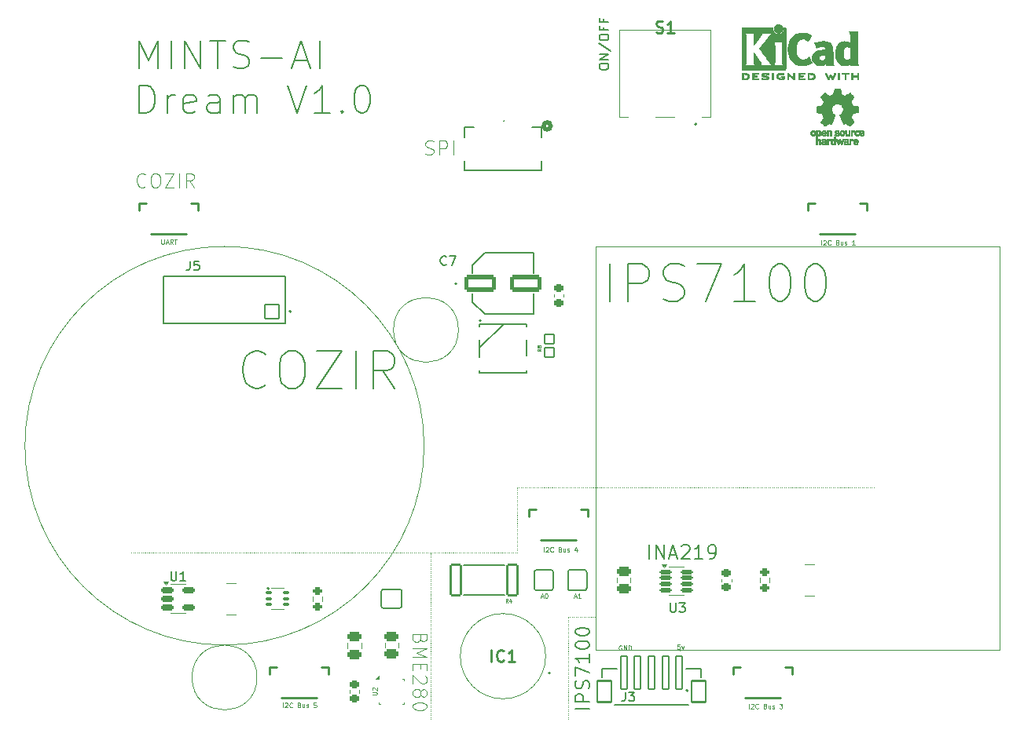
<source format=gbr>
%TF.GenerationSoftware,KiCad,Pcbnew,9.0.2*%
%TF.CreationDate,2025-09-25T16:22:03-05:00*%
%TF.ProjectId,dreamV1_0,64726561-6d56-4315-9f30-2e6b69636164,1*%
%TF.SameCoordinates,Original*%
%TF.FileFunction,Legend,Top*%
%TF.FilePolarity,Positive*%
%FSLAX46Y46*%
G04 Gerber Fmt 4.6, Leading zero omitted, Abs format (unit mm)*
G04 Created by KiCad (PCBNEW 9.0.2) date 2025-09-25 16:22:03*
%MOMM*%
%LPD*%
G01*
G04 APERTURE LIST*
G04 Aperture macros list*
%AMRoundRect*
0 Rectangle with rounded corners*
0 $1 Rounding radius*
0 $2 $3 $4 $5 $6 $7 $8 $9 X,Y pos of 4 corners*
0 Add a 4 corners polygon primitive as box body*
4,1,4,$2,$3,$4,$5,$6,$7,$8,$9,$2,$3,0*
0 Add four circle primitives for the rounded corners*
1,1,$1+$1,$2,$3*
1,1,$1+$1,$4,$5*
1,1,$1+$1,$6,$7*
1,1,$1+$1,$8,$9*
0 Add four rect primitives between the rounded corners*
20,1,$1+$1,$2,$3,$4,$5,0*
20,1,$1+$1,$4,$5,$6,$7,0*
20,1,$1+$1,$6,$7,$8,$9,0*
20,1,$1+$1,$8,$9,$2,$3,0*%
G04 Aperture macros list end*
%ADD10C,0.120000*%
%ADD11C,0.050000*%
%ADD12C,0.125000*%
%ADD13C,0.100000*%
%ADD14C,0.150000*%
%ADD15C,0.062500*%
%ADD16C,0.254000*%
%ADD17C,0.098425*%
%ADD18C,0.200000*%
%ADD19C,0.152400*%
%ADD20C,0.508000*%
%ADD21C,0.010000*%
%ADD22C,0.127000*%
%ADD23C,0.177800*%
%ADD24RoundRect,0.102000X0.350000X1.800000X-0.350000X1.800000X-0.350000X-1.800000X0.350000X-1.800000X0*%
%ADD25RoundRect,0.102000X0.750000X1.150000X-0.750000X1.150000X-0.750000X-1.150000X0.750000X-1.150000X0*%
%ADD26R,1.270000X0.635000*%
%ADD27RoundRect,0.150000X-0.512500X-0.150000X0.512500X-0.150000X0.512500X0.150000X-0.512500X0.150000X0*%
%ADD28R,0.350000X0.500000*%
%ADD29RoundRect,0.225000X0.250000X-0.225000X0.250000X0.225000X-0.250000X0.225000X-0.250000X-0.225000X0*%
%ADD30R,0.600000X1.550000*%
%ADD31R,1.200000X2.000000*%
%ADD32RoundRect,0.200000X0.275000X-0.200000X0.275000X0.200000X-0.275000X0.200000X-0.275000X-0.200000X0*%
%ADD33R,0.660400X1.549400*%
%ADD34R,1.193800X1.854200*%
%ADD35RoundRect,0.250000X-0.475000X0.250000X-0.475000X-0.250000X0.475000X-0.250000X0.475000X0.250000X0*%
%ADD36RoundRect,0.100000X-0.225000X-0.100000X0.225000X-0.100000X0.225000X0.100000X-0.225000X0.100000X0*%
%ADD37RoundRect,0.125000X-0.537500X-0.125000X0.537500X-0.125000X0.537500X0.125000X-0.537500X0.125000X0*%
%ADD38R,0.800000X0.500000*%
%ADD39R,0.800000X0.400000*%
%ADD40RoundRect,0.102000X-0.754000X-0.754000X0.754000X-0.754000X0.754000X0.754000X-0.754000X0.754000X0*%
%ADD41C,1.712000*%
%ADD42C,1.300000*%
%ADD43R,0.635000X1.270000*%
%ADD44R,1.651000X1.000000*%
%ADD45RoundRect,0.102000X0.510000X-0.520000X0.510000X0.520000X-0.510000X0.520000X-0.510000X-0.520000X0*%
%ADD46RoundRect,0.102000X0.535000X1.635000X-0.535000X1.635000X-0.535000X-1.635000X0.535000X-1.635000X0*%
%ADD47RoundRect,0.225000X-0.250000X0.225000X-0.250000X-0.225000X0.250000X-0.225000X0.250000X0.225000X0*%
%ADD48RoundRect,0.223000X-1.479000X-0.669000X1.479000X-0.669000X1.479000X0.669000X-1.479000X0.669000X0*%
%ADD49R,1.700000X1.700000*%
%ADD50O,1.700000X1.700000*%
%ADD51C,0.660000*%
%ADD52C,0.580000*%
%ADD53C,1.304000*%
G04 APERTURE END LIST*
D10*
X0Y21000000D02*
X43500000Y21000000D01*
X43500000Y-22500000D01*
X0Y-22500000D01*
X0Y21000000D01*
D11*
X-17780000Y-30000000D02*
X-17780000Y-29990000D01*
X-17780000Y-29790000D02*
X-17780000Y-29780000D01*
X-17780000Y-29580000D02*
X-17780000Y-29570000D01*
X-17780000Y-29370000D02*
X-17780000Y-29360000D01*
X-17780000Y-29160000D02*
X-17780000Y-29150000D01*
X-17780000Y-28950000D02*
X-17780000Y-28940000D01*
X-17780000Y-28740000D02*
X-17780000Y-28730000D01*
X-17780000Y-28530000D02*
X-17780000Y-28520000D01*
X-17780000Y-28320000D02*
X-17780000Y-28310000D01*
X-17780000Y-28110000D02*
X-17780000Y-28100000D01*
X-17780000Y-27900000D02*
X-17780000Y-27890000D01*
X-17780000Y-27690000D02*
X-17780000Y-27680000D01*
X-17780000Y-27480000D02*
X-17780000Y-27470000D01*
X-17780000Y-27270000D02*
X-17780000Y-27260000D01*
X-17780000Y-27060000D02*
X-17780000Y-27050000D01*
X-17780000Y-26850000D02*
X-17780000Y-26840000D01*
X-17780000Y-26640000D02*
X-17780000Y-26630000D01*
X-17780000Y-26430000D02*
X-17780000Y-26420000D01*
X-17780000Y-26220000D02*
X-17780000Y-26210000D01*
X-17780000Y-26010000D02*
X-17780000Y-26000000D01*
X-17780000Y-25800000D02*
X-17780000Y-25790000D01*
X-17780000Y-25590000D02*
X-17780000Y-25580000D01*
X-17780000Y-25380000D02*
X-17780000Y-25370000D01*
X-17780000Y-25170000D02*
X-17780000Y-25160000D01*
X-17780000Y-24960000D02*
X-17780000Y-24950000D01*
X-17780000Y-24750000D02*
X-17780000Y-24740000D01*
X-17780000Y-24540000D02*
X-17780000Y-24530000D01*
X-17780000Y-24330000D02*
X-17780000Y-24320000D01*
X-17780000Y-24120000D02*
X-17780000Y-24110000D01*
X-17780000Y-23910000D02*
X-17780000Y-23900000D01*
X-17780000Y-23700000D02*
X-17780000Y-23690000D01*
X-17780000Y-23490000D02*
X-17780000Y-23480000D01*
X-17780000Y-23280000D02*
X-17780000Y-23270000D01*
X-17780000Y-23070000D02*
X-17780000Y-23060000D01*
X-17780000Y-22860000D02*
X-17780000Y-22850000D01*
X-17780000Y-22650000D02*
X-17780000Y-22640000D01*
X-17780000Y-22440000D02*
X-17780000Y-22430000D01*
X-17780000Y-22230000D02*
X-17780000Y-22220000D01*
X-17780000Y-22020000D02*
X-17780000Y-22010000D01*
X-17780000Y-21810000D02*
X-17780000Y-21800000D01*
X-17780000Y-21600000D02*
X-17780000Y-21590000D01*
X-17780000Y-21390000D02*
X-17780000Y-21380000D01*
X-17780000Y-21180000D02*
X-17780000Y-21170000D01*
X-17780000Y-20970000D02*
X-17780000Y-20960000D01*
X-17780000Y-20760000D02*
X-17780000Y-20750000D01*
X-17780000Y-20550000D02*
X-17780000Y-20540000D01*
X-17780000Y-20340000D02*
X-17780000Y-20330000D01*
X-17780000Y-20130000D02*
X-17780000Y-20120000D01*
X-17780000Y-19920000D02*
X-17780000Y-19910000D01*
X-17780000Y-19710000D02*
X-17780000Y-19700000D01*
X-17780000Y-19500000D02*
X-17780000Y-19490000D01*
X-17780000Y-19290000D02*
X-17780000Y-19280000D01*
X-17780000Y-19080000D02*
X-17780000Y-19070000D01*
X-17780000Y-18870000D02*
X-17780000Y-18860000D01*
X-17780000Y-18660000D02*
X-17780000Y-18650000D01*
X-17780000Y-18450000D02*
X-17780000Y-18440000D01*
X-17780000Y-18240000D02*
X-17780000Y-18230000D01*
X-17780000Y-18030000D02*
X-17780000Y-18020000D01*
X-17780000Y-17820000D02*
X-17780000Y-17810000D01*
X-17780000Y-17610000D02*
X-17780000Y-17600000D01*
X-17780000Y-17400000D02*
X-17780000Y-17390000D01*
X-17780000Y-17190000D02*
X-17780000Y-17180000D01*
X-17780000Y-16980000D02*
X-17780000Y-16970000D01*
X-17780000Y-16770000D02*
X-17780000Y-16760000D01*
X-17780000Y-16560000D02*
X-17780000Y-16550000D01*
X-17780000Y-16350000D02*
X-17780000Y-16340000D01*
X-17780000Y-16140000D02*
X-17780000Y-16130000D01*
X-17780000Y-15930000D02*
X-17780000Y-15920000D01*
X-17780000Y-15720000D02*
X-17780000Y-15710000D01*
X-17780000Y-15510000D02*
X-17780000Y-15500000D01*
X-17780000Y-15300000D02*
X-17780000Y-15290000D01*
X-17780000Y-15090000D02*
X-17780000Y-15080000D01*
X-17780000Y-14880000D02*
X-17780000Y-14870000D01*
X-17780000Y-14670000D02*
X-17780000Y-14660000D01*
X-17780000Y-14460000D02*
X-17780000Y-14450000D01*
X-17780000Y-14250000D02*
X-17780000Y-14240000D01*
X-17780000Y-14040000D02*
X-17780000Y-14030000D01*
X-17780000Y-13830000D02*
X-17780000Y-13820000D01*
X-17780000Y-13620000D02*
X-17780000Y-13610000D01*
X-17780000Y-13410000D02*
X-17780000Y-13400000D01*
X-17780000Y-13200000D02*
X-17780000Y-13190000D01*
X-17780000Y-12990000D02*
X-17780000Y-12980000D01*
X-17780000Y-12780000D02*
X-17780000Y-12770000D01*
X-17780000Y-12570000D02*
X-17780000Y-12560000D01*
X-17780000Y-12360000D02*
X-17780000Y-12350000D01*
X-17780000Y-12150000D02*
X-17780000Y-12140000D01*
X-14800000Y12000000D02*
G75*
G02*
X-21800000Y12000000I-3500000J0D01*
G01*
X-21800000Y12000000D02*
G75*
G02*
X-14800000Y12000000I3500000J0D01*
G01*
X-50038000Y-12000000D02*
X-50028000Y-12000000D01*
X-49828000Y-12000000D02*
X-49818000Y-12000000D01*
X-49618000Y-12000000D02*
X-49608000Y-12000000D01*
X-49408000Y-12000000D02*
X-49398000Y-12000000D01*
X-49198000Y-12000000D02*
X-49188000Y-12000000D01*
X-48988000Y-12000000D02*
X-48978000Y-12000000D01*
X-48778000Y-12000000D02*
X-48768000Y-12000000D01*
X-48568000Y-12000000D02*
X-48558000Y-12000000D01*
X-48358000Y-12000000D02*
X-48348000Y-12000000D01*
X-48148000Y-12000000D02*
X-48138000Y-12000000D01*
X-47938000Y-12000000D02*
X-47928000Y-12000000D01*
X-47728000Y-12000000D02*
X-47718000Y-12000000D01*
X-47518000Y-12000000D02*
X-47508000Y-12000000D01*
X-47308000Y-12000000D02*
X-47298000Y-12000000D01*
X-47098000Y-12000000D02*
X-47088000Y-12000000D01*
X-46888000Y-12000000D02*
X-46878000Y-12000000D01*
X-46678000Y-12000000D02*
X-46668000Y-12000000D01*
X-46468000Y-12000000D02*
X-46458000Y-12000000D01*
X-46258000Y-12000000D02*
X-46248000Y-12000000D01*
X-46048000Y-12000000D02*
X-46038000Y-12000000D01*
X-45838000Y-12000000D02*
X-45828000Y-12000000D01*
X-45628000Y-12000000D02*
X-45618000Y-12000000D01*
X-45418000Y-12000000D02*
X-45408000Y-12000000D01*
X-45208000Y-12000000D02*
X-45198000Y-12000000D01*
X-44998000Y-12000000D02*
X-44988000Y-12000000D01*
X-44788000Y-12000000D02*
X-44778000Y-12000000D01*
X-44578000Y-12000000D02*
X-44568000Y-12000000D01*
X-44368000Y-12000000D02*
X-44358000Y-12000000D01*
X-44158000Y-12000000D02*
X-44148000Y-12000000D01*
X-43948000Y-12000000D02*
X-43938000Y-12000000D01*
X-43738000Y-12000000D02*
X-43728000Y-12000000D01*
X-43528000Y-12000000D02*
X-43518000Y-12000000D01*
X-43318000Y-12000000D02*
X-43308000Y-12000000D01*
X-43108000Y-12000000D02*
X-43098000Y-12000000D01*
X-42898000Y-12000000D02*
X-42888000Y-12000000D01*
X-42688000Y-12000000D02*
X-42678000Y-12000000D01*
X-42478000Y-12000000D02*
X-42468000Y-12000000D01*
X-42268000Y-12000000D02*
X-42258000Y-12000000D01*
X-42058000Y-12000000D02*
X-42048000Y-12000000D01*
X-41848000Y-12000000D02*
X-41838000Y-12000000D01*
X-41638000Y-12000000D02*
X-41628000Y-12000000D01*
X-41428000Y-12000000D02*
X-41418000Y-12000000D01*
X-41218000Y-12000000D02*
X-41208000Y-12000000D01*
X-41008000Y-12000000D02*
X-40998000Y-12000000D01*
X-40798000Y-12000000D02*
X-40788000Y-12000000D01*
X-40588000Y-12000000D02*
X-40578000Y-12000000D01*
X-40378000Y-12000000D02*
X-40368000Y-12000000D01*
X-40168000Y-12000000D02*
X-40158000Y-12000000D01*
X-39958000Y-12000000D02*
X-39948000Y-12000000D01*
X-39748000Y-12000000D02*
X-39738000Y-12000000D01*
X-39538000Y-12000000D02*
X-39528000Y-12000000D01*
X-39328000Y-12000000D02*
X-39318000Y-12000000D01*
X-39118000Y-12000000D02*
X-39108000Y-12000000D01*
X-38908000Y-12000000D02*
X-38898000Y-12000000D01*
X-38698000Y-12000000D02*
X-38688000Y-12000000D01*
X-38488000Y-12000000D02*
X-38478000Y-12000000D01*
X-38278000Y-12000000D02*
X-38268000Y-12000000D01*
X-38068000Y-12000000D02*
X-38058000Y-12000000D01*
X-37858000Y-12000000D02*
X-37848000Y-12000000D01*
X-37648000Y-12000000D02*
X-37638000Y-12000000D01*
X-37438000Y-12000000D02*
X-37428000Y-12000000D01*
X-37228000Y-12000000D02*
X-37218000Y-12000000D01*
X-37018000Y-12000000D02*
X-37008000Y-12000000D01*
X-36808000Y-12000000D02*
X-36798000Y-12000000D01*
X-36598000Y-12000000D02*
X-36588000Y-12000000D01*
X-36388000Y-12000000D02*
X-36378000Y-12000000D01*
X-36178000Y-12000000D02*
X-36168000Y-12000000D01*
X-35968000Y-12000000D02*
X-35958000Y-12000000D01*
X-35758000Y-12000000D02*
X-35748000Y-12000000D01*
X-35548000Y-12000000D02*
X-35538000Y-12000000D01*
X-35338000Y-12000000D02*
X-35328000Y-12000000D01*
X-35128000Y-12000000D02*
X-35118000Y-12000000D01*
X-34918000Y-12000000D02*
X-34908000Y-12000000D01*
X-34708000Y-12000000D02*
X-34698000Y-12000000D01*
X-34498000Y-12000000D02*
X-34488000Y-12000000D01*
X-34288000Y-12000000D02*
X-34278000Y-12000000D01*
X-34078000Y-12000000D02*
X-34068000Y-12000000D01*
X-33868000Y-12000000D02*
X-33858000Y-12000000D01*
X-33658000Y-12000000D02*
X-33648000Y-12000000D01*
X-33448000Y-12000000D02*
X-33438000Y-12000000D01*
X-33238000Y-12000000D02*
X-33228000Y-12000000D01*
X-33028000Y-12000000D02*
X-33018000Y-12000000D01*
X-32818000Y-12000000D02*
X-32808000Y-12000000D01*
X-32608000Y-12000000D02*
X-32598000Y-12000000D01*
X-32398000Y-12000000D02*
X-32388000Y-12000000D01*
X-32188000Y-12000000D02*
X-32178000Y-12000000D01*
X-31978000Y-12000000D02*
X-31968000Y-12000000D01*
X-31768000Y-12000000D02*
X-31758000Y-12000000D01*
X-31558000Y-12000000D02*
X-31548000Y-12000000D01*
X-31348000Y-12000000D02*
X-31338000Y-12000000D01*
X-31138000Y-12000000D02*
X-31128000Y-12000000D01*
X-30928000Y-12000000D02*
X-30918000Y-12000000D01*
X-30718000Y-12000000D02*
X-30708000Y-12000000D01*
X-30508000Y-12000000D02*
X-30498000Y-12000000D01*
X-30298000Y-12000000D02*
X-30288000Y-12000000D01*
X-30088000Y-12000000D02*
X-30078000Y-12000000D01*
X-29878000Y-12000000D02*
X-29868000Y-12000000D01*
X-29668000Y-12000000D02*
X-29658000Y-12000000D01*
X-29458000Y-12000000D02*
X-29448000Y-12000000D01*
X-29248000Y-12000000D02*
X-29238000Y-12000000D01*
X-29038000Y-12000000D02*
X-29028000Y-12000000D01*
X-28828000Y-12000000D02*
X-28818000Y-12000000D01*
X-28618000Y-12000000D02*
X-28608000Y-12000000D01*
X-28408000Y-12000000D02*
X-28398000Y-12000000D01*
X-28198000Y-12000000D02*
X-28188000Y-12000000D01*
X-27988000Y-12000000D02*
X-27978000Y-12000000D01*
X-27778000Y-12000000D02*
X-27768000Y-12000000D01*
X-27568000Y-12000000D02*
X-27558000Y-12000000D01*
X-27358000Y-12000000D02*
X-27348000Y-12000000D01*
X-27148000Y-12000000D02*
X-27138000Y-12000000D01*
X-26938000Y-12000000D02*
X-26928000Y-12000000D01*
X-26728000Y-12000000D02*
X-26718000Y-12000000D01*
X-26518000Y-12000000D02*
X-26508000Y-12000000D01*
X-26308000Y-12000000D02*
X-26298000Y-12000000D01*
X-26098000Y-12000000D02*
X-26088000Y-12000000D01*
X-25888000Y-12000000D02*
X-25878000Y-12000000D01*
X-25678000Y-12000000D02*
X-25668000Y-12000000D01*
X-25468000Y-12000000D02*
X-25458000Y-12000000D01*
X-25258000Y-12000000D02*
X-25248000Y-12000000D01*
X-25048000Y-12000000D02*
X-25038000Y-12000000D01*
X-24838000Y-12000000D02*
X-24828000Y-12000000D01*
X-24628000Y-12000000D02*
X-24618000Y-12000000D01*
X-24418000Y-12000000D02*
X-24408000Y-12000000D01*
X-24208000Y-12000000D02*
X-24198000Y-12000000D01*
X-23998000Y-12000000D02*
X-23988000Y-12000000D01*
X-23788000Y-12000000D02*
X-23778000Y-12000000D01*
X-23578000Y-12000000D02*
X-23568000Y-12000000D01*
X-23368000Y-12000000D02*
X-23358000Y-12000000D01*
X-23158000Y-12000000D02*
X-23148000Y-12000000D01*
X-22948000Y-12000000D02*
X-22938000Y-12000000D01*
X-22738000Y-12000000D02*
X-22728000Y-12000000D01*
X-22528000Y-12000000D02*
X-22518000Y-12000000D01*
X-22318000Y-12000000D02*
X-22308000Y-12000000D01*
X-22108000Y-12000000D02*
X-22098000Y-12000000D01*
X-21898000Y-12000000D02*
X-21888000Y-12000000D01*
X-21688000Y-12000000D02*
X-21678000Y-12000000D01*
X-21478000Y-12000000D02*
X-21468000Y-12000000D01*
X-21268000Y-12000000D02*
X-21258000Y-12000000D01*
X-21058000Y-12000000D02*
X-21048000Y-12000000D01*
X-20848000Y-12000000D02*
X-20838000Y-12000000D01*
X-20638000Y-12000000D02*
X-20628000Y-12000000D01*
X-20428000Y-12000000D02*
X-20418000Y-12000000D01*
X-20218000Y-12000000D02*
X-20208000Y-12000000D01*
X-20008000Y-12000000D02*
X-19998000Y-12000000D01*
X-19798000Y-12000000D02*
X-19788000Y-12000000D01*
X-19588000Y-12000000D02*
X-19578000Y-12000000D01*
X-19378000Y-12000000D02*
X-19368000Y-12000000D01*
X-19168000Y-12000000D02*
X-19158000Y-12000000D01*
X-18958000Y-12000000D02*
X-18948000Y-12000000D01*
X-18748000Y-12000000D02*
X-18738000Y-12000000D01*
X-18538000Y-12000000D02*
X-18528000Y-12000000D01*
X-18328000Y-12000000D02*
X-18318000Y-12000000D01*
X-18118000Y-12000000D02*
X-18108000Y-12000000D01*
X-17908000Y-12000000D02*
X-17898000Y-12000000D01*
X-17698000Y-12000000D02*
X-17688000Y-12000000D01*
X-17488000Y-12000000D02*
X-17478000Y-12000000D01*
X-17278000Y-12000000D02*
X-17268000Y-12000000D01*
X-17068000Y-12000000D02*
X-17058000Y-12000000D01*
X-16858000Y-12000000D02*
X-16848000Y-12000000D01*
X-16648000Y-12000000D02*
X-16638000Y-12000000D01*
X-16438000Y-12000000D02*
X-16428000Y-12000000D01*
X-16228000Y-12000000D02*
X-16218000Y-12000000D01*
X-16018000Y-12000000D02*
X-16008000Y-12000000D01*
X-15808000Y-12000000D02*
X-15798000Y-12000000D01*
X-15598000Y-12000000D02*
X-15588000Y-12000000D01*
X-15388000Y-12000000D02*
X-15378000Y-12000000D01*
X-15178000Y-12000000D02*
X-15168000Y-12000000D01*
X-14968000Y-12000000D02*
X-14958000Y-12000000D01*
X-14758000Y-12000000D02*
X-14748000Y-12000000D01*
X-14548000Y-12000000D02*
X-14538000Y-12000000D01*
X-14338000Y-12000000D02*
X-14328000Y-12000000D01*
X-14128000Y-12000000D02*
X-14118000Y-12000000D01*
X-13918000Y-12000000D02*
X-13908000Y-12000000D01*
X-13708000Y-12000000D02*
X-13698000Y-12000000D01*
X-13498000Y-12000000D02*
X-13488000Y-12000000D01*
X-13288000Y-12000000D02*
X-13278000Y-12000000D01*
X-13078000Y-12000000D02*
X-13068000Y-12000000D01*
X-12868000Y-12000000D02*
X-12858000Y-12000000D01*
X-12658000Y-12000000D02*
X-12648000Y-12000000D01*
X-12448000Y-12000000D02*
X-12438000Y-12000000D01*
X-12238000Y-12000000D02*
X-12228000Y-12000000D01*
X-12028000Y-12000000D02*
X-12018000Y-12000000D01*
X-11818000Y-12000000D02*
X-11808000Y-12000000D01*
X-11608000Y-12000000D02*
X-11598000Y-12000000D01*
X-11398000Y-12000000D02*
X-11388000Y-12000000D01*
X-11188000Y-12000000D02*
X-11178000Y-12000000D01*
X-10978000Y-12000000D02*
X-10968000Y-12000000D01*
X-10768000Y-12000000D02*
X-10758000Y-12000000D01*
X-10558000Y-12000000D02*
X-10548000Y-12000000D01*
X-10348000Y-12000000D02*
X-10338000Y-12000000D01*
X-10138000Y-12000000D02*
X-10128000Y-12000000D01*
X-9928000Y-12000000D02*
X-9918000Y-12000000D01*
X-9718000Y-12000000D02*
X-9708000Y-12000000D01*
X-9508000Y-12000000D02*
X-9498000Y-12000000D01*
X-9298000Y-12000000D02*
X-9288000Y-12000000D01*
X-9088000Y-12000000D02*
X-9078000Y-12000000D01*
X-8878000Y-12000000D02*
X-8868000Y-12000000D01*
X-8668000Y-12000000D02*
X-8658000Y-12000000D01*
X-3000000Y-30000000D02*
X-3000000Y-29990000D01*
X-3000000Y-29790000D02*
X-3000000Y-29780000D01*
X-3000000Y-29580000D02*
X-3000000Y-29570000D01*
X-3000000Y-29370000D02*
X-3000000Y-29360000D01*
X-3000000Y-29160000D02*
X-3000000Y-29150000D01*
X-3000000Y-28950000D02*
X-3000000Y-28940000D01*
X-3000000Y-28740000D02*
X-3000000Y-28730000D01*
X-3000000Y-28530000D02*
X-3000000Y-28520000D01*
X-3000000Y-28320000D02*
X-3000000Y-28310000D01*
X-3000000Y-28110000D02*
X-3000000Y-28100000D01*
X-3000000Y-27900000D02*
X-3000000Y-27890000D01*
X-3000000Y-27690000D02*
X-3000000Y-27680000D01*
X-3000000Y-27480000D02*
X-3000000Y-27470000D01*
X-3000000Y-27270000D02*
X-3000000Y-27260000D01*
X-3000000Y-27060000D02*
X-3000000Y-27050000D01*
X-3000000Y-26850000D02*
X-3000000Y-26840000D01*
X-3000000Y-26640000D02*
X-3000000Y-26630000D01*
X-3000000Y-26430000D02*
X-3000000Y-26420000D01*
X-3000000Y-26220000D02*
X-3000000Y-26210000D01*
X-3000000Y-26010000D02*
X-3000000Y-26000000D01*
X-3000000Y-25800000D02*
X-3000000Y-25790000D01*
X-3000000Y-25590000D02*
X-3000000Y-25580000D01*
X-3000000Y-25380000D02*
X-3000000Y-25370000D01*
X-3000000Y-25170000D02*
X-3000000Y-25160000D01*
X-3000000Y-24960000D02*
X-3000000Y-24950000D01*
X-3000000Y-24750000D02*
X-3000000Y-24740000D01*
X-3000000Y-24540000D02*
X-3000000Y-24530000D01*
X-3000000Y-24330000D02*
X-3000000Y-24320000D01*
X-3000000Y-24120000D02*
X-3000000Y-24110000D01*
X-3000000Y-23910000D02*
X-3000000Y-23900000D01*
X-3000000Y-23700000D02*
X-3000000Y-23690000D01*
X-3000000Y-23490000D02*
X-3000000Y-23480000D01*
X-3000000Y-23280000D02*
X-3000000Y-23270000D01*
X-3000000Y-23070000D02*
X-3000000Y-23060000D01*
X-3000000Y-22860000D02*
X-3000000Y-22850000D01*
X-3000000Y-22650000D02*
X-3000000Y-22640000D01*
X-3000000Y-22440000D02*
X-3000000Y-22430000D01*
X-3000000Y-22230000D02*
X-3000000Y-22220000D01*
X-3000000Y-22020000D02*
X-3000000Y-22010000D01*
X-3000000Y-21810000D02*
X-3000000Y-21800000D01*
X-3000000Y-21600000D02*
X-3000000Y-21590000D01*
X-3000000Y-21390000D02*
X-3000000Y-21380000D01*
X-3000000Y-21180000D02*
X-3000000Y-21170000D01*
X-3000000Y-20970000D02*
X-3000000Y-20960000D01*
X-3000000Y-20760000D02*
X-3000000Y-20750000D01*
X-3000000Y-20550000D02*
X-3000000Y-20540000D01*
X-3000000Y-20340000D02*
X-3000000Y-20330000D01*
X-3000000Y-20130000D02*
X-3000000Y-20120000D01*
X-3000000Y-19920000D02*
X-3000000Y-19910000D01*
X-3000000Y-19710000D02*
X-3000000Y-19700000D01*
X-3000000Y-19500000D02*
X-3000000Y-19490000D01*
X-3000000Y-19290000D02*
X-3000000Y-19280000D01*
X-3000000Y-19080000D02*
X-3000000Y-19070000D01*
X-8500000Y-12000000D02*
X-8500000Y-11990000D01*
X-8500000Y-11790000D02*
X-8500000Y-11780000D01*
X-8500000Y-11580000D02*
X-8500000Y-11570000D01*
X-8500000Y-11370000D02*
X-8500000Y-11360000D01*
X-8500000Y-11160000D02*
X-8500000Y-11150000D01*
X-8500000Y-10950000D02*
X-8500000Y-10940000D01*
X-8500000Y-10740000D02*
X-8500000Y-10730000D01*
X-8500000Y-10530000D02*
X-8500000Y-10520000D01*
X-8500000Y-10320000D02*
X-8500000Y-10310000D01*
X-8500000Y-10110000D02*
X-8500000Y-10100000D01*
X-8500000Y-9900000D02*
X-8500000Y-9890000D01*
X-8500000Y-9690000D02*
X-8500000Y-9680000D01*
X-8500000Y-9480000D02*
X-8500000Y-9470000D01*
X-8500000Y-9270000D02*
X-8500000Y-9260000D01*
X-8500000Y-9060000D02*
X-8500000Y-9050000D01*
X-8500000Y-8850000D02*
X-8500000Y-8840000D01*
X-8500000Y-8640000D02*
X-8500000Y-8630000D01*
X-8500000Y-8430000D02*
X-8500000Y-8420000D01*
X-8500000Y-8220000D02*
X-8500000Y-8210000D01*
X-8500000Y-8010000D02*
X-8500000Y-8000000D01*
X-8500000Y-7800000D02*
X-8500000Y-7790000D01*
X-8500000Y-7590000D02*
X-8500000Y-7580000D01*
X-8500000Y-7380000D02*
X-8500000Y-7370000D01*
X-8500000Y-7170000D02*
X-8500000Y-7160000D01*
X-8500000Y-6960000D02*
X-8500000Y-6950000D01*
X-8500000Y-6750000D02*
X-8500000Y-6740000D01*
X-8500000Y-6540000D02*
X-8500000Y-6530000D01*
X-8500000Y-6330000D02*
X-8500000Y-6320000D01*
X-8500000Y-6120000D02*
X-8500000Y-6110000D01*
X-8500000Y-5910000D02*
X-8500000Y-5900000D01*
X-8500000Y-5700000D02*
X-8500000Y-5690000D01*
X-8500000Y-5490000D02*
X-8500000Y-5480000D01*
X-8500000Y-5280000D02*
X-8500000Y-5270000D01*
X-8500000Y-5070000D02*
X-8500000Y-5060000D01*
X-8500000Y-5000000D02*
X-8490000Y-5000000D01*
X-8290000Y-5000000D02*
X-8280000Y-5000000D01*
X-8080000Y-5000000D02*
X-8070000Y-5000000D01*
X-7870000Y-5000000D02*
X-7860000Y-5000000D01*
X-7660000Y-5000000D02*
X-7650000Y-5000000D01*
X-7450000Y-5000000D02*
X-7440000Y-5000000D01*
X-7240000Y-5000000D02*
X-7230000Y-5000000D01*
X-7030000Y-5000000D02*
X-7020000Y-5000000D01*
X-6820000Y-5000000D02*
X-6810000Y-5000000D01*
X-6610000Y-5000000D02*
X-6600000Y-5000000D01*
X-6400000Y-5000000D02*
X-6390000Y-5000000D01*
X-6190000Y-5000000D02*
X-6180000Y-5000000D01*
X-5980000Y-5000000D02*
X-5970000Y-5000000D01*
X-5770000Y-5000000D02*
X-5760000Y-5000000D01*
X-5560000Y-5000000D02*
X-5550000Y-5000000D01*
X-5350000Y-5000000D02*
X-5340000Y-5000000D01*
X-5140000Y-5000000D02*
X-5130000Y-5000000D01*
X-4930000Y-5000000D02*
X-4920000Y-5000000D01*
X-4720000Y-5000000D02*
X-4710000Y-5000000D01*
X-4510000Y-5000000D02*
X-4500000Y-5000000D01*
X-4300000Y-5000000D02*
X-4290000Y-5000000D01*
X-4090000Y-5000000D02*
X-4080000Y-5000000D01*
X-3880000Y-5000000D02*
X-3870000Y-5000000D01*
X-3670000Y-5000000D02*
X-3660000Y-5000000D01*
X-3460000Y-5000000D02*
X-3450000Y-5000000D01*
X-3250000Y-5000000D02*
X-3240000Y-5000000D01*
X-3040000Y-5000000D02*
X-3030000Y-5000000D01*
X-2830000Y-5000000D02*
X-2820000Y-5000000D01*
X-2620000Y-5000000D02*
X-2610000Y-5000000D01*
X-2410000Y-5000000D02*
X-2400000Y-5000000D01*
X-2200000Y-5000000D02*
X-2190000Y-5000000D01*
X-1990000Y-5000000D02*
X-1980000Y-5000000D01*
X-1780000Y-5000000D02*
X-1770000Y-5000000D01*
X-1570000Y-5000000D02*
X-1560000Y-5000000D01*
X-1360000Y-5000000D02*
X-1350000Y-5000000D01*
X-1150000Y-5000000D02*
X-1140000Y-5000000D01*
X-940000Y-5000000D02*
X-930000Y-5000000D01*
X-730000Y-5000000D02*
X-720000Y-5000000D01*
X-520000Y-5000000D02*
X-510000Y-5000000D01*
X-310000Y-5000000D02*
X-300000Y-5000000D01*
X-100000Y-5000000D02*
X-90000Y-5000000D01*
X110000Y-5000000D02*
X120000Y-5000000D01*
X320000Y-5000000D02*
X330000Y-5000000D01*
X530000Y-5000000D02*
X540000Y-5000000D01*
X740000Y-5000000D02*
X750000Y-5000000D01*
X950000Y-5000000D02*
X960000Y-5000000D01*
X1160000Y-5000000D02*
X1170000Y-5000000D01*
X1370000Y-5000000D02*
X1380000Y-5000000D01*
X1580000Y-5000000D02*
X1590000Y-5000000D01*
X1790000Y-5000000D02*
X1800000Y-5000000D01*
X2000000Y-5000000D02*
X2010000Y-5000000D01*
X2210000Y-5000000D02*
X2220000Y-5000000D01*
X2420000Y-5000000D02*
X2430000Y-5000000D01*
X2630000Y-5000000D02*
X2640000Y-5000000D01*
X2840000Y-5000000D02*
X2850000Y-5000000D01*
X3050000Y-5000000D02*
X3060000Y-5000000D01*
X3260000Y-5000000D02*
X3270000Y-5000000D01*
X3470000Y-5000000D02*
X3480000Y-5000000D01*
X3680000Y-5000000D02*
X3690000Y-5000000D01*
X3890000Y-5000000D02*
X3900000Y-5000000D01*
X4100000Y-5000000D02*
X4110000Y-5000000D01*
X4310000Y-5000000D02*
X4320000Y-5000000D01*
X4520000Y-5000000D02*
X4530000Y-5000000D01*
X4730000Y-5000000D02*
X4740000Y-5000000D01*
X4940000Y-5000000D02*
X4950000Y-5000000D01*
X5150000Y-5000000D02*
X5160000Y-5000000D01*
X5360000Y-5000000D02*
X5370000Y-5000000D01*
X5570000Y-5000000D02*
X5580000Y-5000000D01*
X5780000Y-5000000D02*
X5790000Y-5000000D01*
X5990000Y-5000000D02*
X6000000Y-5000000D01*
X6200000Y-5000000D02*
X6210000Y-5000000D01*
X6410000Y-5000000D02*
X6420000Y-5000000D01*
X6620000Y-5000000D02*
X6630000Y-5000000D01*
X6830000Y-5000000D02*
X6840000Y-5000000D01*
X7040000Y-5000000D02*
X7050000Y-5000000D01*
X7250000Y-5000000D02*
X7260000Y-5000000D01*
X7460000Y-5000000D02*
X7470000Y-5000000D01*
X7670000Y-5000000D02*
X7680000Y-5000000D01*
X7880000Y-5000000D02*
X7890000Y-5000000D01*
X8090000Y-5000000D02*
X8100000Y-5000000D01*
X8300000Y-5000000D02*
X8310000Y-5000000D01*
X8510000Y-5000000D02*
X8520000Y-5000000D01*
X8720000Y-5000000D02*
X8730000Y-5000000D01*
X8930000Y-5000000D02*
X8940000Y-5000000D01*
X9140000Y-5000000D02*
X9150000Y-5000000D01*
X9350000Y-5000000D02*
X9360000Y-5000000D01*
X9560000Y-5000000D02*
X9570000Y-5000000D01*
X9770000Y-5000000D02*
X9780000Y-5000000D01*
X9980000Y-5000000D02*
X9990000Y-5000000D01*
X10190000Y-5000000D02*
X10200000Y-5000000D01*
X10400000Y-5000000D02*
X10410000Y-5000000D01*
X10610000Y-5000000D02*
X10620000Y-5000000D01*
X10820000Y-5000000D02*
X10830000Y-5000000D01*
X11030000Y-5000000D02*
X11040000Y-5000000D01*
X11240000Y-5000000D02*
X11250000Y-5000000D01*
X11450000Y-5000000D02*
X11460000Y-5000000D01*
X11660000Y-5000000D02*
X11670000Y-5000000D01*
X11870000Y-5000000D02*
X11880000Y-5000000D01*
X12080000Y-5000000D02*
X12090000Y-5000000D01*
X12290000Y-5000000D02*
X12300000Y-5000000D01*
X12500000Y-5000000D02*
X12510000Y-5000000D01*
X12710000Y-5000000D02*
X12720000Y-5000000D01*
X12920000Y-5000000D02*
X12930000Y-5000000D01*
X13130000Y-5000000D02*
X13140000Y-5000000D01*
X13340000Y-5000000D02*
X13350000Y-5000000D01*
X13550000Y-5000000D02*
X13560000Y-5000000D01*
X13760000Y-5000000D02*
X13770000Y-5000000D01*
X13970000Y-5000000D02*
X13980000Y-5000000D01*
X14180000Y-5000000D02*
X14190000Y-5000000D01*
X14390000Y-5000000D02*
X14400000Y-5000000D01*
X14600000Y-5000000D02*
X14610000Y-5000000D01*
X14810000Y-5000000D02*
X14820000Y-5000000D01*
X15020000Y-5000000D02*
X15030000Y-5000000D01*
X15230000Y-5000000D02*
X15240000Y-5000000D01*
X15440000Y-5000000D02*
X15450000Y-5000000D01*
X15650000Y-5000000D02*
X15660000Y-5000000D01*
X15860000Y-5000000D02*
X15870000Y-5000000D01*
X16070000Y-5000000D02*
X16080000Y-5000000D01*
X16280000Y-5000000D02*
X16290000Y-5000000D01*
X16490000Y-5000000D02*
X16500000Y-5000000D01*
X16700000Y-5000000D02*
X16710000Y-5000000D01*
X16910000Y-5000000D02*
X16920000Y-5000000D01*
X17120000Y-5000000D02*
X17130000Y-5000000D01*
X17330000Y-5000000D02*
X17340000Y-5000000D01*
X17540000Y-5000000D02*
X17550000Y-5000000D01*
X17750000Y-5000000D02*
X17760000Y-5000000D01*
X17960000Y-5000000D02*
X17970000Y-5000000D01*
X18170000Y-5000000D02*
X18180000Y-5000000D01*
X18380000Y-5000000D02*
X18390000Y-5000000D01*
X18590000Y-5000000D02*
X18600000Y-5000000D01*
X18800000Y-5000000D02*
X18810000Y-5000000D01*
X19010000Y-5000000D02*
X19020000Y-5000000D01*
X19220000Y-5000000D02*
X19230000Y-5000000D01*
X19430000Y-5000000D02*
X19440000Y-5000000D01*
X19640000Y-5000000D02*
X19650000Y-5000000D01*
X19850000Y-5000000D02*
X19860000Y-5000000D01*
X20060000Y-5000000D02*
X20070000Y-5000000D01*
X20270000Y-5000000D02*
X20280000Y-5000000D01*
X20480000Y-5000000D02*
X20490000Y-5000000D01*
X20690000Y-5000000D02*
X20700000Y-5000000D01*
X20900000Y-5000000D02*
X20910000Y-5000000D01*
X21110000Y-5000000D02*
X21120000Y-5000000D01*
X21320000Y-5000000D02*
X21330000Y-5000000D01*
X21530000Y-5000000D02*
X21540000Y-5000000D01*
X21740000Y-5000000D02*
X21750000Y-5000000D01*
X21950000Y-5000000D02*
X21960000Y-5000000D01*
X22160000Y-5000000D02*
X22170000Y-5000000D01*
X22370000Y-5000000D02*
X22380000Y-5000000D01*
X22580000Y-5000000D02*
X22590000Y-5000000D01*
X22790000Y-5000000D02*
X22800000Y-5000000D01*
X23000000Y-5000000D02*
X23010000Y-5000000D01*
X23210000Y-5000000D02*
X23220000Y-5000000D01*
X23420000Y-5000000D02*
X23430000Y-5000000D01*
X23630000Y-5000000D02*
X23640000Y-5000000D01*
X23840000Y-5000000D02*
X23850000Y-5000000D01*
X24050000Y-5000000D02*
X24060000Y-5000000D01*
X24260000Y-5000000D02*
X24270000Y-5000000D01*
X24470000Y-5000000D02*
X24480000Y-5000000D01*
X24680000Y-5000000D02*
X24690000Y-5000000D01*
X24890000Y-5000000D02*
X24900000Y-5000000D01*
X25100000Y-5000000D02*
X25110000Y-5000000D01*
X25310000Y-5000000D02*
X25320000Y-5000000D01*
X25520000Y-5000000D02*
X25530000Y-5000000D01*
X25730000Y-5000000D02*
X25740000Y-5000000D01*
X25940000Y-5000000D02*
X25950000Y-5000000D01*
X26150000Y-5000000D02*
X26160000Y-5000000D01*
X26360000Y-5000000D02*
X26370000Y-5000000D01*
X26570000Y-5000000D02*
X26580000Y-5000000D01*
X26780000Y-5000000D02*
X26790000Y-5000000D01*
X26990000Y-5000000D02*
X27000000Y-5000000D01*
X27200000Y-5000000D02*
X27210000Y-5000000D01*
X27410000Y-5000000D02*
X27420000Y-5000000D01*
X27620000Y-5000000D02*
X27630000Y-5000000D01*
X27830000Y-5000000D02*
X27840000Y-5000000D01*
X28040000Y-5000000D02*
X28050000Y-5000000D01*
X28250000Y-5000000D02*
X28260000Y-5000000D01*
X28460000Y-5000000D02*
X28470000Y-5000000D01*
X28670000Y-5000000D02*
X28680000Y-5000000D01*
X28880000Y-5000000D02*
X28890000Y-5000000D01*
X29090000Y-5000000D02*
X29100000Y-5000000D01*
X29300000Y-5000000D02*
X29310000Y-5000000D01*
X29510000Y-5000000D02*
X29520000Y-5000000D01*
X29720000Y-5000000D02*
X29730000Y-5000000D01*
X29930000Y-5000000D02*
X29940000Y-5000000D01*
D10*
X-18500000Y-500000D02*
G75*
G02*
X-61500000Y-500000I-21500000J0D01*
G01*
X-61500000Y-500000D02*
G75*
G02*
X-18500000Y-500000I21500000J0D01*
G01*
D11*
X-3000000Y-19000000D02*
X-2990000Y-19000000D01*
X-2790000Y-19000000D02*
X-2780000Y-19000000D01*
X-2580000Y-19000000D02*
X-2570000Y-19000000D01*
X-2370000Y-19000000D02*
X-2360000Y-19000000D01*
X-2160000Y-19000000D02*
X-2150000Y-19000000D01*
X-1950000Y-19000000D02*
X-1940000Y-19000000D01*
X-1740000Y-19000000D02*
X-1730000Y-19000000D01*
X-1530000Y-19000000D02*
X-1520000Y-19000000D01*
X-1320000Y-19000000D02*
X-1310000Y-19000000D01*
X-1110000Y-19000000D02*
X-1100000Y-19000000D01*
X-900000Y-19000000D02*
X-890000Y-19000000D01*
X-690000Y-19000000D02*
X-680000Y-19000000D01*
X-480000Y-19000000D02*
X-470000Y-19000000D01*
X-270000Y-19000000D02*
X-260000Y-19000000D01*
X-60000Y-19000000D02*
X-50000Y-19000000D01*
X-36500000Y-25500000D02*
G75*
G02*
X-43500000Y-25500000I-3500000J0D01*
G01*
X-43500000Y-25500000D02*
G75*
G02*
X-36500000Y-25500000I3500000J0D01*
G01*
D12*
X-33698717Y-28732309D02*
X-33698717Y-28232309D01*
X-33484431Y-28279928D02*
X-33460622Y-28256119D01*
X-33460622Y-28256119D02*
X-33413003Y-28232309D01*
X-33413003Y-28232309D02*
X-33293955Y-28232309D01*
X-33293955Y-28232309D02*
X-33246336Y-28256119D01*
X-33246336Y-28256119D02*
X-33222527Y-28279928D01*
X-33222527Y-28279928D02*
X-33198717Y-28327547D01*
X-33198717Y-28327547D02*
X-33198717Y-28375166D01*
X-33198717Y-28375166D02*
X-33222527Y-28446595D01*
X-33222527Y-28446595D02*
X-33508241Y-28732309D01*
X-33508241Y-28732309D02*
X-33198717Y-28732309D01*
X-32698718Y-28684690D02*
X-32722527Y-28708500D01*
X-32722527Y-28708500D02*
X-32793956Y-28732309D01*
X-32793956Y-28732309D02*
X-32841575Y-28732309D01*
X-32841575Y-28732309D02*
X-32913003Y-28708500D01*
X-32913003Y-28708500D02*
X-32960622Y-28660880D01*
X-32960622Y-28660880D02*
X-32984432Y-28613261D01*
X-32984432Y-28613261D02*
X-33008241Y-28518023D01*
X-33008241Y-28518023D02*
X-33008241Y-28446595D01*
X-33008241Y-28446595D02*
X-32984432Y-28351357D01*
X-32984432Y-28351357D02*
X-32960622Y-28303738D01*
X-32960622Y-28303738D02*
X-32913003Y-28256119D01*
X-32913003Y-28256119D02*
X-32841575Y-28232309D01*
X-32841575Y-28232309D02*
X-32793956Y-28232309D01*
X-32793956Y-28232309D02*
X-32722527Y-28256119D01*
X-32722527Y-28256119D02*
X-32698718Y-28279928D01*
X-31936813Y-28470404D02*
X-31865385Y-28494214D01*
X-31865385Y-28494214D02*
X-31841575Y-28518023D01*
X-31841575Y-28518023D02*
X-31817766Y-28565642D01*
X-31817766Y-28565642D02*
X-31817766Y-28637071D01*
X-31817766Y-28637071D02*
X-31841575Y-28684690D01*
X-31841575Y-28684690D02*
X-31865385Y-28708500D01*
X-31865385Y-28708500D02*
X-31913004Y-28732309D01*
X-31913004Y-28732309D02*
X-32103480Y-28732309D01*
X-32103480Y-28732309D02*
X-32103480Y-28232309D01*
X-32103480Y-28232309D02*
X-31936813Y-28232309D01*
X-31936813Y-28232309D02*
X-31889194Y-28256119D01*
X-31889194Y-28256119D02*
X-31865385Y-28279928D01*
X-31865385Y-28279928D02*
X-31841575Y-28327547D01*
X-31841575Y-28327547D02*
X-31841575Y-28375166D01*
X-31841575Y-28375166D02*
X-31865385Y-28422785D01*
X-31865385Y-28422785D02*
X-31889194Y-28446595D01*
X-31889194Y-28446595D02*
X-31936813Y-28470404D01*
X-31936813Y-28470404D02*
X-32103480Y-28470404D01*
X-31389194Y-28398976D02*
X-31389194Y-28732309D01*
X-31603480Y-28398976D02*
X-31603480Y-28660880D01*
X-31603480Y-28660880D02*
X-31579670Y-28708500D01*
X-31579670Y-28708500D02*
X-31532051Y-28732309D01*
X-31532051Y-28732309D02*
X-31460623Y-28732309D01*
X-31460623Y-28732309D02*
X-31413004Y-28708500D01*
X-31413004Y-28708500D02*
X-31389194Y-28684690D01*
X-31174908Y-28708500D02*
X-31127289Y-28732309D01*
X-31127289Y-28732309D02*
X-31032051Y-28732309D01*
X-31032051Y-28732309D02*
X-30984432Y-28708500D01*
X-30984432Y-28708500D02*
X-30960623Y-28660880D01*
X-30960623Y-28660880D02*
X-30960623Y-28637071D01*
X-30960623Y-28637071D02*
X-30984432Y-28589452D01*
X-30984432Y-28589452D02*
X-31032051Y-28565642D01*
X-31032051Y-28565642D02*
X-31103480Y-28565642D01*
X-31103480Y-28565642D02*
X-31151099Y-28541833D01*
X-31151099Y-28541833D02*
X-31174908Y-28494214D01*
X-31174908Y-28494214D02*
X-31174908Y-28470404D01*
X-31174908Y-28470404D02*
X-31151099Y-28422785D01*
X-31151099Y-28422785D02*
X-31103480Y-28398976D01*
X-31103480Y-28398976D02*
X-31032051Y-28398976D01*
X-31032051Y-28398976D02*
X-30984432Y-28422785D01*
X-30127290Y-28232309D02*
X-30365385Y-28232309D01*
X-30365385Y-28232309D02*
X-30389194Y-28470404D01*
X-30389194Y-28470404D02*
X-30365385Y-28446595D01*
X-30365385Y-28446595D02*
X-30317766Y-28422785D01*
X-30317766Y-28422785D02*
X-30198718Y-28422785D01*
X-30198718Y-28422785D02*
X-30151099Y-28446595D01*
X-30151099Y-28446595D02*
X-30127290Y-28470404D01*
X-30127290Y-28470404D02*
X-30103480Y-28518023D01*
X-30103480Y-28518023D02*
X-30103480Y-28637071D01*
X-30103480Y-28637071D02*
X-30127290Y-28684690D01*
X-30127290Y-28684690D02*
X-30151099Y-28708500D01*
X-30151099Y-28708500D02*
X-30198718Y-28732309D01*
X-30198718Y-28732309D02*
X-30317766Y-28732309D01*
X-30317766Y-28732309D02*
X-30365385Y-28708500D01*
X-30365385Y-28708500D02*
X-30389194Y-28684690D01*
X9039378Y-21932309D02*
X8801283Y-21932309D01*
X8801283Y-21932309D02*
X8777474Y-22170404D01*
X8777474Y-22170404D02*
X8801283Y-22146595D01*
X8801283Y-22146595D02*
X8848902Y-22122785D01*
X8848902Y-22122785D02*
X8967950Y-22122785D01*
X8967950Y-22122785D02*
X9015569Y-22146595D01*
X9015569Y-22146595D02*
X9039378Y-22170404D01*
X9039378Y-22170404D02*
X9063188Y-22218023D01*
X9063188Y-22218023D02*
X9063188Y-22337071D01*
X9063188Y-22337071D02*
X9039378Y-22384690D01*
X9039378Y-22384690D02*
X9015569Y-22408500D01*
X9015569Y-22408500D02*
X8967950Y-22432309D01*
X8967950Y-22432309D02*
X8848902Y-22432309D01*
X8848902Y-22432309D02*
X8801283Y-22408500D01*
X8801283Y-22408500D02*
X8777474Y-22384690D01*
X9229854Y-22098976D02*
X9348902Y-22432309D01*
X9348902Y-22432309D02*
X9467949Y-22098976D01*
D13*
X-18925515Y-21322931D02*
X-18996943Y-21537217D01*
X-18996943Y-21537217D02*
X-19068372Y-21608646D01*
X-19068372Y-21608646D02*
X-19211229Y-21680074D01*
X-19211229Y-21680074D02*
X-19425515Y-21680074D01*
X-19425515Y-21680074D02*
X-19568372Y-21608646D01*
X-19568372Y-21608646D02*
X-19639800Y-21537217D01*
X-19639800Y-21537217D02*
X-19711229Y-21394360D01*
X-19711229Y-21394360D02*
X-19711229Y-20822931D01*
X-19711229Y-20822931D02*
X-18211229Y-20822931D01*
X-18211229Y-20822931D02*
X-18211229Y-21322931D01*
X-18211229Y-21322931D02*
X-18282658Y-21465789D01*
X-18282658Y-21465789D02*
X-18354086Y-21537217D01*
X-18354086Y-21537217D02*
X-18496943Y-21608646D01*
X-18496943Y-21608646D02*
X-18639800Y-21608646D01*
X-18639800Y-21608646D02*
X-18782658Y-21537217D01*
X-18782658Y-21537217D02*
X-18854086Y-21465789D01*
X-18854086Y-21465789D02*
X-18925515Y-21322931D01*
X-18925515Y-21322931D02*
X-18925515Y-20822931D01*
X-19711229Y-22322931D02*
X-18211229Y-22322931D01*
X-18211229Y-22322931D02*
X-19282658Y-22822931D01*
X-19282658Y-22822931D02*
X-18211229Y-23322931D01*
X-18211229Y-23322931D02*
X-19711229Y-23322931D01*
X-18925515Y-24037217D02*
X-18925515Y-24537217D01*
X-19711229Y-24751503D02*
X-19711229Y-24037217D01*
X-19711229Y-24037217D02*
X-18211229Y-24037217D01*
X-18211229Y-24037217D02*
X-18211229Y-24751503D01*
X-18354086Y-25322932D02*
X-18282658Y-25394360D01*
X-18282658Y-25394360D02*
X-18211229Y-25537218D01*
X-18211229Y-25537218D02*
X-18211229Y-25894360D01*
X-18211229Y-25894360D02*
X-18282658Y-26037218D01*
X-18282658Y-26037218D02*
X-18354086Y-26108646D01*
X-18354086Y-26108646D02*
X-18496943Y-26180075D01*
X-18496943Y-26180075D02*
X-18639800Y-26180075D01*
X-18639800Y-26180075D02*
X-18854086Y-26108646D01*
X-18854086Y-26108646D02*
X-19711229Y-25251503D01*
X-19711229Y-25251503D02*
X-19711229Y-26180075D01*
X-18854086Y-27037217D02*
X-18782658Y-26894360D01*
X-18782658Y-26894360D02*
X-18711229Y-26822931D01*
X-18711229Y-26822931D02*
X-18568372Y-26751503D01*
X-18568372Y-26751503D02*
X-18496943Y-26751503D01*
X-18496943Y-26751503D02*
X-18354086Y-26822931D01*
X-18354086Y-26822931D02*
X-18282658Y-26894360D01*
X-18282658Y-26894360D02*
X-18211229Y-27037217D01*
X-18211229Y-27037217D02*
X-18211229Y-27322931D01*
X-18211229Y-27322931D02*
X-18282658Y-27465789D01*
X-18282658Y-27465789D02*
X-18354086Y-27537217D01*
X-18354086Y-27537217D02*
X-18496943Y-27608646D01*
X-18496943Y-27608646D02*
X-18568372Y-27608646D01*
X-18568372Y-27608646D02*
X-18711229Y-27537217D01*
X-18711229Y-27537217D02*
X-18782658Y-27465789D01*
X-18782658Y-27465789D02*
X-18854086Y-27322931D01*
X-18854086Y-27322931D02*
X-18854086Y-27037217D01*
X-18854086Y-27037217D02*
X-18925515Y-26894360D01*
X-18925515Y-26894360D02*
X-18996943Y-26822931D01*
X-18996943Y-26822931D02*
X-19139800Y-26751503D01*
X-19139800Y-26751503D02*
X-19425515Y-26751503D01*
X-19425515Y-26751503D02*
X-19568372Y-26822931D01*
X-19568372Y-26822931D02*
X-19639800Y-26894360D01*
X-19639800Y-26894360D02*
X-19711229Y-27037217D01*
X-19711229Y-27037217D02*
X-19711229Y-27322931D01*
X-19711229Y-27322931D02*
X-19639800Y-27465789D01*
X-19639800Y-27465789D02*
X-19568372Y-27537217D01*
X-19568372Y-27537217D02*
X-19425515Y-27608646D01*
X-19425515Y-27608646D02*
X-19139800Y-27608646D01*
X-19139800Y-27608646D02*
X-18996943Y-27537217D01*
X-18996943Y-27537217D02*
X-18925515Y-27465789D01*
X-18925515Y-27465789D02*
X-18854086Y-27322931D01*
X-18211229Y-28537217D02*
X-18211229Y-28680074D01*
X-18211229Y-28680074D02*
X-18282658Y-28822931D01*
X-18282658Y-28822931D02*
X-18354086Y-28894360D01*
X-18354086Y-28894360D02*
X-18496943Y-28965788D01*
X-18496943Y-28965788D02*
X-18782658Y-29037217D01*
X-18782658Y-29037217D02*
X-19139800Y-29037217D01*
X-19139800Y-29037217D02*
X-19425515Y-28965788D01*
X-19425515Y-28965788D02*
X-19568372Y-28894360D01*
X-19568372Y-28894360D02*
X-19639800Y-28822931D01*
X-19639800Y-28822931D02*
X-19711229Y-28680074D01*
X-19711229Y-28680074D02*
X-19711229Y-28537217D01*
X-19711229Y-28537217D02*
X-19639800Y-28394360D01*
X-19639800Y-28394360D02*
X-19568372Y-28322931D01*
X-19568372Y-28322931D02*
X-19425515Y-28251502D01*
X-19425515Y-28251502D02*
X-19139800Y-28180074D01*
X-19139800Y-28180074D02*
X-18782658Y-28180074D01*
X-18782658Y-28180074D02*
X-18496943Y-28251502D01*
X-18496943Y-28251502D02*
X-18354086Y-28322931D01*
X-18354086Y-28322931D02*
X-18282658Y-28394360D01*
X-18282658Y-28394360D02*
X-18211229Y-28537217D01*
D12*
X9020331Y-22475880D02*
X9067950Y-22523500D01*
X9067950Y-22523500D02*
X9020331Y-22571119D01*
X9020331Y-22571119D02*
X8972712Y-22523500D01*
X8972712Y-22523500D02*
X9020331Y-22475880D01*
X9020331Y-22475880D02*
X9020331Y-22571119D01*
D13*
X-48519926Y27531629D02*
X-48591354Y27460200D01*
X-48591354Y27460200D02*
X-48805640Y27388772D01*
X-48805640Y27388772D02*
X-48948497Y27388772D01*
X-48948497Y27388772D02*
X-49162783Y27460200D01*
X-49162783Y27460200D02*
X-49305640Y27603058D01*
X-49305640Y27603058D02*
X-49377069Y27745915D01*
X-49377069Y27745915D02*
X-49448497Y28031629D01*
X-49448497Y28031629D02*
X-49448497Y28245915D01*
X-49448497Y28245915D02*
X-49377069Y28531629D01*
X-49377069Y28531629D02*
X-49305640Y28674486D01*
X-49305640Y28674486D02*
X-49162783Y28817343D01*
X-49162783Y28817343D02*
X-48948497Y28888772D01*
X-48948497Y28888772D02*
X-48805640Y28888772D01*
X-48805640Y28888772D02*
X-48591354Y28817343D01*
X-48591354Y28817343D02*
X-48519926Y28745915D01*
X-47591354Y28888772D02*
X-47305640Y28888772D01*
X-47305640Y28888772D02*
X-47162783Y28817343D01*
X-47162783Y28817343D02*
X-47019926Y28674486D01*
X-47019926Y28674486D02*
X-46948497Y28388772D01*
X-46948497Y28388772D02*
X-46948497Y27888772D01*
X-46948497Y27888772D02*
X-47019926Y27603058D01*
X-47019926Y27603058D02*
X-47162783Y27460200D01*
X-47162783Y27460200D02*
X-47305640Y27388772D01*
X-47305640Y27388772D02*
X-47591354Y27388772D01*
X-47591354Y27388772D02*
X-47734211Y27460200D01*
X-47734211Y27460200D02*
X-47877069Y27603058D01*
X-47877069Y27603058D02*
X-47948497Y27888772D01*
X-47948497Y27888772D02*
X-47948497Y28388772D01*
X-47948497Y28388772D02*
X-47877069Y28674486D01*
X-47877069Y28674486D02*
X-47734211Y28817343D01*
X-47734211Y28817343D02*
X-47591354Y28888772D01*
X-46448497Y28888772D02*
X-45448497Y28888772D01*
X-45448497Y28888772D02*
X-46448497Y27388772D01*
X-46448497Y27388772D02*
X-45448497Y27388772D01*
X-44877069Y27388772D02*
X-44877069Y28888772D01*
X-43305640Y27388772D02*
X-43805640Y28103058D01*
X-44162783Y27388772D02*
X-44162783Y28888772D01*
X-44162783Y28888772D02*
X-43591354Y28888772D01*
X-43591354Y28888772D02*
X-43448497Y28817343D01*
X-43448497Y28817343D02*
X-43377068Y28745915D01*
X-43377068Y28745915D02*
X-43305640Y28603058D01*
X-43305640Y28603058D02*
X-43305640Y28388772D01*
X-43305640Y28388772D02*
X-43377068Y28245915D01*
X-43377068Y28245915D02*
X-43448497Y28174486D01*
X-43448497Y28174486D02*
X-43591354Y28103058D01*
X-43591354Y28103058D02*
X-44162783Y28103058D01*
D14*
X1551064Y15097324D02*
X1551064Y19097324D01*
X3455826Y15097324D02*
X3455826Y19097324D01*
X3455826Y19097324D02*
X4979636Y19097324D01*
X4979636Y19097324D02*
X5360588Y18906848D01*
X5360588Y18906848D02*
X5551065Y18716372D01*
X5551065Y18716372D02*
X5741541Y18335420D01*
X5741541Y18335420D02*
X5741541Y17763991D01*
X5741541Y17763991D02*
X5551065Y17383039D01*
X5551065Y17383039D02*
X5360588Y17192562D01*
X5360588Y17192562D02*
X4979636Y17002086D01*
X4979636Y17002086D02*
X3455826Y17002086D01*
X7265350Y15287800D02*
X7836779Y15097324D01*
X7836779Y15097324D02*
X8789160Y15097324D01*
X8789160Y15097324D02*
X9170112Y15287800D01*
X9170112Y15287800D02*
X9360588Y15478277D01*
X9360588Y15478277D02*
X9551065Y15859229D01*
X9551065Y15859229D02*
X9551065Y16240181D01*
X9551065Y16240181D02*
X9360588Y16621134D01*
X9360588Y16621134D02*
X9170112Y16811610D01*
X9170112Y16811610D02*
X8789160Y17002086D01*
X8789160Y17002086D02*
X8027255Y17192562D01*
X8027255Y17192562D02*
X7646303Y17383039D01*
X7646303Y17383039D02*
X7455826Y17573515D01*
X7455826Y17573515D02*
X7265350Y17954467D01*
X7265350Y17954467D02*
X7265350Y18335420D01*
X7265350Y18335420D02*
X7455826Y18716372D01*
X7455826Y18716372D02*
X7646303Y18906848D01*
X7646303Y18906848D02*
X8027255Y19097324D01*
X8027255Y19097324D02*
X8979636Y19097324D01*
X8979636Y19097324D02*
X9551065Y18906848D01*
X10884398Y19097324D02*
X13551065Y19097324D01*
X13551065Y19097324D02*
X11836779Y15097324D01*
X17170113Y15097324D02*
X14884398Y15097324D01*
X16027255Y15097324D02*
X16027255Y19097324D01*
X16027255Y19097324D02*
X15646303Y18525896D01*
X15646303Y18525896D02*
X15265351Y18144943D01*
X15265351Y18144943D02*
X14884398Y17954467D01*
X19646303Y19097324D02*
X20027256Y19097324D01*
X20027256Y19097324D02*
X20408208Y18906848D01*
X20408208Y18906848D02*
X20598684Y18716372D01*
X20598684Y18716372D02*
X20789160Y18335420D01*
X20789160Y18335420D02*
X20979637Y17573515D01*
X20979637Y17573515D02*
X20979637Y16621134D01*
X20979637Y16621134D02*
X20789160Y15859229D01*
X20789160Y15859229D02*
X20598684Y15478277D01*
X20598684Y15478277D02*
X20408208Y15287800D01*
X20408208Y15287800D02*
X20027256Y15097324D01*
X20027256Y15097324D02*
X19646303Y15097324D01*
X19646303Y15097324D02*
X19265351Y15287800D01*
X19265351Y15287800D02*
X19074875Y15478277D01*
X19074875Y15478277D02*
X18884398Y15859229D01*
X18884398Y15859229D02*
X18693922Y16621134D01*
X18693922Y16621134D02*
X18693922Y17573515D01*
X18693922Y17573515D02*
X18884398Y18335420D01*
X18884398Y18335420D02*
X19074875Y18716372D01*
X19074875Y18716372D02*
X19265351Y18906848D01*
X19265351Y18906848D02*
X19646303Y19097324D01*
X23455827Y19097324D02*
X23836780Y19097324D01*
X23836780Y19097324D02*
X24217732Y18906848D01*
X24217732Y18906848D02*
X24408208Y18716372D01*
X24408208Y18716372D02*
X24598684Y18335420D01*
X24598684Y18335420D02*
X24789161Y17573515D01*
X24789161Y17573515D02*
X24789161Y16621134D01*
X24789161Y16621134D02*
X24598684Y15859229D01*
X24598684Y15859229D02*
X24408208Y15478277D01*
X24408208Y15478277D02*
X24217732Y15287800D01*
X24217732Y15287800D02*
X23836780Y15097324D01*
X23836780Y15097324D02*
X23455827Y15097324D01*
X23455827Y15097324D02*
X23074875Y15287800D01*
X23074875Y15287800D02*
X22884399Y15478277D01*
X22884399Y15478277D02*
X22693922Y15859229D01*
X22693922Y15859229D02*
X22503446Y16621134D01*
X22503446Y16621134D02*
X22503446Y17573515D01*
X22503446Y17573515D02*
X22693922Y18335420D01*
X22693922Y18335420D02*
X22884399Y18716372D01*
X22884399Y18716372D02*
X23074875Y18906848D01*
X23074875Y18906848D02*
X23455827Y19097324D01*
X5755826Y-12708628D02*
X5755826Y-11208628D01*
X6470112Y-12708628D02*
X6470112Y-11208628D01*
X6470112Y-11208628D02*
X7327255Y-12708628D01*
X7327255Y-12708628D02*
X7327255Y-11208628D01*
X7970113Y-12280057D02*
X8684399Y-12280057D01*
X7827256Y-12708628D02*
X8327256Y-11208628D01*
X8327256Y-11208628D02*
X8827256Y-12708628D01*
X9255827Y-11351485D02*
X9327255Y-11280057D01*
X9327255Y-11280057D02*
X9470113Y-11208628D01*
X9470113Y-11208628D02*
X9827255Y-11208628D01*
X9827255Y-11208628D02*
X9970113Y-11280057D01*
X9970113Y-11280057D02*
X10041541Y-11351485D01*
X10041541Y-11351485D02*
X10112970Y-11494342D01*
X10112970Y-11494342D02*
X10112970Y-11637200D01*
X10112970Y-11637200D02*
X10041541Y-11851485D01*
X10041541Y-11851485D02*
X9184398Y-12708628D01*
X9184398Y-12708628D02*
X10112970Y-12708628D01*
X11541541Y-12708628D02*
X10684398Y-12708628D01*
X11112969Y-12708628D02*
X11112969Y-11208628D01*
X11112969Y-11208628D02*
X10970112Y-11422914D01*
X10970112Y-11422914D02*
X10827255Y-11565771D01*
X10827255Y-11565771D02*
X10684398Y-11637200D01*
X12255826Y-12708628D02*
X12541540Y-12708628D01*
X12541540Y-12708628D02*
X12684397Y-12637200D01*
X12684397Y-12637200D02*
X12755826Y-12565771D01*
X12755826Y-12565771D02*
X12898683Y-12351485D01*
X12898683Y-12351485D02*
X12970112Y-12065771D01*
X12970112Y-12065771D02*
X12970112Y-11494342D01*
X12970112Y-11494342D02*
X12898683Y-11351485D01*
X12898683Y-11351485D02*
X12827255Y-11280057D01*
X12827255Y-11280057D02*
X12684397Y-11208628D01*
X12684397Y-11208628D02*
X12398683Y-11208628D01*
X12398683Y-11208628D02*
X12255826Y-11280057D01*
X12255826Y-11280057D02*
X12184397Y-11351485D01*
X12184397Y-11351485D02*
X12112969Y-11494342D01*
X12112969Y-11494342D02*
X12112969Y-11851485D01*
X12112969Y-11851485D02*
X12184397Y-11994342D01*
X12184397Y-11994342D02*
X12255826Y-12065771D01*
X12255826Y-12065771D02*
X12398683Y-12137200D01*
X12398683Y-12137200D02*
X12684397Y-12137200D01*
X12684397Y-12137200D02*
X12827255Y-12065771D01*
X12827255Y-12065771D02*
X12898683Y-11994342D01*
X12898683Y-11994342D02*
X12970112Y-11851485D01*
X369819Y40327256D02*
X369819Y40517732D01*
X369819Y40517732D02*
X417438Y40612970D01*
X417438Y40612970D02*
X512676Y40708208D01*
X512676Y40708208D02*
X703152Y40755827D01*
X703152Y40755827D02*
X1036485Y40755827D01*
X1036485Y40755827D02*
X1226961Y40708208D01*
X1226961Y40708208D02*
X1322200Y40612970D01*
X1322200Y40612970D02*
X1369819Y40517732D01*
X1369819Y40517732D02*
X1369819Y40327256D01*
X1369819Y40327256D02*
X1322200Y40232018D01*
X1322200Y40232018D02*
X1226961Y40136780D01*
X1226961Y40136780D02*
X1036485Y40089161D01*
X1036485Y40089161D02*
X703152Y40089161D01*
X703152Y40089161D02*
X512676Y40136780D01*
X512676Y40136780D02*
X417438Y40232018D01*
X417438Y40232018D02*
X369819Y40327256D01*
X1369819Y41184399D02*
X369819Y41184399D01*
X369819Y41184399D02*
X1369819Y41755827D01*
X1369819Y41755827D02*
X369819Y41755827D01*
X322200Y42946303D02*
X1607914Y42089161D01*
X369819Y43470113D02*
X369819Y43660589D01*
X369819Y43660589D02*
X417438Y43755827D01*
X417438Y43755827D02*
X512676Y43851065D01*
X512676Y43851065D02*
X703152Y43898684D01*
X703152Y43898684D02*
X1036485Y43898684D01*
X1036485Y43898684D02*
X1226961Y43851065D01*
X1226961Y43851065D02*
X1322200Y43755827D01*
X1322200Y43755827D02*
X1369819Y43660589D01*
X1369819Y43660589D02*
X1369819Y43470113D01*
X1369819Y43470113D02*
X1322200Y43374875D01*
X1322200Y43374875D02*
X1226961Y43279637D01*
X1226961Y43279637D02*
X1036485Y43232018D01*
X1036485Y43232018D02*
X703152Y43232018D01*
X703152Y43232018D02*
X512676Y43279637D01*
X512676Y43279637D02*
X417438Y43374875D01*
X417438Y43374875D02*
X369819Y43470113D01*
X846009Y44660589D02*
X846009Y44327256D01*
X1369819Y44327256D02*
X369819Y44327256D01*
X369819Y44327256D02*
X369819Y44803446D01*
X846009Y45517732D02*
X846009Y45184399D01*
X1369819Y45184399D02*
X369819Y45184399D01*
X369819Y45184399D02*
X369819Y45660589D01*
D12*
X-2322526Y-16789452D02*
X-2084431Y-16789452D01*
X-2370145Y-16932309D02*
X-2203479Y-16432309D01*
X-2203479Y-16432309D02*
X-2036812Y-16932309D01*
X-1608241Y-16932309D02*
X-1893955Y-16932309D01*
X-1751098Y-16932309D02*
X-1751098Y-16432309D01*
X-1751098Y-16432309D02*
X-1798717Y-16503738D01*
X-1798717Y-16503738D02*
X-1846336Y-16551357D01*
X-1846336Y-16551357D02*
X-1893955Y-16575166D01*
X16501283Y-28832309D02*
X16501283Y-28332309D01*
X16715569Y-28379928D02*
X16739378Y-28356119D01*
X16739378Y-28356119D02*
X16786997Y-28332309D01*
X16786997Y-28332309D02*
X16906045Y-28332309D01*
X16906045Y-28332309D02*
X16953664Y-28356119D01*
X16953664Y-28356119D02*
X16977473Y-28379928D01*
X16977473Y-28379928D02*
X17001283Y-28427547D01*
X17001283Y-28427547D02*
X17001283Y-28475166D01*
X17001283Y-28475166D02*
X16977473Y-28546595D01*
X16977473Y-28546595D02*
X16691759Y-28832309D01*
X16691759Y-28832309D02*
X17001283Y-28832309D01*
X17501282Y-28784690D02*
X17477473Y-28808500D01*
X17477473Y-28808500D02*
X17406044Y-28832309D01*
X17406044Y-28832309D02*
X17358425Y-28832309D01*
X17358425Y-28832309D02*
X17286997Y-28808500D01*
X17286997Y-28808500D02*
X17239378Y-28760880D01*
X17239378Y-28760880D02*
X17215568Y-28713261D01*
X17215568Y-28713261D02*
X17191759Y-28618023D01*
X17191759Y-28618023D02*
X17191759Y-28546595D01*
X17191759Y-28546595D02*
X17215568Y-28451357D01*
X17215568Y-28451357D02*
X17239378Y-28403738D01*
X17239378Y-28403738D02*
X17286997Y-28356119D01*
X17286997Y-28356119D02*
X17358425Y-28332309D01*
X17358425Y-28332309D02*
X17406044Y-28332309D01*
X17406044Y-28332309D02*
X17477473Y-28356119D01*
X17477473Y-28356119D02*
X17501282Y-28379928D01*
X18263187Y-28570404D02*
X18334615Y-28594214D01*
X18334615Y-28594214D02*
X18358425Y-28618023D01*
X18358425Y-28618023D02*
X18382234Y-28665642D01*
X18382234Y-28665642D02*
X18382234Y-28737071D01*
X18382234Y-28737071D02*
X18358425Y-28784690D01*
X18358425Y-28784690D02*
X18334615Y-28808500D01*
X18334615Y-28808500D02*
X18286996Y-28832309D01*
X18286996Y-28832309D02*
X18096520Y-28832309D01*
X18096520Y-28832309D02*
X18096520Y-28332309D01*
X18096520Y-28332309D02*
X18263187Y-28332309D01*
X18263187Y-28332309D02*
X18310806Y-28356119D01*
X18310806Y-28356119D02*
X18334615Y-28379928D01*
X18334615Y-28379928D02*
X18358425Y-28427547D01*
X18358425Y-28427547D02*
X18358425Y-28475166D01*
X18358425Y-28475166D02*
X18334615Y-28522785D01*
X18334615Y-28522785D02*
X18310806Y-28546595D01*
X18310806Y-28546595D02*
X18263187Y-28570404D01*
X18263187Y-28570404D02*
X18096520Y-28570404D01*
X18810806Y-28498976D02*
X18810806Y-28832309D01*
X18596520Y-28498976D02*
X18596520Y-28760880D01*
X18596520Y-28760880D02*
X18620330Y-28808500D01*
X18620330Y-28808500D02*
X18667949Y-28832309D01*
X18667949Y-28832309D02*
X18739377Y-28832309D01*
X18739377Y-28832309D02*
X18786996Y-28808500D01*
X18786996Y-28808500D02*
X18810806Y-28784690D01*
X19025092Y-28808500D02*
X19072711Y-28832309D01*
X19072711Y-28832309D02*
X19167949Y-28832309D01*
X19167949Y-28832309D02*
X19215568Y-28808500D01*
X19215568Y-28808500D02*
X19239377Y-28760880D01*
X19239377Y-28760880D02*
X19239377Y-28737071D01*
X19239377Y-28737071D02*
X19215568Y-28689452D01*
X19215568Y-28689452D02*
X19167949Y-28665642D01*
X19167949Y-28665642D02*
X19096520Y-28665642D01*
X19096520Y-28665642D02*
X19048901Y-28641833D01*
X19048901Y-28641833D02*
X19025092Y-28594214D01*
X19025092Y-28594214D02*
X19025092Y-28570404D01*
X19025092Y-28570404D02*
X19048901Y-28522785D01*
X19048901Y-28522785D02*
X19096520Y-28498976D01*
X19096520Y-28498976D02*
X19167949Y-28498976D01*
X19167949Y-28498976D02*
X19215568Y-28522785D01*
X19786996Y-28332309D02*
X20096520Y-28332309D01*
X20096520Y-28332309D02*
X19929853Y-28522785D01*
X19929853Y-28522785D02*
X20001282Y-28522785D01*
X20001282Y-28522785D02*
X20048901Y-28546595D01*
X20048901Y-28546595D02*
X20072710Y-28570404D01*
X20072710Y-28570404D02*
X20096520Y-28618023D01*
X20096520Y-28618023D02*
X20096520Y-28737071D01*
X20096520Y-28737071D02*
X20072710Y-28784690D01*
X20072710Y-28784690D02*
X20048901Y-28808500D01*
X20048901Y-28808500D02*
X20001282Y-28832309D01*
X20001282Y-28832309D02*
X19858425Y-28832309D01*
X19858425Y-28832309D02*
X19810806Y-28808500D01*
X19810806Y-28808500D02*
X19786996Y-28784690D01*
D14*
X-49187031Y40204775D02*
X-49187031Y43204775D01*
X-49187031Y43204775D02*
X-48187031Y41061918D01*
X-48187031Y41061918D02*
X-47187031Y43204775D01*
X-47187031Y43204775D02*
X-47187031Y40204775D01*
X-45758460Y40204775D02*
X-45758460Y43204775D01*
X-44329889Y40204775D02*
X-44329889Y43204775D01*
X-44329889Y43204775D02*
X-42615603Y40204775D01*
X-42615603Y40204775D02*
X-42615603Y43204775D01*
X-41615603Y43204775D02*
X-39901317Y43204775D01*
X-40758460Y40204775D02*
X-40758460Y43204775D01*
X-39044175Y40347632D02*
X-38615603Y40204775D01*
X-38615603Y40204775D02*
X-37901318Y40204775D01*
X-37901318Y40204775D02*
X-37615603Y40347632D01*
X-37615603Y40347632D02*
X-37472746Y40490490D01*
X-37472746Y40490490D02*
X-37329889Y40776204D01*
X-37329889Y40776204D02*
X-37329889Y41061918D01*
X-37329889Y41061918D02*
X-37472746Y41347632D01*
X-37472746Y41347632D02*
X-37615603Y41490490D01*
X-37615603Y41490490D02*
X-37901318Y41633347D01*
X-37901318Y41633347D02*
X-38472746Y41776204D01*
X-38472746Y41776204D02*
X-38758461Y41919061D01*
X-38758461Y41919061D02*
X-38901318Y42061918D01*
X-38901318Y42061918D02*
X-39044175Y42347632D01*
X-39044175Y42347632D02*
X-39044175Y42633347D01*
X-39044175Y42633347D02*
X-38901318Y42919061D01*
X-38901318Y42919061D02*
X-38758461Y43061918D01*
X-38758461Y43061918D02*
X-38472746Y43204775D01*
X-38472746Y43204775D02*
X-37758461Y43204775D01*
X-37758461Y43204775D02*
X-37329889Y43061918D01*
X-36044175Y41347632D02*
X-33758460Y41347632D01*
X-32472746Y41061918D02*
X-31044174Y41061918D01*
X-32758460Y40204775D02*
X-31758460Y43204775D01*
X-31758460Y43204775D02*
X-30758460Y40204775D01*
X-29758460Y40204775D02*
X-29758460Y43204775D01*
X-49187031Y35374943D02*
X-49187031Y38374943D01*
X-49187031Y38374943D02*
X-48472745Y38374943D01*
X-48472745Y38374943D02*
X-48044174Y38232086D01*
X-48044174Y38232086D02*
X-47758459Y37946372D01*
X-47758459Y37946372D02*
X-47615602Y37660658D01*
X-47615602Y37660658D02*
X-47472745Y37089229D01*
X-47472745Y37089229D02*
X-47472745Y36660658D01*
X-47472745Y36660658D02*
X-47615602Y36089229D01*
X-47615602Y36089229D02*
X-47758459Y35803515D01*
X-47758459Y35803515D02*
X-48044174Y35517800D01*
X-48044174Y35517800D02*
X-48472745Y35374943D01*
X-48472745Y35374943D02*
X-49187031Y35374943D01*
X-46187031Y35374943D02*
X-46187031Y37374943D01*
X-46187031Y36803515D02*
X-46044174Y37089229D01*
X-46044174Y37089229D02*
X-45901316Y37232086D01*
X-45901316Y37232086D02*
X-45615602Y37374943D01*
X-45615602Y37374943D02*
X-45329888Y37374943D01*
X-43187031Y35517800D02*
X-43472745Y35374943D01*
X-43472745Y35374943D02*
X-44044173Y35374943D01*
X-44044173Y35374943D02*
X-44329888Y35517800D01*
X-44329888Y35517800D02*
X-44472745Y35803515D01*
X-44472745Y35803515D02*
X-44472745Y36946372D01*
X-44472745Y36946372D02*
X-44329888Y37232086D01*
X-44329888Y37232086D02*
X-44044173Y37374943D01*
X-44044173Y37374943D02*
X-43472745Y37374943D01*
X-43472745Y37374943D02*
X-43187031Y37232086D01*
X-43187031Y37232086D02*
X-43044173Y36946372D01*
X-43044173Y36946372D02*
X-43044173Y36660658D01*
X-43044173Y36660658D02*
X-44472745Y36374943D01*
X-40472744Y35374943D02*
X-40472744Y36946372D01*
X-40472744Y36946372D02*
X-40615602Y37232086D01*
X-40615602Y37232086D02*
X-40901316Y37374943D01*
X-40901316Y37374943D02*
X-41472744Y37374943D01*
X-41472744Y37374943D02*
X-41758459Y37232086D01*
X-40472744Y35517800D02*
X-40758459Y35374943D01*
X-40758459Y35374943D02*
X-41472744Y35374943D01*
X-41472744Y35374943D02*
X-41758459Y35517800D01*
X-41758459Y35517800D02*
X-41901316Y35803515D01*
X-41901316Y35803515D02*
X-41901316Y36089229D01*
X-41901316Y36089229D02*
X-41758459Y36374943D01*
X-41758459Y36374943D02*
X-41472744Y36517800D01*
X-41472744Y36517800D02*
X-40758459Y36517800D01*
X-40758459Y36517800D02*
X-40472744Y36660658D01*
X-39044173Y35374943D02*
X-39044173Y37374943D01*
X-39044173Y37089229D02*
X-38901316Y37232086D01*
X-38901316Y37232086D02*
X-38615601Y37374943D01*
X-38615601Y37374943D02*
X-38187030Y37374943D01*
X-38187030Y37374943D02*
X-37901316Y37232086D01*
X-37901316Y37232086D02*
X-37758458Y36946372D01*
X-37758458Y36946372D02*
X-37758458Y35374943D01*
X-37758458Y36946372D02*
X-37615601Y37232086D01*
X-37615601Y37232086D02*
X-37329887Y37374943D01*
X-37329887Y37374943D02*
X-36901316Y37374943D01*
X-36901316Y37374943D02*
X-36615601Y37232086D01*
X-36615601Y37232086D02*
X-36472744Y36946372D01*
X-36472744Y36946372D02*
X-36472744Y35374943D01*
X-33187030Y38374943D02*
X-32187030Y35374943D01*
X-32187030Y35374943D02*
X-31187030Y38374943D01*
X-28615601Y35374943D02*
X-30329887Y35374943D01*
X-29472744Y35374943D02*
X-29472744Y38374943D01*
X-29472744Y38374943D02*
X-29758458Y37946372D01*
X-29758458Y37946372D02*
X-30044173Y37660658D01*
X-30044173Y37660658D02*
X-30329887Y37517800D01*
X-27329887Y35660658D02*
X-27187030Y35517800D01*
X-27187030Y35517800D02*
X-27329887Y35374943D01*
X-27329887Y35374943D02*
X-27472744Y35517800D01*
X-27472744Y35517800D02*
X-27329887Y35660658D01*
X-27329887Y35660658D02*
X-27329887Y35374943D01*
X-25329887Y38374943D02*
X-25044173Y38374943D01*
X-25044173Y38374943D02*
X-24758459Y38232086D01*
X-24758459Y38232086D02*
X-24615601Y38089229D01*
X-24615601Y38089229D02*
X-24472744Y37803515D01*
X-24472744Y37803515D02*
X-24329887Y37232086D01*
X-24329887Y37232086D02*
X-24329887Y36517800D01*
X-24329887Y36517800D02*
X-24472744Y35946372D01*
X-24472744Y35946372D02*
X-24615601Y35660658D01*
X-24615601Y35660658D02*
X-24758459Y35517800D01*
X-24758459Y35517800D02*
X-25044173Y35374943D01*
X-25044173Y35374943D02*
X-25329887Y35374943D01*
X-25329887Y35374943D02*
X-25615601Y35517800D01*
X-25615601Y35517800D02*
X-25758459Y35660658D01*
X-25758459Y35660658D02*
X-25901316Y35946372D01*
X-25901316Y35946372D02*
X-26044173Y36517800D01*
X-26044173Y36517800D02*
X-26044173Y37232086D01*
X-26044173Y37232086D02*
X-25901316Y37803515D01*
X-25901316Y37803515D02*
X-25758459Y38089229D01*
X-25758459Y38089229D02*
X-25615601Y38232086D01*
X-25615601Y38232086D02*
X-25329887Y38374943D01*
X-691372Y-28844173D02*
X-2191372Y-28844173D01*
X-691372Y-28129887D02*
X-2191372Y-28129887D01*
X-2191372Y-28129887D02*
X-2191372Y-27558458D01*
X-2191372Y-27558458D02*
X-2119943Y-27415601D01*
X-2119943Y-27415601D02*
X-2048515Y-27344172D01*
X-2048515Y-27344172D02*
X-1905658Y-27272744D01*
X-1905658Y-27272744D02*
X-1691372Y-27272744D01*
X-1691372Y-27272744D02*
X-1548515Y-27344172D01*
X-1548515Y-27344172D02*
X-1477086Y-27415601D01*
X-1477086Y-27415601D02*
X-1405658Y-27558458D01*
X-1405658Y-27558458D02*
X-1405658Y-28129887D01*
X-762800Y-26701315D02*
X-691372Y-26487030D01*
X-691372Y-26487030D02*
X-691372Y-26129887D01*
X-691372Y-26129887D02*
X-762800Y-25987030D01*
X-762800Y-25987030D02*
X-834229Y-25915601D01*
X-834229Y-25915601D02*
X-977086Y-25844172D01*
X-977086Y-25844172D02*
X-1119943Y-25844172D01*
X-1119943Y-25844172D02*
X-1262800Y-25915601D01*
X-1262800Y-25915601D02*
X-1334229Y-25987030D01*
X-1334229Y-25987030D02*
X-1405658Y-26129887D01*
X-1405658Y-26129887D02*
X-1477086Y-26415601D01*
X-1477086Y-26415601D02*
X-1548515Y-26558458D01*
X-1548515Y-26558458D02*
X-1619943Y-26629887D01*
X-1619943Y-26629887D02*
X-1762800Y-26701315D01*
X-1762800Y-26701315D02*
X-1905658Y-26701315D01*
X-1905658Y-26701315D02*
X-2048515Y-26629887D01*
X-2048515Y-26629887D02*
X-2119943Y-26558458D01*
X-2119943Y-26558458D02*
X-2191372Y-26415601D01*
X-2191372Y-26415601D02*
X-2191372Y-26058458D01*
X-2191372Y-26058458D02*
X-2119943Y-25844172D01*
X-2191372Y-25344173D02*
X-2191372Y-24344173D01*
X-2191372Y-24344173D02*
X-691372Y-24987030D01*
X-691372Y-22987030D02*
X-691372Y-23844173D01*
X-691372Y-23415602D02*
X-2191372Y-23415602D01*
X-2191372Y-23415602D02*
X-1977086Y-23558459D01*
X-1977086Y-23558459D02*
X-1834229Y-23701316D01*
X-1834229Y-23701316D02*
X-1762800Y-23844173D01*
X-2191372Y-22058459D02*
X-2191372Y-21915602D01*
X-2191372Y-21915602D02*
X-2119943Y-21772745D01*
X-2119943Y-21772745D02*
X-2048515Y-21701317D01*
X-2048515Y-21701317D02*
X-1905658Y-21629888D01*
X-1905658Y-21629888D02*
X-1619943Y-21558459D01*
X-1619943Y-21558459D02*
X-1262800Y-21558459D01*
X-1262800Y-21558459D02*
X-977086Y-21629888D01*
X-977086Y-21629888D02*
X-834229Y-21701317D01*
X-834229Y-21701317D02*
X-762800Y-21772745D01*
X-762800Y-21772745D02*
X-691372Y-21915602D01*
X-691372Y-21915602D02*
X-691372Y-22058459D01*
X-691372Y-22058459D02*
X-762800Y-22201317D01*
X-762800Y-22201317D02*
X-834229Y-22272745D01*
X-834229Y-22272745D02*
X-977086Y-22344174D01*
X-977086Y-22344174D02*
X-1262800Y-22415602D01*
X-1262800Y-22415602D02*
X-1619943Y-22415602D01*
X-1619943Y-22415602D02*
X-1905658Y-22344174D01*
X-1905658Y-22344174D02*
X-2048515Y-22272745D01*
X-2048515Y-22272745D02*
X-2119943Y-22201317D01*
X-2119943Y-22201317D02*
X-2191372Y-22058459D01*
X-2191372Y-20629888D02*
X-2191372Y-20487031D01*
X-2191372Y-20487031D02*
X-2119943Y-20344174D01*
X-2119943Y-20344174D02*
X-2048515Y-20272746D01*
X-2048515Y-20272746D02*
X-1905658Y-20201317D01*
X-1905658Y-20201317D02*
X-1619943Y-20129888D01*
X-1619943Y-20129888D02*
X-1262800Y-20129888D01*
X-1262800Y-20129888D02*
X-977086Y-20201317D01*
X-977086Y-20201317D02*
X-834229Y-20272746D01*
X-834229Y-20272746D02*
X-762800Y-20344174D01*
X-762800Y-20344174D02*
X-691372Y-20487031D01*
X-691372Y-20487031D02*
X-691372Y-20629888D01*
X-691372Y-20629888D02*
X-762800Y-20772746D01*
X-762800Y-20772746D02*
X-834229Y-20844174D01*
X-834229Y-20844174D02*
X-977086Y-20915603D01*
X-977086Y-20915603D02*
X-1262800Y-20987031D01*
X-1262800Y-20987031D02*
X-1619943Y-20987031D01*
X-1619943Y-20987031D02*
X-1905658Y-20915603D01*
X-1905658Y-20915603D02*
X-2048515Y-20844174D01*
X-2048515Y-20844174D02*
X-2119943Y-20772746D01*
X-2119943Y-20772746D02*
X-2191372Y-20629888D01*
D12*
X2763188Y-22056119D02*
X2715569Y-22032309D01*
X2715569Y-22032309D02*
X2644140Y-22032309D01*
X2644140Y-22032309D02*
X2572712Y-22056119D01*
X2572712Y-22056119D02*
X2525093Y-22103738D01*
X2525093Y-22103738D02*
X2501283Y-22151357D01*
X2501283Y-22151357D02*
X2477474Y-22246595D01*
X2477474Y-22246595D02*
X2477474Y-22318023D01*
X2477474Y-22318023D02*
X2501283Y-22413261D01*
X2501283Y-22413261D02*
X2525093Y-22460880D01*
X2525093Y-22460880D02*
X2572712Y-22508500D01*
X2572712Y-22508500D02*
X2644140Y-22532309D01*
X2644140Y-22532309D02*
X2691759Y-22532309D01*
X2691759Y-22532309D02*
X2763188Y-22508500D01*
X2763188Y-22508500D02*
X2786997Y-22484690D01*
X2786997Y-22484690D02*
X2786997Y-22318023D01*
X2786997Y-22318023D02*
X2691759Y-22318023D01*
X3001283Y-22532309D02*
X3001283Y-22032309D01*
X3001283Y-22032309D02*
X3286997Y-22532309D01*
X3286997Y-22532309D02*
X3286997Y-22032309D01*
X3525093Y-22532309D02*
X3525093Y-22032309D01*
X3525093Y-22032309D02*
X3644141Y-22032309D01*
X3644141Y-22032309D02*
X3715569Y-22056119D01*
X3715569Y-22056119D02*
X3763188Y-22103738D01*
X3763188Y-22103738D02*
X3786998Y-22151357D01*
X3786998Y-22151357D02*
X3810807Y-22246595D01*
X3810807Y-22246595D02*
X3810807Y-22318023D01*
X3810807Y-22318023D02*
X3786998Y-22413261D01*
X3786998Y-22413261D02*
X3763188Y-22460880D01*
X3763188Y-22460880D02*
X3715569Y-22508500D01*
X3715569Y-22508500D02*
X3644141Y-22532309D01*
X3644141Y-22532309D02*
X3525093Y-22532309D01*
D13*
X-18348497Y30960200D02*
X-18134211Y30888772D01*
X-18134211Y30888772D02*
X-17777069Y30888772D01*
X-17777069Y30888772D02*
X-17634211Y30960200D01*
X-17634211Y30960200D02*
X-17562783Y31031629D01*
X-17562783Y31031629D02*
X-17491354Y31174486D01*
X-17491354Y31174486D02*
X-17491354Y31317343D01*
X-17491354Y31317343D02*
X-17562783Y31460200D01*
X-17562783Y31460200D02*
X-17634211Y31531629D01*
X-17634211Y31531629D02*
X-17777069Y31603058D01*
X-17777069Y31603058D02*
X-18062783Y31674486D01*
X-18062783Y31674486D02*
X-18205640Y31745915D01*
X-18205640Y31745915D02*
X-18277069Y31817343D01*
X-18277069Y31817343D02*
X-18348497Y31960200D01*
X-18348497Y31960200D02*
X-18348497Y32103058D01*
X-18348497Y32103058D02*
X-18277069Y32245915D01*
X-18277069Y32245915D02*
X-18205640Y32317343D01*
X-18205640Y32317343D02*
X-18062783Y32388772D01*
X-18062783Y32388772D02*
X-17705640Y32388772D01*
X-17705640Y32388772D02*
X-17491354Y32317343D01*
X-16848498Y30888772D02*
X-16848498Y32388772D01*
X-16848498Y32388772D02*
X-16277069Y32388772D01*
X-16277069Y32388772D02*
X-16134212Y32317343D01*
X-16134212Y32317343D02*
X-16062783Y32245915D01*
X-16062783Y32245915D02*
X-15991355Y32103058D01*
X-15991355Y32103058D02*
X-15991355Y31888772D01*
X-15991355Y31888772D02*
X-16062783Y31745915D01*
X-16062783Y31745915D02*
X-16134212Y31674486D01*
X-16134212Y31674486D02*
X-16277069Y31603058D01*
X-16277069Y31603058D02*
X-16848498Y31603058D01*
X-15348498Y30888772D02*
X-15348498Y32388772D01*
D12*
X-5598717Y-11932309D02*
X-5598717Y-11432309D01*
X-5384431Y-11479928D02*
X-5360622Y-11456119D01*
X-5360622Y-11456119D02*
X-5313003Y-11432309D01*
X-5313003Y-11432309D02*
X-5193955Y-11432309D01*
X-5193955Y-11432309D02*
X-5146336Y-11456119D01*
X-5146336Y-11456119D02*
X-5122527Y-11479928D01*
X-5122527Y-11479928D02*
X-5098717Y-11527547D01*
X-5098717Y-11527547D02*
X-5098717Y-11575166D01*
X-5098717Y-11575166D02*
X-5122527Y-11646595D01*
X-5122527Y-11646595D02*
X-5408241Y-11932309D01*
X-5408241Y-11932309D02*
X-5098717Y-11932309D01*
X-4598718Y-11884690D02*
X-4622527Y-11908500D01*
X-4622527Y-11908500D02*
X-4693956Y-11932309D01*
X-4693956Y-11932309D02*
X-4741575Y-11932309D01*
X-4741575Y-11932309D02*
X-4813003Y-11908500D01*
X-4813003Y-11908500D02*
X-4860622Y-11860880D01*
X-4860622Y-11860880D02*
X-4884432Y-11813261D01*
X-4884432Y-11813261D02*
X-4908241Y-11718023D01*
X-4908241Y-11718023D02*
X-4908241Y-11646595D01*
X-4908241Y-11646595D02*
X-4884432Y-11551357D01*
X-4884432Y-11551357D02*
X-4860622Y-11503738D01*
X-4860622Y-11503738D02*
X-4813003Y-11456119D01*
X-4813003Y-11456119D02*
X-4741575Y-11432309D01*
X-4741575Y-11432309D02*
X-4693956Y-11432309D01*
X-4693956Y-11432309D02*
X-4622527Y-11456119D01*
X-4622527Y-11456119D02*
X-4598718Y-11479928D01*
X-3836813Y-11670404D02*
X-3765385Y-11694214D01*
X-3765385Y-11694214D02*
X-3741575Y-11718023D01*
X-3741575Y-11718023D02*
X-3717766Y-11765642D01*
X-3717766Y-11765642D02*
X-3717766Y-11837071D01*
X-3717766Y-11837071D02*
X-3741575Y-11884690D01*
X-3741575Y-11884690D02*
X-3765385Y-11908500D01*
X-3765385Y-11908500D02*
X-3813004Y-11932309D01*
X-3813004Y-11932309D02*
X-4003480Y-11932309D01*
X-4003480Y-11932309D02*
X-4003480Y-11432309D01*
X-4003480Y-11432309D02*
X-3836813Y-11432309D01*
X-3836813Y-11432309D02*
X-3789194Y-11456119D01*
X-3789194Y-11456119D02*
X-3765385Y-11479928D01*
X-3765385Y-11479928D02*
X-3741575Y-11527547D01*
X-3741575Y-11527547D02*
X-3741575Y-11575166D01*
X-3741575Y-11575166D02*
X-3765385Y-11622785D01*
X-3765385Y-11622785D02*
X-3789194Y-11646595D01*
X-3789194Y-11646595D02*
X-3836813Y-11670404D01*
X-3836813Y-11670404D02*
X-4003480Y-11670404D01*
X-3289194Y-11598976D02*
X-3289194Y-11932309D01*
X-3503480Y-11598976D02*
X-3503480Y-11860880D01*
X-3503480Y-11860880D02*
X-3479670Y-11908500D01*
X-3479670Y-11908500D02*
X-3432051Y-11932309D01*
X-3432051Y-11932309D02*
X-3360623Y-11932309D01*
X-3360623Y-11932309D02*
X-3313004Y-11908500D01*
X-3313004Y-11908500D02*
X-3289194Y-11884690D01*
X-3074908Y-11908500D02*
X-3027289Y-11932309D01*
X-3027289Y-11932309D02*
X-2932051Y-11932309D01*
X-2932051Y-11932309D02*
X-2884432Y-11908500D01*
X-2884432Y-11908500D02*
X-2860623Y-11860880D01*
X-2860623Y-11860880D02*
X-2860623Y-11837071D01*
X-2860623Y-11837071D02*
X-2884432Y-11789452D01*
X-2884432Y-11789452D02*
X-2932051Y-11765642D01*
X-2932051Y-11765642D02*
X-3003480Y-11765642D01*
X-3003480Y-11765642D02*
X-3051099Y-11741833D01*
X-3051099Y-11741833D02*
X-3074908Y-11694214D01*
X-3074908Y-11694214D02*
X-3074908Y-11670404D01*
X-3074908Y-11670404D02*
X-3051099Y-11622785D01*
X-3051099Y-11622785D02*
X-3003480Y-11598976D01*
X-3003480Y-11598976D02*
X-2932051Y-11598976D01*
X-2932051Y-11598976D02*
X-2884432Y-11622785D01*
X-2051099Y-11598976D02*
X-2051099Y-11932309D01*
X-2170147Y-11408500D02*
X-2289194Y-11765642D01*
X-2289194Y-11765642D02*
X-1979671Y-11765642D01*
X-46798717Y21767691D02*
X-46798717Y21362929D01*
X-46798717Y21362929D02*
X-46774907Y21315310D01*
X-46774907Y21315310D02*
X-46751098Y21291500D01*
X-46751098Y21291500D02*
X-46703479Y21267691D01*
X-46703479Y21267691D02*
X-46608241Y21267691D01*
X-46608241Y21267691D02*
X-46560622Y21291500D01*
X-46560622Y21291500D02*
X-46536812Y21315310D01*
X-46536812Y21315310D02*
X-46513003Y21362929D01*
X-46513003Y21362929D02*
X-46513003Y21767691D01*
X-46298716Y21410548D02*
X-46060621Y21410548D01*
X-46346335Y21267691D02*
X-46179669Y21767691D01*
X-46179669Y21767691D02*
X-46013002Y21267691D01*
X-45560622Y21267691D02*
X-45727288Y21505786D01*
X-45846336Y21267691D02*
X-45846336Y21767691D01*
X-45846336Y21767691D02*
X-45655860Y21767691D01*
X-45655860Y21767691D02*
X-45608241Y21743881D01*
X-45608241Y21743881D02*
X-45584431Y21720072D01*
X-45584431Y21720072D02*
X-45560622Y21672453D01*
X-45560622Y21672453D02*
X-45560622Y21601024D01*
X-45560622Y21601024D02*
X-45584431Y21553405D01*
X-45584431Y21553405D02*
X-45608241Y21529596D01*
X-45608241Y21529596D02*
X-45655860Y21505786D01*
X-45655860Y21505786D02*
X-45846336Y21505786D01*
X-45417764Y21767691D02*
X-45132050Y21767691D01*
X-45274907Y21267691D02*
X-45274907Y21767691D01*
D14*
X-35563221Y6078277D02*
X-35753697Y5887800D01*
X-35753697Y5887800D02*
X-36325126Y5697324D01*
X-36325126Y5697324D02*
X-36706078Y5697324D01*
X-36706078Y5697324D02*
X-37277507Y5887800D01*
X-37277507Y5887800D02*
X-37658459Y6268753D01*
X-37658459Y6268753D02*
X-37848936Y6649705D01*
X-37848936Y6649705D02*
X-38039412Y7411610D01*
X-38039412Y7411610D02*
X-38039412Y7983039D01*
X-38039412Y7983039D02*
X-37848936Y8744943D01*
X-37848936Y8744943D02*
X-37658459Y9125896D01*
X-37658459Y9125896D02*
X-37277507Y9506848D01*
X-37277507Y9506848D02*
X-36706078Y9697324D01*
X-36706078Y9697324D02*
X-36325126Y9697324D01*
X-36325126Y9697324D02*
X-35753697Y9506848D01*
X-35753697Y9506848D02*
X-35563221Y9316372D01*
X-33087031Y9697324D02*
X-32325126Y9697324D01*
X-32325126Y9697324D02*
X-31944174Y9506848D01*
X-31944174Y9506848D02*
X-31563221Y9125896D01*
X-31563221Y9125896D02*
X-31372745Y8363991D01*
X-31372745Y8363991D02*
X-31372745Y7030658D01*
X-31372745Y7030658D02*
X-31563221Y6268753D01*
X-31563221Y6268753D02*
X-31944174Y5887800D01*
X-31944174Y5887800D02*
X-32325126Y5697324D01*
X-32325126Y5697324D02*
X-33087031Y5697324D01*
X-33087031Y5697324D02*
X-33467983Y5887800D01*
X-33467983Y5887800D02*
X-33848936Y6268753D01*
X-33848936Y6268753D02*
X-34039412Y7030658D01*
X-34039412Y7030658D02*
X-34039412Y8363991D01*
X-34039412Y8363991D02*
X-33848936Y9125896D01*
X-33848936Y9125896D02*
X-33467983Y9506848D01*
X-33467983Y9506848D02*
X-33087031Y9697324D01*
X-30039412Y9697324D02*
X-27372745Y9697324D01*
X-27372745Y9697324D02*
X-30039412Y5697324D01*
X-30039412Y5697324D02*
X-27372745Y5697324D01*
X-25848936Y5697324D02*
X-25848936Y9697324D01*
X-21658459Y5697324D02*
X-22991793Y7602086D01*
X-23944174Y5697324D02*
X-23944174Y9697324D01*
X-23944174Y9697324D02*
X-22420364Y9697324D01*
X-22420364Y9697324D02*
X-22039412Y9506848D01*
X-22039412Y9506848D02*
X-21848935Y9316372D01*
X-21848935Y9316372D02*
X-21658459Y8935420D01*
X-21658459Y8935420D02*
X-21658459Y8363991D01*
X-21658459Y8363991D02*
X-21848935Y7983039D01*
X-21848935Y7983039D02*
X-22039412Y7792562D01*
X-22039412Y7792562D02*
X-22420364Y7602086D01*
X-22420364Y7602086D02*
X-23944174Y7602086D01*
D12*
X-5922526Y-16789452D02*
X-5684431Y-16789452D01*
X-5970145Y-16932309D02*
X-5803479Y-16432309D01*
X-5803479Y-16432309D02*
X-5636812Y-16932309D01*
X-5374908Y-16432309D02*
X-5327289Y-16432309D01*
X-5327289Y-16432309D02*
X-5279670Y-16456119D01*
X-5279670Y-16456119D02*
X-5255860Y-16479928D01*
X-5255860Y-16479928D02*
X-5232051Y-16527547D01*
X-5232051Y-16527547D02*
X-5208241Y-16622785D01*
X-5208241Y-16622785D02*
X-5208241Y-16741833D01*
X-5208241Y-16741833D02*
X-5232051Y-16837071D01*
X-5232051Y-16837071D02*
X-5255860Y-16884690D01*
X-5255860Y-16884690D02*
X-5279670Y-16908500D01*
X-5279670Y-16908500D02*
X-5327289Y-16932309D01*
X-5327289Y-16932309D02*
X-5374908Y-16932309D01*
X-5374908Y-16932309D02*
X-5422527Y-16908500D01*
X-5422527Y-16908500D02*
X-5446336Y-16884690D01*
X-5446336Y-16884690D02*
X-5470146Y-16837071D01*
X-5470146Y-16837071D02*
X-5493955Y-16741833D01*
X-5493955Y-16741833D02*
X-5493955Y-16622785D01*
X-5493955Y-16622785D02*
X-5470146Y-16527547D01*
X-5470146Y-16527547D02*
X-5446336Y-16479928D01*
X-5446336Y-16479928D02*
X-5422527Y-16456119D01*
X-5422527Y-16456119D02*
X-5374908Y-16432309D01*
X24301283Y21167691D02*
X24301283Y21667691D01*
X24515569Y21620072D02*
X24539378Y21643881D01*
X24539378Y21643881D02*
X24586997Y21667691D01*
X24586997Y21667691D02*
X24706045Y21667691D01*
X24706045Y21667691D02*
X24753664Y21643881D01*
X24753664Y21643881D02*
X24777473Y21620072D01*
X24777473Y21620072D02*
X24801283Y21572453D01*
X24801283Y21572453D02*
X24801283Y21524834D01*
X24801283Y21524834D02*
X24777473Y21453405D01*
X24777473Y21453405D02*
X24491759Y21167691D01*
X24491759Y21167691D02*
X24801283Y21167691D01*
X25301282Y21215310D02*
X25277473Y21191500D01*
X25277473Y21191500D02*
X25206044Y21167691D01*
X25206044Y21167691D02*
X25158425Y21167691D01*
X25158425Y21167691D02*
X25086997Y21191500D01*
X25086997Y21191500D02*
X25039378Y21239120D01*
X25039378Y21239120D02*
X25015568Y21286739D01*
X25015568Y21286739D02*
X24991759Y21381977D01*
X24991759Y21381977D02*
X24991759Y21453405D01*
X24991759Y21453405D02*
X25015568Y21548643D01*
X25015568Y21548643D02*
X25039378Y21596262D01*
X25039378Y21596262D02*
X25086997Y21643881D01*
X25086997Y21643881D02*
X25158425Y21667691D01*
X25158425Y21667691D02*
X25206044Y21667691D01*
X25206044Y21667691D02*
X25277473Y21643881D01*
X25277473Y21643881D02*
X25301282Y21620072D01*
X26063187Y21429596D02*
X26134615Y21405786D01*
X26134615Y21405786D02*
X26158425Y21381977D01*
X26158425Y21381977D02*
X26182234Y21334358D01*
X26182234Y21334358D02*
X26182234Y21262929D01*
X26182234Y21262929D02*
X26158425Y21215310D01*
X26158425Y21215310D02*
X26134615Y21191500D01*
X26134615Y21191500D02*
X26086996Y21167691D01*
X26086996Y21167691D02*
X25896520Y21167691D01*
X25896520Y21167691D02*
X25896520Y21667691D01*
X25896520Y21667691D02*
X26063187Y21667691D01*
X26063187Y21667691D02*
X26110806Y21643881D01*
X26110806Y21643881D02*
X26134615Y21620072D01*
X26134615Y21620072D02*
X26158425Y21572453D01*
X26158425Y21572453D02*
X26158425Y21524834D01*
X26158425Y21524834D02*
X26134615Y21477215D01*
X26134615Y21477215D02*
X26110806Y21453405D01*
X26110806Y21453405D02*
X26063187Y21429596D01*
X26063187Y21429596D02*
X25896520Y21429596D01*
X26610806Y21501024D02*
X26610806Y21167691D01*
X26396520Y21501024D02*
X26396520Y21239120D01*
X26396520Y21239120D02*
X26420330Y21191500D01*
X26420330Y21191500D02*
X26467949Y21167691D01*
X26467949Y21167691D02*
X26539377Y21167691D01*
X26539377Y21167691D02*
X26586996Y21191500D01*
X26586996Y21191500D02*
X26610806Y21215310D01*
X26825092Y21191500D02*
X26872711Y21167691D01*
X26872711Y21167691D02*
X26967949Y21167691D01*
X26967949Y21167691D02*
X27015568Y21191500D01*
X27015568Y21191500D02*
X27039377Y21239120D01*
X27039377Y21239120D02*
X27039377Y21262929D01*
X27039377Y21262929D02*
X27015568Y21310548D01*
X27015568Y21310548D02*
X26967949Y21334358D01*
X26967949Y21334358D02*
X26896520Y21334358D01*
X26896520Y21334358D02*
X26848901Y21358167D01*
X26848901Y21358167D02*
X26825092Y21405786D01*
X26825092Y21405786D02*
X26825092Y21429596D01*
X26825092Y21429596D02*
X26848901Y21477215D01*
X26848901Y21477215D02*
X26896520Y21501024D01*
X26896520Y21501024D02*
X26967949Y21501024D01*
X26967949Y21501024D02*
X27015568Y21477215D01*
X27896520Y21167691D02*
X27610806Y21167691D01*
X27753663Y21167691D02*
X27753663Y21667691D01*
X27753663Y21667691D02*
X27706044Y21596262D01*
X27706044Y21596262D02*
X27658425Y21548643D01*
X27658425Y21548643D02*
X27610806Y21524834D01*
D14*
X3166666Y-27054819D02*
X3166666Y-27769104D01*
X3166666Y-27769104D02*
X3119047Y-27911961D01*
X3119047Y-27911961D02*
X3023809Y-28007200D01*
X3023809Y-28007200D02*
X2880952Y-28054819D01*
X2880952Y-28054819D02*
X2785714Y-28054819D01*
X3547619Y-27054819D02*
X4166666Y-27054819D01*
X4166666Y-27054819D02*
X3833333Y-27435771D01*
X3833333Y-27435771D02*
X3976190Y-27435771D01*
X3976190Y-27435771D02*
X4071428Y-27483390D01*
X4071428Y-27483390D02*
X4119047Y-27531009D01*
X4119047Y-27531009D02*
X4166666Y-27626247D01*
X4166666Y-27626247D02*
X4166666Y-27864342D01*
X4166666Y-27864342D02*
X4119047Y-27959580D01*
X4119047Y-27959580D02*
X4071428Y-28007200D01*
X4071428Y-28007200D02*
X3976190Y-28054819D01*
X3976190Y-28054819D02*
X3690476Y-28054819D01*
X3690476Y-28054819D02*
X3595238Y-28007200D01*
X3595238Y-28007200D02*
X3547619Y-27959580D01*
X-45761905Y-14054819D02*
X-45761905Y-14864342D01*
X-45761905Y-14864342D02*
X-45714286Y-14959580D01*
X-45714286Y-14959580D02*
X-45666667Y-15007200D01*
X-45666667Y-15007200D02*
X-45571429Y-15054819D01*
X-45571429Y-15054819D02*
X-45380953Y-15054819D01*
X-45380953Y-15054819D02*
X-45285715Y-15007200D01*
X-45285715Y-15007200D02*
X-45238096Y-14959580D01*
X-45238096Y-14959580D02*
X-45190477Y-14864342D01*
X-45190477Y-14864342D02*
X-45190477Y-14054819D01*
X-44190477Y-15054819D02*
X-44761905Y-15054819D01*
X-44476191Y-15054819D02*
X-44476191Y-14054819D01*
X-44476191Y-14054819D02*
X-44571429Y-14197676D01*
X-44571429Y-14197676D02*
X-44666667Y-14292914D01*
X-44666667Y-14292914D02*
X-44761905Y-14340533D01*
D15*
X-24071941Y-27380952D02*
X-23667179Y-27380952D01*
X-23667179Y-27380952D02*
X-23619560Y-27357142D01*
X-23619560Y-27357142D02*
X-23595750Y-27333333D01*
X-23595750Y-27333333D02*
X-23571941Y-27285714D01*
X-23571941Y-27285714D02*
X-23571941Y-27190476D01*
X-23571941Y-27190476D02*
X-23595750Y-27142857D01*
X-23595750Y-27142857D02*
X-23619560Y-27119047D01*
X-23619560Y-27119047D02*
X-23667179Y-27095238D01*
X-23667179Y-27095238D02*
X-24071941Y-27095238D01*
X-24024322Y-26880951D02*
X-24048131Y-26857142D01*
X-24048131Y-26857142D02*
X-24071941Y-26809523D01*
X-24071941Y-26809523D02*
X-24071941Y-26690475D01*
X-24071941Y-26690475D02*
X-24048131Y-26642856D01*
X-24048131Y-26642856D02*
X-24024322Y-26619047D01*
X-24024322Y-26619047D02*
X-23976703Y-26595237D01*
X-23976703Y-26595237D02*
X-23929084Y-26595237D01*
X-23929084Y-26595237D02*
X-23857655Y-26619047D01*
X-23857655Y-26619047D02*
X-23571941Y-26904761D01*
X-23571941Y-26904761D02*
X-23571941Y-26595237D01*
D14*
X-10333334Y34545181D02*
X-10333334Y33830896D01*
X-10333334Y33830896D02*
X-10380953Y33688039D01*
X-10380953Y33688039D02*
X-10476191Y33592800D01*
X-10476191Y33592800D02*
X-10619048Y33545181D01*
X-10619048Y33545181D02*
X-10714286Y33545181D01*
X-9952381Y34545181D02*
X-9285715Y34545181D01*
X-9285715Y34545181D02*
X-9714286Y33545181D01*
X8038095Y-17454819D02*
X8038095Y-18264342D01*
X8038095Y-18264342D02*
X8085714Y-18359580D01*
X8085714Y-18359580D02*
X8133333Y-18407200D01*
X8133333Y-18407200D02*
X8228571Y-18454819D01*
X8228571Y-18454819D02*
X8419047Y-18454819D01*
X8419047Y-18454819D02*
X8514285Y-18407200D01*
X8514285Y-18407200D02*
X8561904Y-18359580D01*
X8561904Y-18359580D02*
X8609523Y-18264342D01*
X8609523Y-18264342D02*
X8609523Y-17454819D01*
X8990476Y-17454819D02*
X9609523Y-17454819D01*
X9609523Y-17454819D02*
X9276190Y-17835771D01*
X9276190Y-17835771D02*
X9419047Y-17835771D01*
X9419047Y-17835771D02*
X9514285Y-17883390D01*
X9514285Y-17883390D02*
X9561904Y-17931009D01*
X9561904Y-17931009D02*
X9609523Y-18026247D01*
X9609523Y-18026247D02*
X9609523Y-18264342D01*
X9609523Y-18264342D02*
X9561904Y-18359580D01*
X9561904Y-18359580D02*
X9514285Y-18407200D01*
X9514285Y-18407200D02*
X9419047Y-18454819D01*
X9419047Y-18454819D02*
X9133333Y-18454819D01*
X9133333Y-18454819D02*
X9038095Y-18407200D01*
X9038095Y-18407200D02*
X8990476Y-18359580D01*
X-43718334Y19430181D02*
X-43718334Y18715896D01*
X-43718334Y18715896D02*
X-43765953Y18573039D01*
X-43765953Y18573039D02*
X-43861191Y18477800D01*
X-43861191Y18477800D02*
X-44004048Y18430181D01*
X-44004048Y18430181D02*
X-44099286Y18430181D01*
X-42765953Y19430181D02*
X-43242143Y19430181D01*
X-43242143Y19430181D02*
X-43289762Y18953991D01*
X-43289762Y18953991D02*
X-43242143Y19001610D01*
X-43242143Y19001610D02*
X-43146905Y19049229D01*
X-43146905Y19049229D02*
X-42908810Y19049229D01*
X-42908810Y19049229D02*
X-42813572Y19001610D01*
X-42813572Y19001610D02*
X-42765953Y18953991D01*
X-42765953Y18953991D02*
X-42718334Y18858753D01*
X-42718334Y18858753D02*
X-42718334Y18620658D01*
X-42718334Y18620658D02*
X-42765953Y18525420D01*
X-42765953Y18525420D02*
X-42813572Y18477800D01*
X-42813572Y18477800D02*
X-42908810Y18430181D01*
X-42908810Y18430181D02*
X-43146905Y18430181D01*
X-43146905Y18430181D02*
X-43242143Y18477800D01*
X-43242143Y18477800D02*
X-43289762Y18525420D01*
D16*
X6492380Y44116158D02*
X6673809Y44055682D01*
X6673809Y44055682D02*
X6976190Y44055682D01*
X6976190Y44055682D02*
X7097142Y44116158D01*
X7097142Y44116158D02*
X7157618Y44176635D01*
X7157618Y44176635D02*
X7218095Y44297587D01*
X7218095Y44297587D02*
X7218095Y44418539D01*
X7218095Y44418539D02*
X7157618Y44539492D01*
X7157618Y44539492D02*
X7097142Y44599968D01*
X7097142Y44599968D02*
X6976190Y44660444D01*
X6976190Y44660444D02*
X6734285Y44720920D01*
X6734285Y44720920D02*
X6613333Y44781397D01*
X6613333Y44781397D02*
X6552856Y44841873D01*
X6552856Y44841873D02*
X6492380Y44962825D01*
X6492380Y44962825D02*
X6492380Y45083778D01*
X6492380Y45083778D02*
X6552856Y45204730D01*
X6552856Y45204730D02*
X6613333Y45265206D01*
X6613333Y45265206D02*
X6734285Y45325682D01*
X6734285Y45325682D02*
X7036666Y45325682D01*
X7036666Y45325682D02*
X7218095Y45265206D01*
X8427619Y44055682D02*
X7701904Y44055682D01*
X8064761Y44055682D02*
X8064761Y45325682D01*
X8064761Y45325682D02*
X7943809Y45144254D01*
X7943809Y45144254D02*
X7822857Y45023301D01*
X7822857Y45023301D02*
X7701904Y44962825D01*
X-11239763Y-23774318D02*
X-11239763Y-22504318D01*
X-9909286Y-23653365D02*
X-9969762Y-23713842D01*
X-9969762Y-23713842D02*
X-10151191Y-23774318D01*
X-10151191Y-23774318D02*
X-10272143Y-23774318D01*
X-10272143Y-23774318D02*
X-10453572Y-23713842D01*
X-10453572Y-23713842D02*
X-10574524Y-23592889D01*
X-10574524Y-23592889D02*
X-10635001Y-23471937D01*
X-10635001Y-23471937D02*
X-10695477Y-23230032D01*
X-10695477Y-23230032D02*
X-10695477Y-23048603D01*
X-10695477Y-23048603D02*
X-10635001Y-22806699D01*
X-10635001Y-22806699D02*
X-10574524Y-22685746D01*
X-10574524Y-22685746D02*
X-10453572Y-22564794D01*
X-10453572Y-22564794D02*
X-10272143Y-22504318D01*
X-10272143Y-22504318D02*
X-10151191Y-22504318D01*
X-10151191Y-22504318D02*
X-9969762Y-22564794D01*
X-9969762Y-22564794D02*
X-9909286Y-22625270D01*
X-8699762Y-23774318D02*
X-9425477Y-23774318D01*
X-9062620Y-23774318D02*
X-9062620Y-22504318D01*
X-9062620Y-22504318D02*
X-9183572Y-22685746D01*
X-9183572Y-22685746D02*
X-9304524Y-22806699D01*
X-9304524Y-22806699D02*
X-9425477Y-22867175D01*
D17*
X-5922986Y9939384D02*
X-6110462Y9808150D01*
X-5922986Y9714412D02*
X-6316687Y9714412D01*
X-6316687Y9714412D02*
X-6316687Y9864393D01*
X-6316687Y9864393D02*
X-6297939Y9901888D01*
X-6297939Y9901888D02*
X-6279191Y9920636D01*
X-6279191Y9920636D02*
X-6241696Y9939384D01*
X-6241696Y9939384D02*
X-6185453Y9939384D01*
X-6185453Y9939384D02*
X-6147958Y9920636D01*
X-6147958Y9920636D02*
X-6129210Y9901888D01*
X-6129210Y9901888D02*
X-6110462Y9864393D01*
X-6110462Y9864393D02*
X-6110462Y9714412D01*
X-6147958Y10164356D02*
X-6166705Y10126860D01*
X-6166705Y10126860D02*
X-6185453Y10108113D01*
X-6185453Y10108113D02*
X-6222948Y10089365D01*
X-6222948Y10089365D02*
X-6241696Y10089365D01*
X-6241696Y10089365D02*
X-6279191Y10108113D01*
X-6279191Y10108113D02*
X-6297939Y10126860D01*
X-6297939Y10126860D02*
X-6316687Y10164356D01*
X-6316687Y10164356D02*
X-6316687Y10239346D01*
X-6316687Y10239346D02*
X-6297939Y10276842D01*
X-6297939Y10276842D02*
X-6279191Y10295589D01*
X-6279191Y10295589D02*
X-6241696Y10314337D01*
X-6241696Y10314337D02*
X-6222948Y10314337D01*
X-6222948Y10314337D02*
X-6185453Y10295589D01*
X-6185453Y10295589D02*
X-6166705Y10276842D01*
X-6166705Y10276842D02*
X-6147958Y10239346D01*
X-6147958Y10239346D02*
X-6147958Y10164356D01*
X-6147958Y10164356D02*
X-6129210Y10126860D01*
X-6129210Y10126860D02*
X-6110462Y10108113D01*
X-6110462Y10108113D02*
X-6072967Y10089365D01*
X-6072967Y10089365D02*
X-5997976Y10089365D01*
X-5997976Y10089365D02*
X-5960481Y10108113D01*
X-5960481Y10108113D02*
X-5941733Y10126860D01*
X-5941733Y10126860D02*
X-5922986Y10164356D01*
X-5922986Y10164356D02*
X-5922986Y10239346D01*
X-5922986Y10239346D02*
X-5941733Y10276842D01*
X-5941733Y10276842D02*
X-5960481Y10295589D01*
X-5960481Y10295589D02*
X-5997976Y10314337D01*
X-5997976Y10314337D02*
X-6072967Y10314337D01*
X-6072967Y10314337D02*
X-6110462Y10295589D01*
X-6110462Y10295589D02*
X-6129210Y10276842D01*
X-6129210Y10276842D02*
X-6147958Y10239346D01*
X-9475617Y-17407014D02*
X-9606851Y-17219538D01*
X-9700589Y-17407014D02*
X-9700589Y-17013313D01*
X-9700589Y-17013313D02*
X-9550608Y-17013313D01*
X-9550608Y-17013313D02*
X-9513112Y-17032061D01*
X-9513112Y-17032061D02*
X-9494365Y-17050809D01*
X-9494365Y-17050809D02*
X-9475617Y-17088304D01*
X-9475617Y-17088304D02*
X-9475617Y-17144547D01*
X-9475617Y-17144547D02*
X-9494365Y-17182042D01*
X-9494365Y-17182042D02*
X-9513112Y-17200790D01*
X-9513112Y-17200790D02*
X-9550608Y-17219538D01*
X-9550608Y-17219538D02*
X-9700589Y-17219538D01*
X-9138159Y-17144547D02*
X-9138159Y-17407014D01*
X-9231897Y-16994566D02*
X-9325636Y-17275781D01*
X-9325636Y-17275781D02*
X-9081916Y-17275781D01*
D14*
X-16116667Y19060420D02*
X-16164286Y19012800D01*
X-16164286Y19012800D02*
X-16307143Y18965181D01*
X-16307143Y18965181D02*
X-16402381Y18965181D01*
X-16402381Y18965181D02*
X-16545238Y19012800D01*
X-16545238Y19012800D02*
X-16640476Y19108039D01*
X-16640476Y19108039D02*
X-16688095Y19203277D01*
X-16688095Y19203277D02*
X-16735714Y19393753D01*
X-16735714Y19393753D02*
X-16735714Y19536610D01*
X-16735714Y19536610D02*
X-16688095Y19727086D01*
X-16688095Y19727086D02*
X-16640476Y19822324D01*
X-16640476Y19822324D02*
X-16545238Y19917562D01*
X-16545238Y19917562D02*
X-16402381Y19965181D01*
X-16402381Y19965181D02*
X-16307143Y19965181D01*
X-16307143Y19965181D02*
X-16164286Y19917562D01*
X-16164286Y19917562D02*
X-16116667Y19869943D01*
X-15783333Y19965181D02*
X-15116667Y19965181D01*
X-15116667Y19965181D02*
X-15545238Y18965181D01*
D18*
%TO.C,J3*%
X650000Y-24550000D02*
X2250000Y-24550000D01*
X650000Y-25500000D02*
X650000Y-24550000D01*
X9950000Y-28450000D02*
X2050000Y-28450000D01*
X11350000Y-24550000D02*
X9750000Y-24550000D01*
X11350000Y-25500000D02*
X11350000Y-24550000D01*
X9950000Y-26900000D02*
G75*
G02*
X9750000Y-26900000I-100000J0D01*
G01*
X9750000Y-26900000D02*
G75*
G02*
X9950000Y-26900000I100000J0D01*
G01*
D19*
%TO.C,JP3*%
X-3016000Y-15863600D02*
X-3016000Y-14136400D01*
X-1238000Y-13882400D02*
X-2762000Y-13882400D01*
X-1238000Y-16117600D02*
X-2762000Y-16117600D01*
X-984000Y-14136400D02*
X-984000Y-15863600D01*
X-3016000Y-14136400D02*
G75*
G02*
X-2762000Y-13882400I254000J0D01*
G01*
X-2762000Y-16117600D02*
G75*
G02*
X-3016000Y-15863600I0J254000D01*
G01*
X-1238000Y-13882400D02*
G75*
G02*
X-984000Y-14136400I0J-254000D01*
G01*
X-984000Y-15863600D02*
G75*
G02*
X-1238000Y-16117600I-254000J0D01*
G01*
D10*
%TO.C,U1*%
X-45000000Y-15440000D02*
X-45800000Y-15440000D01*
X-45000000Y-15440000D02*
X-44200000Y-15440000D01*
X-45000000Y-18560000D02*
X-45800000Y-18560000D01*
X-45000000Y-18560000D02*
X-44200000Y-18560000D01*
X-46300000Y-15490000D02*
X-46540000Y-15160000D01*
X-46060000Y-15160000D01*
X-46300000Y-15490000D01*
G36*
X-46300000Y-15490000D02*
G01*
X-46540000Y-15160000D01*
X-46060000Y-15160000D01*
X-46300000Y-15490000D01*
G37*
D13*
%TO.C,U2*%
X-23350000Y-28350000D02*
X-23350000Y-28200000D01*
X-23350000Y-28360000D02*
X-23200000Y-28360000D01*
X-20800000Y-25650000D02*
X-20650000Y-25650000D01*
X-20650000Y-25650000D02*
X-20650000Y-25800000D01*
X-20650000Y-28350000D02*
X-20800000Y-28350000D01*
X-20650000Y-28350000D02*
X-20650000Y-28200000D01*
D10*
X-23350000Y-25650000D02*
X-23710000Y-25650000D01*
X-23350000Y-25290000D01*
X-23350000Y-25650000D01*
G36*
X-23350000Y-25650000D02*
G01*
X-23710000Y-25650000D01*
X-23350000Y-25290000D01*
X-23350000Y-25650000D01*
G37*
%TO.C,C6*%
X-4510000Y15573370D02*
X-4510000Y15854530D01*
X-3490000Y15573370D02*
X-3490000Y15854530D01*
D16*
%TO.C,J4*%
X14825000Y-24349000D02*
X15587000Y-24349000D01*
X14825000Y-25111000D02*
X14825000Y-24349000D01*
X16095000Y-27651000D02*
X19905000Y-27651000D01*
X21175000Y-24349000D02*
X20413000Y-24349000D01*
X21175000Y-25111000D02*
X21175000Y-24349000D01*
D10*
%TO.C,R2*%
X-30522500Y-17237258D02*
X-30522500Y-16762742D01*
X-29477500Y-17237258D02*
X-29477500Y-16762742D01*
D19*
%TO.C,J7*%
X-14127500Y33902000D02*
X-14127500Y32734826D01*
X-14127500Y30215146D02*
X-14127500Y29177599D01*
X-14127500Y29177599D02*
X-5872500Y29177599D01*
X-13162940Y33902000D02*
X-14127500Y33902000D01*
X-5872500Y33902000D02*
X-6837060Y33902000D01*
X-5872500Y32734826D02*
X-5872500Y33902000D01*
X-5872500Y29177599D02*
X-5872500Y30215146D01*
D20*
X-4856500Y34000000D02*
G75*
G02*
X-5618500Y34000000I-381000J0D01*
G01*
X-5618500Y34000000D02*
G75*
G02*
X-4856500Y34000000I381000J0D01*
G01*
D10*
%TO.C,C4*%
X2265000Y-14738748D02*
X2265000Y-15261252D01*
X3735000Y-14738748D02*
X3735000Y-15261252D01*
%TO.C,Q1*%
X-35013333Y-15840000D02*
X-33603333Y-15840000D01*
X-35003333Y-18160000D02*
X-33603333Y-18160000D01*
D18*
X-35203333Y-15900000D02*
G75*
G02*
X-35403333Y-15900000I-100000J0D01*
G01*
X-35403333Y-15900000D02*
G75*
G02*
X-35203333Y-15900000I100000J0D01*
G01*
D10*
%TO.C,U3*%
X8667500Y-13515000D02*
X7867500Y-13515000D01*
X8667500Y-13515000D02*
X9467500Y-13515000D01*
X8667500Y-16635000D02*
X7867500Y-16635000D01*
X8667500Y-16635000D02*
X9467500Y-16635000D01*
X7367500Y-13590000D02*
X7127500Y-13260000D01*
X7607500Y-13260000D01*
X7367500Y-13590000D01*
G36*
X7367500Y-13590000D02*
G01*
X7127500Y-13260000D01*
X7607500Y-13260000D01*
X7367500Y-13590000D01*
G37*
D16*
%TO.C,J2*%
X-35175000Y-24349000D02*
X-34413000Y-24349000D01*
X-35175000Y-25111000D02*
X-35175000Y-24349000D01*
X-33905000Y-27651000D02*
X-30095000Y-27651000D01*
X-28825000Y-24349000D02*
X-29587000Y-24349000D01*
X-28825000Y-25111000D02*
X-28825000Y-24349000D01*
D21*
%TO.C,REF\u002A\u002A*%
X26188614Y39724123D02*
X26212327Y39709353D01*
X26238978Y39687773D01*
X26238978Y39366227D01*
X26238893Y39272170D01*
X26238529Y39198068D01*
X26237724Y39141296D01*
X26236313Y39099232D01*
X26234133Y39069252D01*
X26231021Y39048733D01*
X26226814Y39035051D01*
X26221348Y39025584D01*
X26217472Y39020918D01*
X26186034Y39000425D01*
X26150233Y39001261D01*
X26118873Y39018736D01*
X26092222Y39040316D01*
X26092222Y39687773D01*
X26118873Y39709353D01*
X26144594Y39725051D01*
X26165600Y39730933D01*
X26188614Y39724123D01*
G36*
X26188614Y39724123D02*
G01*
X26212327Y39709353D01*
X26238978Y39687773D01*
X26238978Y39366227D01*
X26238893Y39272170D01*
X26238529Y39198068D01*
X26237724Y39141296D01*
X26236313Y39099232D01*
X26234133Y39069252D01*
X26231021Y39048733D01*
X26226814Y39035051D01*
X26221348Y39025584D01*
X26217472Y39020918D01*
X26186034Y39000425D01*
X26150233Y39001261D01*
X26118873Y39018736D01*
X26092222Y39040316D01*
X26092222Y39687773D01*
X26118873Y39709353D01*
X26144594Y39725051D01*
X26165600Y39730933D01*
X26188614Y39724123D01*
G37*
X19076178Y39708355D02*
X19082758Y39700782D01*
X19087921Y39691013D01*
X19091836Y39676429D01*
X19094676Y39654415D01*
X19096613Y39622352D01*
X19097817Y39577625D01*
X19098461Y39517615D01*
X19098716Y39439706D01*
X19098755Y39364044D01*
X19098686Y39270198D01*
X19098362Y39196311D01*
X19097614Y39139768D01*
X19096268Y39097951D01*
X19094154Y39068243D01*
X19091100Y39048027D01*
X19086934Y39034686D01*
X19081484Y39025602D01*
X19076178Y39019733D01*
X19043174Y39000053D01*
X19008009Y39001819D01*
X18976545Y39023283D01*
X18969316Y39031663D01*
X18963666Y39041386D01*
X18959401Y39055139D01*
X18956327Y39075611D01*
X18954248Y39105488D01*
X18952970Y39147459D01*
X18952299Y39204211D01*
X18952041Y39278433D01*
X18952000Y39362463D01*
X18952000Y39675515D01*
X18979709Y39703224D01*
X19013863Y39726537D01*
X19046994Y39727377D01*
X19076178Y39708355D01*
G36*
X19076178Y39708355D02*
G01*
X19082758Y39700782D01*
X19087921Y39691013D01*
X19091836Y39676429D01*
X19094676Y39654415D01*
X19096613Y39622352D01*
X19097817Y39577625D01*
X19098461Y39517615D01*
X19098716Y39439706D01*
X19098755Y39364044D01*
X19098686Y39270198D01*
X19098362Y39196311D01*
X19097614Y39139768D01*
X19096268Y39097951D01*
X19094154Y39068243D01*
X19091100Y39048027D01*
X19086934Y39034686D01*
X19081484Y39025602D01*
X19076178Y39019733D01*
X19043174Y39000053D01*
X19008009Y39001819D01*
X18976545Y39023283D01*
X18969316Y39031663D01*
X18963666Y39041386D01*
X18959401Y39055139D01*
X18956327Y39075611D01*
X18954248Y39105488D01*
X18952970Y39147459D01*
X18952299Y39204211D01*
X18952041Y39278433D01*
X18952000Y39362463D01*
X18952000Y39675515D01*
X18979709Y39703224D01*
X19013863Y39726537D01*
X19046994Y39727377D01*
X19076178Y39708355D01*
G37*
X19726957Y44973429D02*
X19823232Y44949191D01*
X19909816Y44906359D01*
X19984627Y44846581D01*
X20045582Y44771506D01*
X20090601Y44682780D01*
X20116864Y44586470D01*
X20122714Y44489205D01*
X20107860Y44395346D01*
X20074160Y44307489D01*
X20023472Y44228230D01*
X19957655Y44160164D01*
X19878566Y44105888D01*
X19788066Y44067998D01*
X19736800Y44055574D01*
X19692302Y44048053D01*
X19658001Y44045081D01*
X19625040Y44046906D01*
X19584566Y44053775D01*
X19551469Y44060750D01*
X19458053Y44092259D01*
X19374381Y44143383D01*
X19302335Y44212571D01*
X19243800Y44298272D01*
X19229852Y44325511D01*
X19213414Y44361878D01*
X19203106Y44392418D01*
X19197540Y44424550D01*
X19195331Y44465693D01*
X19195052Y44511778D01*
X19199139Y44596135D01*
X19212554Y44665414D01*
X19237744Y44726039D01*
X19277154Y44784433D01*
X19315702Y44828698D01*
X19387594Y44894516D01*
X19462687Y44939947D01*
X19545438Y44967150D01*
X19623072Y44977424D01*
X19726957Y44973429D01*
G36*
X19726957Y44973429D02*
G01*
X19823232Y44949191D01*
X19909816Y44906359D01*
X19984627Y44846581D01*
X20045582Y44771506D01*
X20090601Y44682780D01*
X20116864Y44586470D01*
X20122714Y44489205D01*
X20107860Y44395346D01*
X20074160Y44307489D01*
X20023472Y44228230D01*
X19957655Y44160164D01*
X19878566Y44105888D01*
X19788066Y44067998D01*
X19736800Y44055574D01*
X19692302Y44048053D01*
X19658001Y44045081D01*
X19625040Y44046906D01*
X19584566Y44053775D01*
X19551469Y44060750D01*
X19458053Y44092259D01*
X19374381Y44143383D01*
X19302335Y44212571D01*
X19243800Y44298272D01*
X19229852Y44325511D01*
X19213414Y44361878D01*
X19203106Y44392418D01*
X19197540Y44424550D01*
X19195331Y44465693D01*
X19195052Y44511778D01*
X19199139Y44596135D01*
X19212554Y44665414D01*
X19237744Y44726039D01*
X19277154Y44784433D01*
X19315702Y44828698D01*
X19387594Y44894516D01*
X19462687Y44939947D01*
X19545438Y44967150D01*
X19623072Y44977424D01*
X19726957Y44973429D01*
G37*
X26963065Y39730837D02*
X27041772Y39730458D01*
X27102863Y39729667D01*
X27148817Y39728330D01*
X27182114Y39726317D01*
X27205236Y39723494D01*
X27220662Y39719731D01*
X27230871Y39714895D01*
X27235813Y39711178D01*
X27261457Y39678642D01*
X27264559Y39644862D01*
X27248711Y39614174D01*
X27238348Y39601911D01*
X27227196Y39593550D01*
X27211035Y39588343D01*
X27185642Y39585543D01*
X27146798Y39584404D01*
X27090280Y39584179D01*
X27079180Y39584178D01*
X26933244Y39584178D01*
X26933244Y39313244D01*
X26933148Y39227846D01*
X26932711Y39162136D01*
X26931712Y39113226D01*
X26929928Y39078227D01*
X26927137Y39054251D01*
X26923117Y39038407D01*
X26917645Y39027809D01*
X26910666Y39019733D01*
X26877734Y38999888D01*
X26843354Y39001452D01*
X26812176Y39024094D01*
X26809886Y39026900D01*
X26802429Y39037508D01*
X26796747Y39049919D01*
X26792601Y39067150D01*
X26789750Y39092216D01*
X26787954Y39128133D01*
X26786972Y39177917D01*
X26786564Y39244583D01*
X26786489Y39320411D01*
X26786489Y39584178D01*
X26647127Y39584178D01*
X26587322Y39584582D01*
X26545918Y39586160D01*
X26518748Y39589453D01*
X26501646Y39595008D01*
X26490443Y39603369D01*
X26489083Y39604822D01*
X26472725Y39638061D01*
X26474172Y39675638D01*
X26492978Y39708355D01*
X26500250Y39714702D01*
X26509627Y39719734D01*
X26523609Y39723604D01*
X26544696Y39726463D01*
X26575389Y39728465D01*
X26618189Y39729761D01*
X26675595Y39730502D01*
X26750110Y39730842D01*
X26844233Y39730932D01*
X26864260Y39730933D01*
X26963065Y39730837D01*
G36*
X26963065Y39730837D02*
G01*
X27041772Y39730458D01*
X27102863Y39729667D01*
X27148817Y39728330D01*
X27182114Y39726317D01*
X27205236Y39723494D01*
X27220662Y39719731D01*
X27230871Y39714895D01*
X27235813Y39711178D01*
X27261457Y39678642D01*
X27264559Y39644862D01*
X27248711Y39614174D01*
X27238348Y39601911D01*
X27227196Y39593550D01*
X27211035Y39588343D01*
X27185642Y39585543D01*
X27146798Y39584404D01*
X27090280Y39584179D01*
X27079180Y39584178D01*
X26933244Y39584178D01*
X26933244Y39313244D01*
X26933148Y39227846D01*
X26932711Y39162136D01*
X26931712Y39113226D01*
X26929928Y39078227D01*
X26927137Y39054251D01*
X26923117Y39038407D01*
X26917645Y39027809D01*
X26910666Y39019733D01*
X26877734Y38999888D01*
X26843354Y39001452D01*
X26812176Y39024094D01*
X26809886Y39026900D01*
X26802429Y39037508D01*
X26796747Y39049919D01*
X26792601Y39067150D01*
X26789750Y39092216D01*
X26787954Y39128133D01*
X26786972Y39177917D01*
X26786564Y39244583D01*
X26786489Y39320411D01*
X26786489Y39584178D01*
X26647127Y39584178D01*
X26587322Y39584582D01*
X26545918Y39586160D01*
X26518748Y39589453D01*
X26501646Y39595008D01*
X26490443Y39603369D01*
X26489083Y39604822D01*
X26472725Y39638061D01*
X26474172Y39675638D01*
X26492978Y39708355D01*
X26500250Y39714702D01*
X26509627Y39719734D01*
X26523609Y39723604D01*
X26544696Y39726463D01*
X26575389Y39728465D01*
X26618189Y39729761D01*
X26675595Y39730502D01*
X26750110Y39730842D01*
X26844233Y39730932D01*
X26864260Y39730933D01*
X26963065Y39730837D01*
G37*
X28228823Y39725467D02*
X28260202Y39703224D01*
X28287911Y39675515D01*
X28287911Y39366080D01*
X28287838Y39274201D01*
X28287495Y39202160D01*
X28286692Y39147220D01*
X28285241Y39106640D01*
X28282952Y39077683D01*
X28279636Y39057609D01*
X28275105Y39043679D01*
X28269169Y39033155D01*
X28264514Y39026900D01*
X28233783Y39002327D01*
X28198496Y38999659D01*
X28166245Y39014729D01*
X28155588Y39023626D01*
X28148464Y39035443D01*
X28144167Y39054474D01*
X28141991Y39085008D01*
X28141228Y39131338D01*
X28141155Y39167129D01*
X28141155Y39301955D01*
X27644444Y39301955D01*
X27644444Y39179300D01*
X27643931Y39123213D01*
X27641876Y39084667D01*
X27637508Y39058639D01*
X27630056Y39040103D01*
X27621047Y39026900D01*
X27590144Y39002396D01*
X27555196Y38999494D01*
X27521738Y39016911D01*
X27512604Y39026041D01*
X27506152Y39038145D01*
X27501897Y39056999D01*
X27499352Y39086380D01*
X27498029Y39130063D01*
X27497443Y39191825D01*
X27497375Y39206000D01*
X27496891Y39322369D01*
X27496641Y39418273D01*
X27496723Y39495823D01*
X27497231Y39557131D01*
X27498262Y39604310D01*
X27499913Y39639470D01*
X27502279Y39664724D01*
X27505457Y39682183D01*
X27509544Y39693959D01*
X27514634Y39702165D01*
X27520266Y39708355D01*
X27552128Y39728156D01*
X27585357Y39725467D01*
X27616735Y39703224D01*
X27629433Y39688874D01*
X27637526Y39673022D01*
X27642042Y39650446D01*
X27644006Y39615922D01*
X27644444Y39564224D01*
X27644444Y39448711D01*
X28141155Y39448711D01*
X28141155Y39567244D01*
X28141662Y39621852D01*
X28143698Y39658725D01*
X28148035Y39682693D01*
X28155447Y39698585D01*
X28163733Y39708355D01*
X28195594Y39728156D01*
X28228823Y39725467D01*
G36*
X28228823Y39725467D02*
G01*
X28260202Y39703224D01*
X28287911Y39675515D01*
X28287911Y39366080D01*
X28287838Y39274201D01*
X28287495Y39202160D01*
X28286692Y39147220D01*
X28285241Y39106640D01*
X28282952Y39077683D01*
X28279636Y39057609D01*
X28275105Y39043679D01*
X28269169Y39033155D01*
X28264514Y39026900D01*
X28233783Y39002327D01*
X28198496Y38999659D01*
X28166245Y39014729D01*
X28155588Y39023626D01*
X28148464Y39035443D01*
X28144167Y39054474D01*
X28141991Y39085008D01*
X28141228Y39131338D01*
X28141155Y39167129D01*
X28141155Y39301955D01*
X27644444Y39301955D01*
X27644444Y39179300D01*
X27643931Y39123213D01*
X27641876Y39084667D01*
X27637508Y39058639D01*
X27630056Y39040103D01*
X27621047Y39026900D01*
X27590144Y39002396D01*
X27555196Y38999494D01*
X27521738Y39016911D01*
X27512604Y39026041D01*
X27506152Y39038145D01*
X27501897Y39056999D01*
X27499352Y39086380D01*
X27498029Y39130063D01*
X27497443Y39191825D01*
X27497375Y39206000D01*
X27496891Y39322369D01*
X27496641Y39418273D01*
X27496723Y39495823D01*
X27497231Y39557131D01*
X27498262Y39604310D01*
X27499913Y39639470D01*
X27502279Y39664724D01*
X27505457Y39682183D01*
X27509544Y39693959D01*
X27514634Y39702165D01*
X27520266Y39708355D01*
X27552128Y39728156D01*
X27585357Y39725467D01*
X27616735Y39703224D01*
X27629433Y39688874D01*
X27637526Y39673022D01*
X27642042Y39650446D01*
X27644006Y39615922D01*
X27644444Y39564224D01*
X27644444Y39448711D01*
X28141155Y39448711D01*
X28141155Y39567244D01*
X28141662Y39621852D01*
X28143698Y39658725D01*
X28148035Y39682693D01*
X28155447Y39698585D01*
X28163733Y39708355D01*
X28195594Y39728156D01*
X28228823Y39725467D01*
G37*
X23018309Y39730725D02*
X23147288Y39726364D01*
X23256991Y39713139D01*
X23349226Y39690259D01*
X23425802Y39656930D01*
X23488527Y39612362D01*
X23539212Y39555764D01*
X23579663Y39486342D01*
X23580459Y39484649D01*
X23604601Y39422517D01*
X23613203Y39367491D01*
X23606231Y39312113D01*
X23583654Y39248927D01*
X23579372Y39239311D01*
X23550172Y39183034D01*
X23517356Y39139549D01*
X23475002Y39102583D01*
X23417190Y39065865D01*
X23413831Y39063948D01*
X23363504Y39039773D01*
X23306621Y39021718D01*
X23239527Y39009161D01*
X23158565Y39001478D01*
X23060082Y38998047D01*
X23025286Y38997749D01*
X22859594Y38997155D01*
X22836197Y39026900D01*
X22829257Y39036681D01*
X22823842Y39048103D01*
X22819765Y39063905D01*
X22816837Y39086825D01*
X22814867Y39119604D01*
X22814225Y39143911D01*
X22813668Y39164979D01*
X22813050Y39225689D01*
X22812825Y39304474D01*
X22812800Y39366080D01*
X22812800Y39584178D01*
X22970844Y39584178D01*
X22970844Y39143911D01*
X23064726Y39143911D01*
X23119664Y39145517D01*
X23176060Y39149745D01*
X23222345Y39155708D01*
X23225139Y39156210D01*
X23307348Y39178264D01*
X23371114Y39211400D01*
X23418452Y39257153D01*
X23451382Y39317061D01*
X23457108Y39332939D01*
X23462721Y39357667D01*
X23460291Y39382098D01*
X23448467Y39414600D01*
X23441340Y39430566D01*
X23418000Y39472994D01*
X23389880Y39502760D01*
X23358940Y39523489D01*
X23296966Y39550463D01*
X23217651Y39570002D01*
X23125253Y39581254D01*
X23058333Y39583730D01*
X22970844Y39584178D01*
X22812800Y39584178D01*
X22812800Y39675515D01*
X22840509Y39703224D01*
X22852806Y39714456D01*
X22866103Y39722147D01*
X22884672Y39726960D01*
X22912786Y39729554D01*
X22954717Y39730590D01*
X23014737Y39730730D01*
X23018309Y39730725D01*
G36*
X23018309Y39730725D02*
G01*
X23147288Y39726364D01*
X23256991Y39713139D01*
X23349226Y39690259D01*
X23425802Y39656930D01*
X23488527Y39612362D01*
X23539212Y39555764D01*
X23579663Y39486342D01*
X23580459Y39484649D01*
X23604601Y39422517D01*
X23613203Y39367491D01*
X23606231Y39312113D01*
X23583654Y39248927D01*
X23579372Y39239311D01*
X23550172Y39183034D01*
X23517356Y39139549D01*
X23475002Y39102583D01*
X23417190Y39065865D01*
X23413831Y39063948D01*
X23363504Y39039773D01*
X23306621Y39021718D01*
X23239527Y39009161D01*
X23158565Y39001478D01*
X23060082Y38998047D01*
X23025286Y38997749D01*
X22859594Y38997155D01*
X22836197Y39026900D01*
X22829257Y39036681D01*
X22823842Y39048103D01*
X22819765Y39063905D01*
X22816837Y39086825D01*
X22814867Y39119604D01*
X22814225Y39143911D01*
X22813668Y39164979D01*
X22813050Y39225689D01*
X22812825Y39304474D01*
X22812800Y39366080D01*
X22812800Y39584178D01*
X22970844Y39584178D01*
X22970844Y39143911D01*
X23064726Y39143911D01*
X23119664Y39145517D01*
X23176060Y39149745D01*
X23222345Y39155708D01*
X23225139Y39156210D01*
X23307348Y39178264D01*
X23371114Y39211400D01*
X23418452Y39257153D01*
X23451382Y39317061D01*
X23457108Y39332939D01*
X23462721Y39357667D01*
X23460291Y39382098D01*
X23448467Y39414600D01*
X23441340Y39430566D01*
X23418000Y39472994D01*
X23389880Y39502760D01*
X23358940Y39523489D01*
X23296966Y39550463D01*
X23217651Y39570002D01*
X23125253Y39581254D01*
X23058333Y39583730D01*
X22970844Y39584178D01*
X22812800Y39584178D01*
X22812800Y39675515D01*
X22840509Y39703224D01*
X22852806Y39714456D01*
X22866103Y39722147D01*
X22884672Y39726960D01*
X22912786Y39729554D01*
X22954717Y39730590D01*
X23014737Y39730730D01*
X23018309Y39730725D01*
G37*
X15878629Y39730934D02*
X15918111Y39730533D01*
X16033800Y39727741D01*
X16130689Y39719450D01*
X16212081Y39704768D01*
X16281277Y39682807D01*
X16341580Y39652678D01*
X16396292Y39613490D01*
X16415833Y39596468D01*
X16448250Y39556637D01*
X16477480Y39502587D01*
X16500009Y39442677D01*
X16512321Y39385261D01*
X16513600Y39364044D01*
X16505583Y39305231D01*
X16484101Y39240987D01*
X16453001Y39180179D01*
X16416134Y39131670D01*
X16410146Y39125818D01*
X16359421Y39084679D01*
X16303875Y39052565D01*
X16240304Y39028635D01*
X16165506Y39012047D01*
X16076278Y39001959D01*
X15969418Y38997531D01*
X15920472Y38997155D01*
X15858238Y38997455D01*
X15814472Y38998708D01*
X15785069Y39001446D01*
X15765921Y39006199D01*
X15752923Y39013499D01*
X15745955Y39019733D01*
X15739374Y39027306D01*
X15734212Y39037076D01*
X15730297Y39051660D01*
X15727457Y39073674D01*
X15725520Y39105736D01*
X15724492Y39143911D01*
X15870133Y39143911D01*
X15963266Y39143996D01*
X16019307Y39145604D01*
X16078001Y39149744D01*
X16126972Y39155536D01*
X16128462Y39155774D01*
X16207608Y39174910D01*
X16268998Y39204713D01*
X16315695Y39247122D01*
X16345365Y39293039D01*
X16363647Y39343974D01*
X16362229Y39391800D01*
X16341012Y39443067D01*
X16299511Y39496101D01*
X16242002Y39535400D01*
X16167250Y39561669D01*
X16117292Y39570965D01*
X16060584Y39577493D01*
X16000481Y39582218D01*
X15949361Y39584183D01*
X15946333Y39584192D01*
X15870133Y39584178D01*
X15870133Y39143911D01*
X15724492Y39143911D01*
X15724316Y39150464D01*
X15723672Y39210474D01*
X15723417Y39288383D01*
X15723378Y39364044D01*
X15723130Y39464959D01*
X15723183Y39545573D01*
X15724143Y39584178D01*
X15724740Y39608149D01*
X15729002Y39654945D01*
X15737170Y39688222D01*
X15750444Y39710241D01*
X15770026Y39723261D01*
X15797117Y39729543D01*
X15832918Y39731347D01*
X15878629Y39730934D01*
G36*
X15878629Y39730934D02*
G01*
X15918111Y39730533D01*
X16033800Y39727741D01*
X16130689Y39719450D01*
X16212081Y39704768D01*
X16281277Y39682807D01*
X16341580Y39652678D01*
X16396292Y39613490D01*
X16415833Y39596468D01*
X16448250Y39556637D01*
X16477480Y39502587D01*
X16500009Y39442677D01*
X16512321Y39385261D01*
X16513600Y39364044D01*
X16505583Y39305231D01*
X16484101Y39240987D01*
X16453001Y39180179D01*
X16416134Y39131670D01*
X16410146Y39125818D01*
X16359421Y39084679D01*
X16303875Y39052565D01*
X16240304Y39028635D01*
X16165506Y39012047D01*
X16076278Y39001959D01*
X15969418Y38997531D01*
X15920472Y38997155D01*
X15858238Y38997455D01*
X15814472Y38998708D01*
X15785069Y39001446D01*
X15765921Y39006199D01*
X15752923Y39013499D01*
X15745955Y39019733D01*
X15739374Y39027306D01*
X15734212Y39037076D01*
X15730297Y39051660D01*
X15727457Y39073674D01*
X15725520Y39105736D01*
X15724492Y39143911D01*
X15870133Y39143911D01*
X15963266Y39143996D01*
X16019307Y39145604D01*
X16078001Y39149744D01*
X16126972Y39155536D01*
X16128462Y39155774D01*
X16207608Y39174910D01*
X16268998Y39204713D01*
X16315695Y39247122D01*
X16345365Y39293039D01*
X16363647Y39343974D01*
X16362229Y39391800D01*
X16341012Y39443067D01*
X16299511Y39496101D01*
X16242002Y39535400D01*
X16167250Y39561669D01*
X16117292Y39570965D01*
X16060584Y39577493D01*
X16000481Y39582218D01*
X15949361Y39584183D01*
X15946333Y39584192D01*
X15870133Y39584178D01*
X15870133Y39143911D01*
X15724492Y39143911D01*
X15724316Y39150464D01*
X15723672Y39210474D01*
X15723417Y39288383D01*
X15723378Y39364044D01*
X15723130Y39464959D01*
X15723183Y39545573D01*
X15724143Y39584178D01*
X15724740Y39608149D01*
X15729002Y39654945D01*
X15737170Y39688222D01*
X15750444Y39710241D01*
X15770026Y39723261D01*
X15797117Y39729543D01*
X15832918Y39731347D01*
X15878629Y39730934D01*
G37*
X20699886Y39726552D02*
X20723452Y39712727D01*
X20754265Y39690119D01*
X20793922Y39657662D01*
X20844020Y39614292D01*
X20906157Y39558942D01*
X20981928Y39490549D01*
X21068666Y39411916D01*
X21249289Y39248122D01*
X21254933Y39467971D01*
X21256971Y39543649D01*
X21258937Y39600006D01*
X21261266Y39640294D01*
X21264394Y39667765D01*
X21268755Y39685671D01*
X21274784Y39697263D01*
X21282916Y39705792D01*
X21287228Y39709377D01*
X21321759Y39728330D01*
X21354617Y39725559D01*
X21380682Y39709367D01*
X21407333Y39687801D01*
X21410648Y39372849D01*
X21411565Y39280221D01*
X21412032Y39207456D01*
X21411887Y39151839D01*
X21410968Y39110658D01*
X21409113Y39081197D01*
X21406161Y39060745D01*
X21401950Y39046587D01*
X21396318Y39036009D01*
X21390073Y39027526D01*
X21376561Y39011793D01*
X21363117Y39001364D01*
X21347876Y38997361D01*
X21328974Y39000906D01*
X21304545Y39013121D01*
X21272727Y39035129D01*
X21231652Y39068051D01*
X21179458Y39113009D01*
X21114278Y39171125D01*
X21040444Y39237901D01*
X20775155Y39478542D01*
X20769511Y39259411D01*
X20767469Y39183872D01*
X20765498Y39127646D01*
X20763161Y39087476D01*
X20760019Y39060104D01*
X20755636Y39042272D01*
X20749576Y39030721D01*
X20741400Y39022193D01*
X20737216Y39018718D01*
X20700235Y38999628D01*
X20665292Y39002507D01*
X20634864Y39026900D01*
X20627903Y39036714D01*
X20622477Y39048174D01*
X20618397Y39064032D01*
X20615471Y39087037D01*
X20613508Y39119938D01*
X20612317Y39165484D01*
X20611708Y39226427D01*
X20611489Y39305514D01*
X20611466Y39364044D01*
X20611540Y39455593D01*
X20611887Y39527313D01*
X20612699Y39581955D01*
X20614167Y39622268D01*
X20616481Y39651002D01*
X20619833Y39670907D01*
X20624412Y39684732D01*
X20630411Y39695228D01*
X20634864Y39701189D01*
X20646150Y39715309D01*
X20656699Y39725971D01*
X20668107Y39732108D01*
X20681970Y39732657D01*
X20699886Y39726552D01*
G36*
X20699886Y39726552D02*
G01*
X20723452Y39712727D01*
X20754265Y39690119D01*
X20793922Y39657662D01*
X20844020Y39614292D01*
X20906157Y39558942D01*
X20981928Y39490549D01*
X21068666Y39411916D01*
X21249289Y39248122D01*
X21254933Y39467971D01*
X21256971Y39543649D01*
X21258937Y39600006D01*
X21261266Y39640294D01*
X21264394Y39667765D01*
X21268755Y39685671D01*
X21274784Y39697263D01*
X21282916Y39705792D01*
X21287228Y39709377D01*
X21321759Y39728330D01*
X21354617Y39725559D01*
X21380682Y39709367D01*
X21407333Y39687801D01*
X21410648Y39372849D01*
X21411565Y39280221D01*
X21412032Y39207456D01*
X21411887Y39151839D01*
X21410968Y39110658D01*
X21409113Y39081197D01*
X21406161Y39060745D01*
X21401950Y39046587D01*
X21396318Y39036009D01*
X21390073Y39027526D01*
X21376561Y39011793D01*
X21363117Y39001364D01*
X21347876Y38997361D01*
X21328974Y39000906D01*
X21304545Y39013121D01*
X21272727Y39035129D01*
X21231652Y39068051D01*
X21179458Y39113009D01*
X21114278Y39171125D01*
X21040444Y39237901D01*
X20775155Y39478542D01*
X20769511Y39259411D01*
X20767469Y39183872D01*
X20765498Y39127646D01*
X20763161Y39087476D01*
X20760019Y39060104D01*
X20755636Y39042272D01*
X20749576Y39030721D01*
X20741400Y39022193D01*
X20737216Y39018718D01*
X20700235Y38999628D01*
X20665292Y39002507D01*
X20634864Y39026900D01*
X20627903Y39036714D01*
X20622477Y39048174D01*
X20618397Y39064032D01*
X20615471Y39087037D01*
X20613508Y39119938D01*
X20612317Y39165484D01*
X20611708Y39226427D01*
X20611489Y39305514D01*
X20611466Y39364044D01*
X20611540Y39455593D01*
X20611887Y39527313D01*
X20612699Y39581955D01*
X20614167Y39622268D01*
X20616481Y39651002D01*
X20619833Y39670907D01*
X20624412Y39684732D01*
X20630411Y39695228D01*
X20634864Y39701189D01*
X20646150Y39715309D01*
X20656699Y39725971D01*
X20668107Y39732108D01*
X20681970Y39732657D01*
X20699886Y39726552D01*
G37*
X20049919Y39725401D02*
X20118435Y39713905D01*
X20171057Y39696033D01*
X20205292Y39672501D01*
X20214621Y39659076D01*
X20224107Y39627852D01*
X20217723Y39599605D01*
X20197570Y39572818D01*
X20166255Y39560287D01*
X20120817Y39561304D01*
X20085674Y39568094D01*
X20007581Y39581029D01*
X19927774Y39582258D01*
X19838445Y39571759D01*
X19813771Y39567310D01*
X19730709Y39543892D01*
X19665727Y39509055D01*
X19619539Y39463396D01*
X19592855Y39407506D01*
X19587337Y39378612D01*
X19590949Y39319988D01*
X19614271Y39268121D01*
X19655176Y39224022D01*
X19711541Y39188701D01*
X19781240Y39163171D01*
X19862148Y39148441D01*
X19952140Y39145522D01*
X20049090Y39155425D01*
X20054564Y39156359D01*
X20093125Y39163541D01*
X20114506Y39170479D01*
X20123773Y39180773D01*
X20125994Y39198024D01*
X20126044Y39207159D01*
X20126044Y39245511D01*
X20057569Y39245511D01*
X19997100Y39249653D01*
X19955835Y39262853D01*
X19931825Y39286270D01*
X19923123Y39321064D01*
X19923017Y39325606D01*
X19928108Y39355346D01*
X19945567Y39376581D01*
X19978061Y39390634D01*
X20028257Y39398827D01*
X20076877Y39401839D01*
X20147544Y39403567D01*
X20198802Y39400930D01*
X20233761Y39391200D01*
X20255530Y39371647D01*
X20267220Y39339544D01*
X20271940Y39292162D01*
X20272800Y39229929D01*
X20271391Y39160465D01*
X20267152Y39113214D01*
X20260064Y39087988D01*
X20258689Y39086012D01*
X20219772Y39054492D01*
X20162714Y39029530D01*
X20091131Y39011660D01*
X20008642Y39001414D01*
X19918861Y38999327D01*
X19825408Y39005932D01*
X19770444Y39014044D01*
X19684234Y39038446D01*
X19604108Y39078338D01*
X19537023Y39130113D01*
X19526827Y39140461D01*
X19493698Y39183965D01*
X19463806Y39237882D01*
X19440643Y39294408D01*
X19427702Y39345741D01*
X19426142Y39365456D01*
X19432782Y39406581D01*
X19450432Y39457748D01*
X19475703Y39511606D01*
X19505211Y39560805D01*
X19531281Y39593666D01*
X19592235Y39642548D01*
X19671031Y39681455D01*
X19764843Y39709506D01*
X19870850Y39725821D01*
X19968000Y39729808D01*
X20049919Y39725401D01*
G36*
X20049919Y39725401D02*
G01*
X20118435Y39713905D01*
X20171057Y39696033D01*
X20205292Y39672501D01*
X20214621Y39659076D01*
X20224107Y39627852D01*
X20217723Y39599605D01*
X20197570Y39572818D01*
X20166255Y39560287D01*
X20120817Y39561304D01*
X20085674Y39568094D01*
X20007581Y39581029D01*
X19927774Y39582258D01*
X19838445Y39571759D01*
X19813771Y39567310D01*
X19730709Y39543892D01*
X19665727Y39509055D01*
X19619539Y39463396D01*
X19592855Y39407506D01*
X19587337Y39378612D01*
X19590949Y39319988D01*
X19614271Y39268121D01*
X19655176Y39224022D01*
X19711541Y39188701D01*
X19781240Y39163171D01*
X19862148Y39148441D01*
X19952140Y39145522D01*
X20049090Y39155425D01*
X20054564Y39156359D01*
X20093125Y39163541D01*
X20114506Y39170479D01*
X20123773Y39180773D01*
X20125994Y39198024D01*
X20126044Y39207159D01*
X20126044Y39245511D01*
X20057569Y39245511D01*
X19997100Y39249653D01*
X19955835Y39262853D01*
X19931825Y39286270D01*
X19923123Y39321064D01*
X19923017Y39325606D01*
X19928108Y39355346D01*
X19945567Y39376581D01*
X19978061Y39390634D01*
X20028257Y39398827D01*
X20076877Y39401839D01*
X20147544Y39403567D01*
X20198802Y39400930D01*
X20233761Y39391200D01*
X20255530Y39371647D01*
X20267220Y39339544D01*
X20271940Y39292162D01*
X20272800Y39229929D01*
X20271391Y39160465D01*
X20267152Y39113214D01*
X20260064Y39087988D01*
X20258689Y39086012D01*
X20219772Y39054492D01*
X20162714Y39029530D01*
X20091131Y39011660D01*
X20008642Y39001414D01*
X19918861Y38999327D01*
X19825408Y39005932D01*
X19770444Y39014044D01*
X19684234Y39038446D01*
X19604108Y39078338D01*
X19537023Y39130113D01*
X19526827Y39140461D01*
X19493698Y39183965D01*
X19463806Y39237882D01*
X19440643Y39294408D01*
X19427702Y39345741D01*
X19426142Y39365456D01*
X19432782Y39406581D01*
X19450432Y39457748D01*
X19475703Y39511606D01*
X19505211Y39560805D01*
X19531281Y39593666D01*
X19592235Y39642548D01*
X19671031Y39681455D01*
X19764843Y39709506D01*
X19870850Y39725821D01*
X19968000Y39729808D01*
X20049919Y39725401D01*
G37*
X22230343Y39730740D02*
X22306701Y39729826D01*
X22365217Y39727689D01*
X22408255Y39723825D01*
X22438183Y39717733D01*
X22457368Y39708910D01*
X22468176Y39696854D01*
X22472973Y39681061D01*
X22474127Y39661030D01*
X22474133Y39658665D01*
X22473131Y39636008D01*
X22468396Y39618497D01*
X22457333Y39605426D01*
X22437348Y39596087D01*
X22405846Y39589773D01*
X22360232Y39585778D01*
X22297913Y39583394D01*
X22216293Y39581914D01*
X22191277Y39581586D01*
X21949200Y39578533D01*
X21945814Y39513622D01*
X21942429Y39448711D01*
X22110576Y39448711D01*
X22176266Y39448469D01*
X22223172Y39447444D01*
X22255083Y39445189D01*
X22275791Y39441258D01*
X22289084Y39435202D01*
X22298755Y39426576D01*
X22298817Y39426507D01*
X22316356Y39392888D01*
X22315722Y39356552D01*
X22297314Y39325577D01*
X22293671Y39322393D01*
X22280741Y39314188D01*
X22263024Y39308479D01*
X22236570Y39304838D01*
X22197432Y39302833D01*
X22141662Y39302036D01*
X22105994Y39301955D01*
X21943555Y39301955D01*
X21943555Y39143911D01*
X22190161Y39143911D01*
X22271580Y39143769D01*
X22333410Y39143186D01*
X22378637Y39141932D01*
X22410248Y39139773D01*
X22431231Y39136477D01*
X22444573Y39131811D01*
X22453261Y39125543D01*
X22455450Y39123267D01*
X22471614Y39091720D01*
X22472797Y39055832D01*
X22459536Y39024715D01*
X22449043Y39014729D01*
X22438129Y39009231D01*
X22421217Y39004978D01*
X22395633Y39001820D01*
X22358701Y38999608D01*
X22307746Y38998194D01*
X22240094Y38997428D01*
X22153069Y38997162D01*
X22133394Y38997155D01*
X22044911Y38997213D01*
X21976227Y38997533D01*
X21924564Y38998333D01*
X21887145Y38999833D01*
X21861190Y39002251D01*
X21843922Y39005806D01*
X21832562Y39010718D01*
X21824332Y39017205D01*
X21819817Y39021862D01*
X21813021Y39030111D01*
X21807712Y39040331D01*
X21803706Y39055200D01*
X21800821Y39077398D01*
X21798874Y39109607D01*
X21797681Y39154504D01*
X21797061Y39214772D01*
X21796829Y39293089D01*
X21796800Y39359006D01*
X21796871Y39451372D01*
X21797208Y39523883D01*
X21797998Y39579263D01*
X21799426Y39620235D01*
X21801679Y39649522D01*
X21804943Y39669847D01*
X21809404Y39683934D01*
X21815248Y39694505D01*
X21820197Y39701189D01*
X21843594Y39730933D01*
X22133774Y39730933D01*
X22230343Y39730740D01*
G36*
X22230343Y39730740D02*
G01*
X22306701Y39729826D01*
X22365217Y39727689D01*
X22408255Y39723825D01*
X22438183Y39717733D01*
X22457368Y39708910D01*
X22468176Y39696854D01*
X22472973Y39681061D01*
X22474127Y39661030D01*
X22474133Y39658665D01*
X22473131Y39636008D01*
X22468396Y39618497D01*
X22457333Y39605426D01*
X22437348Y39596087D01*
X22405846Y39589773D01*
X22360232Y39585778D01*
X22297913Y39583394D01*
X22216293Y39581914D01*
X22191277Y39581586D01*
X21949200Y39578533D01*
X21945814Y39513622D01*
X21942429Y39448711D01*
X22110576Y39448711D01*
X22176266Y39448469D01*
X22223172Y39447444D01*
X22255083Y39445189D01*
X22275791Y39441258D01*
X22289084Y39435202D01*
X22298755Y39426576D01*
X22298817Y39426507D01*
X22316356Y39392888D01*
X22315722Y39356552D01*
X22297314Y39325577D01*
X22293671Y39322393D01*
X22280741Y39314188D01*
X22263024Y39308479D01*
X22236570Y39304838D01*
X22197432Y39302833D01*
X22141662Y39302036D01*
X22105994Y39301955D01*
X21943555Y39301955D01*
X21943555Y39143911D01*
X22190161Y39143911D01*
X22271580Y39143769D01*
X22333410Y39143186D01*
X22378637Y39141932D01*
X22410248Y39139773D01*
X22431231Y39136477D01*
X22444573Y39131811D01*
X22453261Y39125543D01*
X22455450Y39123267D01*
X22471614Y39091720D01*
X22472797Y39055832D01*
X22459536Y39024715D01*
X22449043Y39014729D01*
X22438129Y39009231D01*
X22421217Y39004978D01*
X22395633Y39001820D01*
X22358701Y38999608D01*
X22307746Y38998194D01*
X22240094Y38997428D01*
X22153069Y38997162D01*
X22133394Y38997155D01*
X22044911Y38997213D01*
X21976227Y38997533D01*
X21924564Y38998333D01*
X21887145Y38999833D01*
X21861190Y39002251D01*
X21843922Y39005806D01*
X21832562Y39010718D01*
X21824332Y39017205D01*
X21819817Y39021862D01*
X21813021Y39030111D01*
X21807712Y39040331D01*
X21803706Y39055200D01*
X21800821Y39077398D01*
X21798874Y39109607D01*
X21797681Y39154504D01*
X21797061Y39214772D01*
X21796829Y39293089D01*
X21796800Y39359006D01*
X21796871Y39451372D01*
X21797208Y39523883D01*
X21797998Y39579263D01*
X21799426Y39620235D01*
X21801679Y39649522D01*
X21804943Y39669847D01*
X21809404Y39683934D01*
X21815248Y39694505D01*
X21820197Y39701189D01*
X21843594Y39730933D01*
X22133774Y39730933D01*
X22230343Y39730740D01*
G37*
X17287206Y39730854D02*
X17356614Y39730482D01*
X17409003Y39729615D01*
X17447153Y39728054D01*
X17473841Y39725597D01*
X17491847Y39722043D01*
X17503951Y39717190D01*
X17512931Y39710839D01*
X17516182Y39707916D01*
X17535957Y39676858D01*
X17539518Y39641172D01*
X17526509Y39609490D01*
X17520494Y39603087D01*
X17510765Y39596879D01*
X17495099Y39592090D01*
X17470592Y39588486D01*
X17434339Y39585836D01*
X17383435Y39583905D01*
X17314974Y39582461D01*
X17252383Y39581582D01*
X17004666Y39578533D01*
X17001281Y39513622D01*
X16997895Y39448711D01*
X17166042Y39448711D01*
X17239041Y39448081D01*
X17292483Y39445447D01*
X17329372Y39439691D01*
X17352712Y39429696D01*
X17365506Y39414344D01*
X17370758Y39392518D01*
X17371555Y39372262D01*
X17369077Y39347408D01*
X17359723Y39329094D01*
X17340617Y39316363D01*
X17308882Y39308259D01*
X17261641Y39303824D01*
X17196017Y39302101D01*
X17160199Y39301955D01*
X16999022Y39301955D01*
X16999022Y39143911D01*
X17247378Y39143911D01*
X17328787Y39143798D01*
X17390658Y39143288D01*
X17436032Y39142130D01*
X17467946Y39140070D01*
X17489441Y39136854D01*
X17503557Y39132228D01*
X17513332Y39125941D01*
X17518311Y39121333D01*
X17535390Y39094440D01*
X17540889Y39070533D01*
X17533037Y39041333D01*
X17518311Y39019733D01*
X17510454Y39012934D01*
X17500312Y39007654D01*
X17485156Y39003702D01*
X17462259Y39000887D01*
X17428891Y38999018D01*
X17382325Y38997902D01*
X17319833Y38997349D01*
X17238686Y38997167D01*
X17196578Y38997155D01*
X17106402Y38997235D01*
X17036076Y38997602D01*
X16982871Y38998448D01*
X16944060Y38999964D01*
X16916913Y39002341D01*
X16898702Y39005771D01*
X16886700Y39010446D01*
X16878178Y39016556D01*
X16874844Y39019733D01*
X16868245Y39027330D01*
X16863073Y39037130D01*
X16859154Y39051761D01*
X16856316Y39073848D01*
X16854385Y39106018D01*
X16853188Y39150897D01*
X16852552Y39211111D01*
X16852303Y39289287D01*
X16852266Y39362077D01*
X16852300Y39455293D01*
X16852535Y39528569D01*
X16853170Y39584542D01*
X16854406Y39625849D01*
X16856444Y39655128D01*
X16859483Y39675016D01*
X16863723Y39688150D01*
X16869365Y39697168D01*
X16876609Y39704707D01*
X16878394Y39706388D01*
X16887055Y39713828D01*
X16897118Y39719591D01*
X16911375Y39723888D01*
X16932617Y39726936D01*
X16963636Y39728949D01*
X17007223Y39730140D01*
X17066169Y39730725D01*
X17143266Y39730917D01*
X17197999Y39730933D01*
X17287206Y39730854D01*
G36*
X17287206Y39730854D02*
G01*
X17356614Y39730482D01*
X17409003Y39729615D01*
X17447153Y39728054D01*
X17473841Y39725597D01*
X17491847Y39722043D01*
X17503951Y39717190D01*
X17512931Y39710839D01*
X17516182Y39707916D01*
X17535957Y39676858D01*
X17539518Y39641172D01*
X17526509Y39609490D01*
X17520494Y39603087D01*
X17510765Y39596879D01*
X17495099Y39592090D01*
X17470592Y39588486D01*
X17434339Y39585836D01*
X17383435Y39583905D01*
X17314974Y39582461D01*
X17252383Y39581582D01*
X17004666Y39578533D01*
X17001281Y39513622D01*
X16997895Y39448711D01*
X17166042Y39448711D01*
X17239041Y39448081D01*
X17292483Y39445447D01*
X17329372Y39439691D01*
X17352712Y39429696D01*
X17365506Y39414344D01*
X17370758Y39392518D01*
X17371555Y39372262D01*
X17369077Y39347408D01*
X17359723Y39329094D01*
X17340617Y39316363D01*
X17308882Y39308259D01*
X17261641Y39303824D01*
X17196017Y39302101D01*
X17160199Y39301955D01*
X16999022Y39301955D01*
X16999022Y39143911D01*
X17247378Y39143911D01*
X17328787Y39143798D01*
X17390658Y39143288D01*
X17436032Y39142130D01*
X17467946Y39140070D01*
X17489441Y39136854D01*
X17503557Y39132228D01*
X17513332Y39125941D01*
X17518311Y39121333D01*
X17535390Y39094440D01*
X17540889Y39070533D01*
X17533037Y39041333D01*
X17518311Y39019733D01*
X17510454Y39012934D01*
X17500312Y39007654D01*
X17485156Y39003702D01*
X17462259Y39000887D01*
X17428891Y38999018D01*
X17382325Y38997902D01*
X17319833Y38997349D01*
X17238686Y38997167D01*
X17196578Y38997155D01*
X17106402Y38997235D01*
X17036076Y38997602D01*
X16982871Y38998448D01*
X16944060Y38999964D01*
X16916913Y39002341D01*
X16898702Y39005771D01*
X16886700Y39010446D01*
X16878178Y39016556D01*
X16874844Y39019733D01*
X16868245Y39027330D01*
X16863073Y39037130D01*
X16859154Y39051761D01*
X16856316Y39073848D01*
X16854385Y39106018D01*
X16853188Y39150897D01*
X16852552Y39211111D01*
X16852303Y39289287D01*
X16852266Y39362077D01*
X16852300Y39455293D01*
X16852535Y39528569D01*
X16853170Y39584542D01*
X16854406Y39625849D01*
X16856444Y39655128D01*
X16859483Y39675016D01*
X16863723Y39688150D01*
X16869365Y39697168D01*
X16876609Y39704707D01*
X16878394Y39706388D01*
X16887055Y39713828D01*
X16897118Y39719591D01*
X16911375Y39723888D01*
X16932617Y39726936D01*
X16963636Y39728949D01*
X17007223Y39730140D01*
X17066169Y39730725D01*
X17143266Y39730917D01*
X17197999Y39730933D01*
X17287206Y39730854D01*
G37*
X25744665Y39728966D02*
X25764255Y39721965D01*
X25765010Y39721623D01*
X25791613Y39701322D01*
X25806270Y39680439D01*
X25809138Y39670648D01*
X25808996Y39657639D01*
X25804961Y39639105D01*
X25796146Y39612743D01*
X25781669Y39576248D01*
X25760645Y39527313D01*
X25732188Y39463635D01*
X25695415Y39382907D01*
X25675175Y39338784D01*
X25638625Y39260015D01*
X25604315Y39187577D01*
X25573552Y39124120D01*
X25547648Y39072292D01*
X25527910Y39034741D01*
X25515650Y39014116D01*
X25513224Y39011267D01*
X25482183Y38998698D01*
X25447121Y39000381D01*
X25419000Y39015668D01*
X25417854Y39016911D01*
X25406668Y39033846D01*
X25387904Y39066830D01*
X25363875Y39111620D01*
X25336897Y39163968D01*
X25327201Y39183258D01*
X25254014Y39329850D01*
X25174240Y39170607D01*
X25145767Y39115585D01*
X25119350Y39067868D01*
X25097148Y39031107D01*
X25081319Y39008956D01*
X25075954Y39004259D01*
X25034257Y38997898D01*
X24999849Y39011267D01*
X24989728Y39025554D01*
X24972214Y39057308D01*
X24948735Y39103403D01*
X24920720Y39160715D01*
X24889599Y39226120D01*
X24856799Y39296493D01*
X24823750Y39368709D01*
X24791881Y39439645D01*
X24762619Y39506175D01*
X24737395Y39565174D01*
X24717636Y39613519D01*
X24704772Y39648085D01*
X24700231Y39665747D01*
X24700277Y39666387D01*
X24711326Y39688612D01*
X24733410Y39711247D01*
X24734710Y39712232D01*
X24761853Y39727575D01*
X24786958Y39727426D01*
X24796368Y39724534D01*
X24807834Y39718282D01*
X24820010Y39705986D01*
X24834357Y39685092D01*
X24852336Y39653051D01*
X24875407Y39607312D01*
X24905030Y39545323D01*
X24931745Y39488102D01*
X24962480Y39421774D01*
X24990021Y39362126D01*
X25012938Y39312275D01*
X25029798Y39275336D01*
X25039173Y39254427D01*
X25040540Y39251155D01*
X25046689Y39256503D01*
X25060822Y39278891D01*
X25081057Y39315054D01*
X25105515Y39361723D01*
X25115248Y39380978D01*
X25148217Y39445996D01*
X25173643Y39493346D01*
X25193612Y39525781D01*
X25210210Y39546054D01*
X25225524Y39556918D01*
X25241640Y39561125D01*
X25252143Y39561600D01*
X25270670Y39559958D01*
X25286904Y39553169D01*
X25303035Y39538434D01*
X25321251Y39512956D01*
X25343739Y39473939D01*
X25372689Y39418586D01*
X25388662Y39387097D01*
X25414570Y39336913D01*
X25437167Y39295296D01*
X25454458Y39265758D01*
X25464450Y39251811D01*
X25465809Y39251230D01*
X25472261Y39262207D01*
X25486708Y39290710D01*
X25507703Y39333756D01*
X25533797Y39388362D01*
X25563546Y39451546D01*
X25578180Y39482929D01*
X25616250Y39563922D01*
X25646905Y39626244D01*
X25671737Y39671929D01*
X25692337Y39703011D01*
X25710298Y39721522D01*
X25727210Y39729496D01*
X25744665Y39728966D01*
G36*
X25744665Y39728966D02*
G01*
X25764255Y39721965D01*
X25765010Y39721623D01*
X25791613Y39701322D01*
X25806270Y39680439D01*
X25809138Y39670648D01*
X25808996Y39657639D01*
X25804961Y39639105D01*
X25796146Y39612743D01*
X25781669Y39576248D01*
X25760645Y39527313D01*
X25732188Y39463635D01*
X25695415Y39382907D01*
X25675175Y39338784D01*
X25638625Y39260015D01*
X25604315Y39187577D01*
X25573552Y39124120D01*
X25547648Y39072292D01*
X25527910Y39034741D01*
X25515650Y39014116D01*
X25513224Y39011267D01*
X25482183Y38998698D01*
X25447121Y39000381D01*
X25419000Y39015668D01*
X25417854Y39016911D01*
X25406668Y39033846D01*
X25387904Y39066830D01*
X25363875Y39111620D01*
X25336897Y39163968D01*
X25327201Y39183258D01*
X25254014Y39329850D01*
X25174240Y39170607D01*
X25145767Y39115585D01*
X25119350Y39067868D01*
X25097148Y39031107D01*
X25081319Y39008956D01*
X25075954Y39004259D01*
X25034257Y38997898D01*
X24999849Y39011267D01*
X24989728Y39025554D01*
X24972214Y39057308D01*
X24948735Y39103403D01*
X24920720Y39160715D01*
X24889599Y39226120D01*
X24856799Y39296493D01*
X24823750Y39368709D01*
X24791881Y39439645D01*
X24762619Y39506175D01*
X24737395Y39565174D01*
X24717636Y39613519D01*
X24704772Y39648085D01*
X24700231Y39665747D01*
X24700277Y39666387D01*
X24711326Y39688612D01*
X24733410Y39711247D01*
X24734710Y39712232D01*
X24761853Y39727575D01*
X24786958Y39727426D01*
X24796368Y39724534D01*
X24807834Y39718282D01*
X24820010Y39705986D01*
X24834357Y39685092D01*
X24852336Y39653051D01*
X24875407Y39607312D01*
X24905030Y39545323D01*
X24931745Y39488102D01*
X24962480Y39421774D01*
X24990021Y39362126D01*
X25012938Y39312275D01*
X25029798Y39275336D01*
X25039173Y39254427D01*
X25040540Y39251155D01*
X25046689Y39256503D01*
X25060822Y39278891D01*
X25081057Y39315054D01*
X25105515Y39361723D01*
X25115248Y39380978D01*
X25148217Y39445996D01*
X25173643Y39493346D01*
X25193612Y39525781D01*
X25210210Y39546054D01*
X25225524Y39556918D01*
X25241640Y39561125D01*
X25252143Y39561600D01*
X25270670Y39559958D01*
X25286904Y39553169D01*
X25303035Y39538434D01*
X25321251Y39512956D01*
X25343739Y39473939D01*
X25372689Y39418586D01*
X25388662Y39387097D01*
X25414570Y39336913D01*
X25437167Y39295296D01*
X25454458Y39265758D01*
X25464450Y39251811D01*
X25465809Y39251230D01*
X25472261Y39262207D01*
X25486708Y39290710D01*
X25507703Y39333756D01*
X25533797Y39388362D01*
X25563546Y39451546D01*
X25578180Y39482929D01*
X25616250Y39563922D01*
X25646905Y39626244D01*
X25671737Y39671929D01*
X25692337Y39703011D01*
X25710298Y39721522D01*
X25727210Y39729496D01*
X25744665Y39728966D01*
G37*
X18308297Y39729649D02*
X18383112Y39724419D01*
X18452694Y39716250D01*
X18512998Y39705450D01*
X18559980Y39692327D01*
X18589594Y39677187D01*
X18594140Y39672731D01*
X18609946Y39638150D01*
X18605153Y39602649D01*
X18580636Y39572275D01*
X18579466Y39571404D01*
X18565046Y39562046D01*
X18549992Y39557124D01*
X18528995Y39556527D01*
X18496743Y39560139D01*
X18447927Y39567846D01*
X18444000Y39568495D01*
X18371261Y39577431D01*
X18292783Y39581839D01*
X18214073Y39581881D01*
X18140639Y39577721D01*
X18077989Y39569521D01*
X18031630Y39557443D01*
X18028584Y39556229D01*
X17994952Y39537385D01*
X17983136Y39518315D01*
X17992386Y39499561D01*
X18021953Y39481663D01*
X18071089Y39465163D01*
X18139043Y39450604D01*
X18184355Y39443594D01*
X18278544Y39430111D01*
X18353456Y39417786D01*
X18412283Y39405551D01*
X18458215Y39392339D01*
X18494445Y39377083D01*
X18524162Y39358715D01*
X18550558Y39336169D01*
X18571770Y39314029D01*
X18596935Y39283181D01*
X18609319Y39256655D01*
X18613192Y39223974D01*
X18613333Y39212005D01*
X18610424Y39172288D01*
X18598798Y39142741D01*
X18578677Y39116514D01*
X18537784Y39076424D01*
X18492183Y39045851D01*
X18438487Y39023797D01*
X18373308Y39009265D01*
X18293256Y39001259D01*
X18194943Y38998782D01*
X18178711Y38998823D01*
X18113151Y39000182D01*
X18048134Y39003270D01*
X17990748Y39007644D01*
X17948078Y39012860D01*
X17944628Y39013459D01*
X17902204Y39023509D01*
X17866220Y39036204D01*
X17845850Y39047810D01*
X17826893Y39078428D01*
X17825573Y39114082D01*
X17841915Y39145856D01*
X17845571Y39149449D01*
X17860685Y39160124D01*
X17879585Y39164724D01*
X17908838Y39163941D01*
X17944349Y39159873D01*
X17984030Y39156238D01*
X18039655Y39153172D01*
X18104594Y39150947D01*
X18172215Y39149836D01*
X18190000Y39149763D01*
X18257872Y39150036D01*
X18307546Y39151354D01*
X18343390Y39154173D01*
X18369776Y39158950D01*
X18391074Y39166143D01*
X18403874Y39172133D01*
X18432000Y39188767D01*
X18449932Y39203832D01*
X18452553Y39208103D01*
X18447024Y39225737D01*
X18420740Y39242808D01*
X18375522Y39258542D01*
X18313192Y39272162D01*
X18294829Y39275196D01*
X18198910Y39290262D01*
X18122359Y39302854D01*
X18062220Y39313889D01*
X18015540Y39324280D01*
X17979363Y39334944D01*
X17950735Y39346795D01*
X17926702Y39360749D01*
X17904308Y39377719D01*
X17880598Y39398622D01*
X17872620Y39405951D01*
X17844647Y39433301D01*
X17829840Y39454971D01*
X17824048Y39479768D01*
X17823111Y39511017D01*
X17833425Y39572295D01*
X17864248Y39624360D01*
X17915405Y39667042D01*
X17986717Y39700175D01*
X18037600Y39715036D01*
X18092900Y39724634D01*
X18159147Y39730064D01*
X18232294Y39731633D01*
X18308297Y39729649D01*
G36*
X18308297Y39729649D02*
G01*
X18383112Y39724419D01*
X18452694Y39716250D01*
X18512998Y39705450D01*
X18559980Y39692327D01*
X18589594Y39677187D01*
X18594140Y39672731D01*
X18609946Y39638150D01*
X18605153Y39602649D01*
X18580636Y39572275D01*
X18579466Y39571404D01*
X18565046Y39562046D01*
X18549992Y39557124D01*
X18528995Y39556527D01*
X18496743Y39560139D01*
X18447927Y39567846D01*
X18444000Y39568495D01*
X18371261Y39577431D01*
X18292783Y39581839D01*
X18214073Y39581881D01*
X18140639Y39577721D01*
X18077989Y39569521D01*
X18031630Y39557443D01*
X18028584Y39556229D01*
X17994952Y39537385D01*
X17983136Y39518315D01*
X17992386Y39499561D01*
X18021953Y39481663D01*
X18071089Y39465163D01*
X18139043Y39450604D01*
X18184355Y39443594D01*
X18278544Y39430111D01*
X18353456Y39417786D01*
X18412283Y39405551D01*
X18458215Y39392339D01*
X18494445Y39377083D01*
X18524162Y39358715D01*
X18550558Y39336169D01*
X18571770Y39314029D01*
X18596935Y39283181D01*
X18609319Y39256655D01*
X18613192Y39223974D01*
X18613333Y39212005D01*
X18610424Y39172288D01*
X18598798Y39142741D01*
X18578677Y39116514D01*
X18537784Y39076424D01*
X18492183Y39045851D01*
X18438487Y39023797D01*
X18373308Y39009265D01*
X18293256Y39001259D01*
X18194943Y38998782D01*
X18178711Y38998823D01*
X18113151Y39000182D01*
X18048134Y39003270D01*
X17990748Y39007644D01*
X17948078Y39012860D01*
X17944628Y39013459D01*
X17902204Y39023509D01*
X17866220Y39036204D01*
X17845850Y39047810D01*
X17826893Y39078428D01*
X17825573Y39114082D01*
X17841915Y39145856D01*
X17845571Y39149449D01*
X17860685Y39160124D01*
X17879585Y39164724D01*
X17908838Y39163941D01*
X17944349Y39159873D01*
X17984030Y39156238D01*
X18039655Y39153172D01*
X18104594Y39150947D01*
X18172215Y39149836D01*
X18190000Y39149763D01*
X18257872Y39150036D01*
X18307546Y39151354D01*
X18343390Y39154173D01*
X18369776Y39158950D01*
X18391074Y39166143D01*
X18403874Y39172133D01*
X18432000Y39188767D01*
X18449932Y39203832D01*
X18452553Y39208103D01*
X18447024Y39225737D01*
X18420740Y39242808D01*
X18375522Y39258542D01*
X18313192Y39272162D01*
X18294829Y39275196D01*
X18198910Y39290262D01*
X18122359Y39302854D01*
X18062220Y39313889D01*
X18015540Y39324280D01*
X17979363Y39334944D01*
X17950735Y39346795D01*
X17926702Y39360749D01*
X17904308Y39377719D01*
X17880598Y39398622D01*
X17872620Y39405951D01*
X17844647Y39433301D01*
X17829840Y39454971D01*
X17824048Y39479768D01*
X17823111Y39511017D01*
X17833425Y39572295D01*
X17864248Y39624360D01*
X17915405Y39667042D01*
X17986717Y39700175D01*
X18037600Y39715036D01*
X18092900Y39724634D01*
X18159147Y39730064D01*
X18232294Y39731633D01*
X18308297Y39729649D01*
G37*
X22328429Y44050929D02*
X22488570Y44029755D01*
X22652510Y43989615D01*
X22822313Y43930111D01*
X23000043Y43850846D01*
X23011310Y43845301D01*
X23069005Y43817275D01*
X23120552Y43793198D01*
X23162191Y43774751D01*
X23190162Y43763614D01*
X23199733Y43761067D01*
X23218950Y43756059D01*
X23223561Y43751853D01*
X23218458Y43741420D01*
X23202418Y43715132D01*
X23177288Y43675743D01*
X23144914Y43626009D01*
X23107143Y43568685D01*
X23065822Y43506524D01*
X23022798Y43442282D01*
X22979917Y43378715D01*
X22939026Y43318575D01*
X22901971Y43264620D01*
X22870600Y43219603D01*
X22846759Y43186279D01*
X22832294Y43167403D01*
X22830309Y43165213D01*
X22820191Y43169862D01*
X22797850Y43187038D01*
X22767280Y43213560D01*
X22751536Y43228036D01*
X22655047Y43303318D01*
X22548336Y43358759D01*
X22432832Y43393859D01*
X22309962Y43408120D01*
X22240561Y43406949D01*
X22119423Y43389788D01*
X22010205Y43353906D01*
X21912582Y43299041D01*
X21826228Y43224930D01*
X21750815Y43131312D01*
X21686018Y43017924D01*
X21648601Y42931333D01*
X21604748Y42795634D01*
X21572428Y42648150D01*
X21551557Y42492686D01*
X21542051Y42333044D01*
X21543827Y42173027D01*
X21556803Y42016439D01*
X21580894Y41867082D01*
X21616018Y41728760D01*
X21662092Y41605276D01*
X21678373Y41571022D01*
X21746620Y41456936D01*
X21827079Y41360443D01*
X21918570Y41282330D01*
X22019911Y41223383D01*
X22129920Y41184388D01*
X22247415Y41166132D01*
X22288883Y41164789D01*
X22410441Y41175710D01*
X22530878Y41208526D01*
X22648666Y41262561D01*
X22762277Y41337135D01*
X22853685Y41415461D01*
X22900215Y41459992D01*
X23081483Y41162729D01*
X23126580Y41088567D01*
X23167819Y41020354D01*
X23203735Y40960541D01*
X23232866Y40911580D01*
X23253750Y40875921D01*
X23264924Y40856016D01*
X23266375Y40852921D01*
X23258146Y40843282D01*
X23232567Y40826001D01*
X23192873Y40802717D01*
X23142297Y40775066D01*
X23084074Y40744685D01*
X23021437Y40713210D01*
X22957621Y40682278D01*
X22895860Y40653527D01*
X22839388Y40628592D01*
X22791438Y40609111D01*
X22767986Y40600682D01*
X22634221Y40562867D01*
X22496327Y40537864D01*
X22348622Y40524860D01*
X22221833Y40522532D01*
X22153878Y40523627D01*
X22088277Y40525725D01*
X22030847Y40528566D01*
X21987403Y40531894D01*
X21973298Y40533578D01*
X21834284Y40562413D01*
X21692757Y40607532D01*
X21555275Y40666250D01*
X21428394Y40735880D01*
X21350889Y40788559D01*
X21223481Y40896761D01*
X21105178Y41023329D01*
X20998172Y41165134D01*
X20904652Y41319049D01*
X20826810Y41481947D01*
X20782956Y41599244D01*
X20732708Y41782872D01*
X20699209Y41977419D01*
X20682449Y42178675D01*
X20682416Y42382432D01*
X20699101Y42584479D01*
X20732493Y42780608D01*
X20782580Y42966609D01*
X20786397Y42978197D01*
X20849281Y43140250D01*
X20926028Y43288168D01*
X21019242Y43426135D01*
X21131527Y43558339D01*
X21175392Y43603601D01*
X21311534Y43727543D01*
X21451491Y43830085D01*
X21597411Y43912344D01*
X21751442Y43975436D01*
X21915732Y44020477D01*
X22011289Y44037967D01*
X22170023Y44053534D01*
X22328429Y44050929D01*
G36*
X22328429Y44050929D02*
G01*
X22488570Y44029755D01*
X22652510Y43989615D01*
X22822313Y43930111D01*
X23000043Y43850846D01*
X23011310Y43845301D01*
X23069005Y43817275D01*
X23120552Y43793198D01*
X23162191Y43774751D01*
X23190162Y43763614D01*
X23199733Y43761067D01*
X23218950Y43756059D01*
X23223561Y43751853D01*
X23218458Y43741420D01*
X23202418Y43715132D01*
X23177288Y43675743D01*
X23144914Y43626009D01*
X23107143Y43568685D01*
X23065822Y43506524D01*
X23022798Y43442282D01*
X22979917Y43378715D01*
X22939026Y43318575D01*
X22901971Y43264620D01*
X22870600Y43219603D01*
X22846759Y43186279D01*
X22832294Y43167403D01*
X22830309Y43165213D01*
X22820191Y43169862D01*
X22797850Y43187038D01*
X22767280Y43213560D01*
X22751536Y43228036D01*
X22655047Y43303318D01*
X22548336Y43358759D01*
X22432832Y43393859D01*
X22309962Y43408120D01*
X22240561Y43406949D01*
X22119423Y43389788D01*
X22010205Y43353906D01*
X21912582Y43299041D01*
X21826228Y43224930D01*
X21750815Y43131312D01*
X21686018Y43017924D01*
X21648601Y42931333D01*
X21604748Y42795634D01*
X21572428Y42648150D01*
X21551557Y42492686D01*
X21542051Y42333044D01*
X21543827Y42173027D01*
X21556803Y42016439D01*
X21580894Y41867082D01*
X21616018Y41728760D01*
X21662092Y41605276D01*
X21678373Y41571022D01*
X21746620Y41456936D01*
X21827079Y41360443D01*
X21918570Y41282330D01*
X22019911Y41223383D01*
X22129920Y41184388D01*
X22247415Y41166132D01*
X22288883Y41164789D01*
X22410441Y41175710D01*
X22530878Y41208526D01*
X22648666Y41262561D01*
X22762277Y41337135D01*
X22853685Y41415461D01*
X22900215Y41459992D01*
X23081483Y41162729D01*
X23126580Y41088567D01*
X23167819Y41020354D01*
X23203735Y40960541D01*
X23232866Y40911580D01*
X23253750Y40875921D01*
X23264924Y40856016D01*
X23266375Y40852921D01*
X23258146Y40843282D01*
X23232567Y40826001D01*
X23192873Y40802717D01*
X23142297Y40775066D01*
X23084074Y40744685D01*
X23021437Y40713210D01*
X22957621Y40682278D01*
X22895860Y40653527D01*
X22839388Y40628592D01*
X22791438Y40609111D01*
X22767986Y40600682D01*
X22634221Y40562867D01*
X22496327Y40537864D01*
X22348622Y40524860D01*
X22221833Y40522532D01*
X22153878Y40523627D01*
X22088277Y40525725D01*
X22030847Y40528566D01*
X21987403Y40531894D01*
X21973298Y40533578D01*
X21834284Y40562413D01*
X21692757Y40607532D01*
X21555275Y40666250D01*
X21428394Y40735880D01*
X21350889Y40788559D01*
X21223481Y40896761D01*
X21105178Y41023329D01*
X20998172Y41165134D01*
X20904652Y41319049D01*
X20826810Y41481947D01*
X20782956Y41599244D01*
X20732708Y41782872D01*
X20699209Y41977419D01*
X20682449Y42178675D01*
X20682416Y42382432D01*
X20699101Y42584479D01*
X20732493Y42780608D01*
X20782580Y42966609D01*
X20786397Y42978197D01*
X20849281Y43140250D01*
X20926028Y43288168D01*
X21019242Y43426135D01*
X21131527Y43558339D01*
X21175392Y43603601D01*
X21311534Y43727543D01*
X21451491Y43830085D01*
X21597411Y43912344D01*
X21751442Y43975436D01*
X21915732Y44020477D01*
X22011289Y44037967D01*
X22170023Y44053534D01*
X22328429Y44050929D01*
G37*
X28186507Y42527755D02*
X28186526Y42293338D01*
X28186552Y42080397D01*
X28186625Y41887832D01*
X28186782Y41714541D01*
X28187064Y41559424D01*
X28187509Y41421380D01*
X28188156Y41299308D01*
X28189045Y41192106D01*
X28190213Y41098674D01*
X28191701Y41017910D01*
X28193546Y40948714D01*
X28195789Y40889985D01*
X28198469Y40840621D01*
X28201623Y40799522D01*
X28205292Y40765587D01*
X28209513Y40737714D01*
X28214327Y40714802D01*
X28219773Y40695751D01*
X28225888Y40679460D01*
X28232712Y40664827D01*
X28240285Y40650751D01*
X28248645Y40636132D01*
X28253839Y40627026D01*
X28288104Y40566311D01*
X27429955Y40566311D01*
X27429955Y40662267D01*
X27429224Y40705630D01*
X27427272Y40738795D01*
X27424463Y40756576D01*
X27423221Y40758222D01*
X27411799Y40751338D01*
X27389084Y40733495D01*
X27366385Y40714121D01*
X27311800Y40673386D01*
X27242321Y40632383D01*
X27165270Y40594877D01*
X27087965Y40564636D01*
X27057113Y40554988D01*
X26988616Y40540422D01*
X26905764Y40530461D01*
X26816371Y40525417D01*
X26728248Y40525604D01*
X26649207Y40531334D01*
X26611511Y40537142D01*
X26473414Y40575203D01*
X26346113Y40632927D01*
X26230292Y40709789D01*
X26126637Y40805261D01*
X26035833Y40918821D01*
X25969031Y41029619D01*
X25914164Y41146375D01*
X25872163Y41265724D01*
X25842167Y41391717D01*
X25823311Y41528406D01*
X25814732Y41679842D01*
X25814006Y41757289D01*
X25816100Y41814066D01*
X26645217Y41814066D01*
X26645424Y41720998D01*
X26648337Y41633308D01*
X26654000Y41556228D01*
X26662455Y41494991D01*
X26665038Y41482650D01*
X26696840Y41375367D01*
X26738498Y41288342D01*
X26790363Y41221358D01*
X26852781Y41174195D01*
X26926100Y41146635D01*
X27010669Y41138459D01*
X27106835Y41149449D01*
X27170311Y41165171D01*
X27219454Y41183361D01*
X27273583Y41209209D01*
X27314244Y41232911D01*
X27384800Y41279279D01*
X27384800Y42429470D01*
X27317392Y42473038D01*
X27238867Y42513960D01*
X27154681Y42540611D01*
X27069557Y42552535D01*
X26988216Y42549278D01*
X26915380Y42530385D01*
X26883426Y42514816D01*
X26825501Y42471819D01*
X26776544Y42415047D01*
X26735390Y42342425D01*
X26700874Y42251879D01*
X26671833Y42141334D01*
X26670552Y42135467D01*
X26660381Y42073212D01*
X26652739Y41995406D01*
X26647670Y41907280D01*
X26645217Y41814066D01*
X25816100Y41814066D01*
X25821857Y41970105D01*
X25843802Y42165941D01*
X25879786Y42344668D01*
X25929759Y42506155D01*
X25993668Y42650274D01*
X26071462Y42776894D01*
X26163089Y42885885D01*
X26268497Y42977117D01*
X26313662Y43008068D01*
X26414611Y43064215D01*
X26517901Y43103826D01*
X26627989Y43127986D01*
X26749330Y43137781D01*
X26841836Y43136735D01*
X26971490Y43125769D01*
X27084084Y43103954D01*
X27182875Y43070286D01*
X27271121Y43023764D01*
X27319986Y42989552D01*
X27349353Y42967638D01*
X27371043Y42952667D01*
X27379253Y42948267D01*
X27380868Y42959096D01*
X27382159Y42989749D01*
X27383138Y43037474D01*
X27383817Y43099521D01*
X27384210Y43173138D01*
X27384330Y43255573D01*
X27384188Y43344075D01*
X27383797Y43435893D01*
X27383171Y43528276D01*
X27382320Y43618472D01*
X27381260Y43703729D01*
X27380001Y43781297D01*
X27378556Y43848424D01*
X27376938Y43902359D01*
X27375161Y43940350D01*
X27374669Y43947333D01*
X27367092Y44017749D01*
X27355531Y44072898D01*
X27337792Y44120019D01*
X27311682Y44166353D01*
X27305415Y44175933D01*
X27280983Y44212622D01*
X28186311Y44212622D01*
X28186507Y42527755D01*
G36*
X28186507Y42527755D02*
G01*
X28186526Y42293338D01*
X28186552Y42080397D01*
X28186625Y41887832D01*
X28186782Y41714541D01*
X28187064Y41559424D01*
X28187509Y41421380D01*
X28188156Y41299308D01*
X28189045Y41192106D01*
X28190213Y41098674D01*
X28191701Y41017910D01*
X28193546Y40948714D01*
X28195789Y40889985D01*
X28198469Y40840621D01*
X28201623Y40799522D01*
X28205292Y40765587D01*
X28209513Y40737714D01*
X28214327Y40714802D01*
X28219773Y40695751D01*
X28225888Y40679460D01*
X28232712Y40664827D01*
X28240285Y40650751D01*
X28248645Y40636132D01*
X28253839Y40627026D01*
X28288104Y40566311D01*
X27429955Y40566311D01*
X27429955Y40662267D01*
X27429224Y40705630D01*
X27427272Y40738795D01*
X27424463Y40756576D01*
X27423221Y40758222D01*
X27411799Y40751338D01*
X27389084Y40733495D01*
X27366385Y40714121D01*
X27311800Y40673386D01*
X27242321Y40632383D01*
X27165270Y40594877D01*
X27087965Y40564636D01*
X27057113Y40554988D01*
X26988616Y40540422D01*
X26905764Y40530461D01*
X26816371Y40525417D01*
X26728248Y40525604D01*
X26649207Y40531334D01*
X26611511Y40537142D01*
X26473414Y40575203D01*
X26346113Y40632927D01*
X26230292Y40709789D01*
X26126637Y40805261D01*
X26035833Y40918821D01*
X25969031Y41029619D01*
X25914164Y41146375D01*
X25872163Y41265724D01*
X25842167Y41391717D01*
X25823311Y41528406D01*
X25814732Y41679842D01*
X25814006Y41757289D01*
X25816100Y41814066D01*
X26645217Y41814066D01*
X26645424Y41720998D01*
X26648337Y41633308D01*
X26654000Y41556228D01*
X26662455Y41494991D01*
X26665038Y41482650D01*
X26696840Y41375367D01*
X26738498Y41288342D01*
X26790363Y41221358D01*
X26852781Y41174195D01*
X26926100Y41146635D01*
X27010669Y41138459D01*
X27106835Y41149449D01*
X27170311Y41165171D01*
X27219454Y41183361D01*
X27273583Y41209209D01*
X27314244Y41232911D01*
X27384800Y41279279D01*
X27384800Y42429470D01*
X27317392Y42473038D01*
X27238867Y42513960D01*
X27154681Y42540611D01*
X27069557Y42552535D01*
X26988216Y42549278D01*
X26915380Y42530385D01*
X26883426Y42514816D01*
X26825501Y42471819D01*
X26776544Y42415047D01*
X26735390Y42342425D01*
X26700874Y42251879D01*
X26671833Y42141334D01*
X26670552Y42135467D01*
X26660381Y42073212D01*
X26652739Y41995406D01*
X26647670Y41907280D01*
X26645217Y41814066D01*
X25816100Y41814066D01*
X25821857Y41970105D01*
X25843802Y42165941D01*
X25879786Y42344668D01*
X25929759Y42506155D01*
X25993668Y42650274D01*
X26071462Y42776894D01*
X26163089Y42885885D01*
X26268497Y42977117D01*
X26313662Y43008068D01*
X26414611Y43064215D01*
X26517901Y43103826D01*
X26627989Y43127986D01*
X26749330Y43137781D01*
X26841836Y43136735D01*
X26971490Y43125769D01*
X27084084Y43103954D01*
X27182875Y43070286D01*
X27271121Y43023764D01*
X27319986Y42989552D01*
X27349353Y42967638D01*
X27371043Y42952667D01*
X27379253Y42948267D01*
X27380868Y42959096D01*
X27382159Y42989749D01*
X27383138Y43037474D01*
X27383817Y43099521D01*
X27384210Y43173138D01*
X27384330Y43255573D01*
X27384188Y43344075D01*
X27383797Y43435893D01*
X27383171Y43528276D01*
X27382320Y43618472D01*
X27381260Y43703729D01*
X27380001Y43781297D01*
X27378556Y43848424D01*
X27376938Y43902359D01*
X27375161Y43940350D01*
X27374669Y43947333D01*
X27367092Y44017749D01*
X27355531Y44072898D01*
X27337792Y44120019D01*
X27311682Y44166353D01*
X27305415Y44175933D01*
X27280983Y44212622D01*
X28186311Y44212622D01*
X28186507Y42527755D01*
G37*
X24673574Y43133448D02*
X24825492Y43113433D01*
X24960756Y43079798D01*
X25080239Y43032275D01*
X25184815Y42970595D01*
X25262424Y42907035D01*
X25331265Y42832901D01*
X25385006Y42753129D01*
X25427910Y42660909D01*
X25443384Y42617839D01*
X25456244Y42578858D01*
X25467446Y42542711D01*
X25477120Y42507566D01*
X25485396Y42471590D01*
X25492403Y42432950D01*
X25498272Y42389815D01*
X25503131Y42340351D01*
X25507110Y42282727D01*
X25510340Y42215109D01*
X25512949Y42135666D01*
X25515067Y42042564D01*
X25516824Y41933973D01*
X25518349Y41808058D01*
X25519772Y41662988D01*
X25521025Y41520222D01*
X25522351Y41364032D01*
X25523556Y41228761D01*
X25524766Y41112754D01*
X25526106Y41014355D01*
X25527700Y40931907D01*
X25529675Y40863754D01*
X25532156Y40808240D01*
X25535269Y40763708D01*
X25539138Y40728502D01*
X25543889Y40700966D01*
X25549648Y40679444D01*
X25556539Y40662278D01*
X25564689Y40647814D01*
X25574223Y40634394D01*
X25585266Y40620362D01*
X25589566Y40614929D01*
X25605386Y40592090D01*
X25612422Y40576537D01*
X25612444Y40576078D01*
X25601567Y40573879D01*
X25570582Y40571853D01*
X25521957Y40570058D01*
X25458163Y40568549D01*
X25381669Y40567384D01*
X25294944Y40566620D01*
X25200457Y40566314D01*
X25189550Y40566311D01*
X24766657Y40566311D01*
X24763395Y40662378D01*
X24760133Y40758444D01*
X24698044Y40707457D01*
X24600714Y40639943D01*
X24490813Y40585251D01*
X24404349Y40555022D01*
X24335278Y40540334D01*
X24251925Y40530341D01*
X24162159Y40525354D01*
X24073845Y40525687D01*
X23994851Y40531649D01*
X23958622Y40537362D01*
X23818603Y40575224D01*
X23692178Y40630068D01*
X23580260Y40701076D01*
X23483762Y40787432D01*
X23403600Y40888321D01*
X23340687Y41002924D01*
X23296312Y41129016D01*
X23283978Y41185599D01*
X23276368Y41247798D01*
X23272739Y41322637D01*
X23272245Y41356533D01*
X23272310Y41359718D01*
X24032248Y41359718D01*
X24041541Y41284667D01*
X24069728Y41220840D01*
X24118197Y41165202D01*
X24123254Y41160789D01*
X24171548Y41125963D01*
X24223257Y41103380D01*
X24283989Y41091460D01*
X24359352Y41088617D01*
X24377459Y41089022D01*
X24431278Y41091675D01*
X24471308Y41097091D01*
X24506324Y41107255D01*
X24545103Y41124150D01*
X24555745Y41129328D01*
X24616396Y41165156D01*
X24663215Y41207788D01*
X24675952Y41223027D01*
X24720622Y41279538D01*
X24720622Y41475414D01*
X24720086Y41554061D01*
X24718396Y41612012D01*
X24715428Y41651125D01*
X24711057Y41673259D01*
X24706972Y41679726D01*
X24691047Y41682889D01*
X24657264Y41685512D01*
X24610340Y41687345D01*
X24554993Y41688143D01*
X24546106Y41688158D01*
X24425330Y41682904D01*
X24322660Y41666737D01*
X24236106Y41639039D01*
X24163681Y41599192D01*
X24108751Y41552242D01*
X24064204Y41494355D01*
X24039480Y41431307D01*
X24032248Y41359718D01*
X23272310Y41359718D01*
X23274178Y41450288D01*
X23282522Y41529188D01*
X23298768Y41600410D01*
X23324405Y41671136D01*
X23348401Y41723507D01*
X23407020Y41818804D01*
X23485117Y41906830D01*
X23580315Y41985983D01*
X23690238Y42054660D01*
X23812510Y42111259D01*
X23944755Y42154179D01*
X24009422Y42169118D01*
X24145604Y42191223D01*
X24294049Y42205806D01*
X24445505Y42212187D01*
X24572064Y42210555D01*
X24733950Y42203776D01*
X24726530Y42262755D01*
X24707238Y42361908D01*
X24676104Y42442628D01*
X24632269Y42505534D01*
X24574871Y42551244D01*
X24503048Y42580378D01*
X24415941Y42593553D01*
X24312686Y42591389D01*
X24274711Y42587388D01*
X24133520Y42562220D01*
X23996707Y42521186D01*
X23902178Y42483185D01*
X23857018Y42463810D01*
X23818585Y42448240D01*
X23792234Y42438595D01*
X23784546Y42436548D01*
X23774802Y42445626D01*
X23758083Y42474595D01*
X23734232Y42523783D01*
X23703093Y42593516D01*
X23664507Y42684121D01*
X23657910Y42699911D01*
X23627853Y42772228D01*
X23600874Y42837575D01*
X23578136Y42893094D01*
X23560806Y42935928D01*
X23550048Y42963219D01*
X23546941Y42972058D01*
X23556940Y42976813D01*
X23583217Y42982090D01*
X23611489Y42985769D01*
X23641646Y42990526D01*
X23689433Y42999972D01*
X23750612Y43013180D01*
X23820946Y43029224D01*
X23896194Y43047180D01*
X23924755Y43054203D01*
X24029816Y43079791D01*
X24117480Y43099853D01*
X24192068Y43115031D01*
X24257903Y43125965D01*
X24319307Y43133296D01*
X24380602Y43137665D01*
X24446110Y43139713D01*
X24504128Y43140111D01*
X24673574Y43133448D01*
G36*
X24673574Y43133448D02*
G01*
X24825492Y43113433D01*
X24960756Y43079798D01*
X25080239Y43032275D01*
X25184815Y42970595D01*
X25262424Y42907035D01*
X25331265Y42832901D01*
X25385006Y42753129D01*
X25427910Y42660909D01*
X25443384Y42617839D01*
X25456244Y42578858D01*
X25467446Y42542711D01*
X25477120Y42507566D01*
X25485396Y42471590D01*
X25492403Y42432950D01*
X25498272Y42389815D01*
X25503131Y42340351D01*
X25507110Y42282727D01*
X25510340Y42215109D01*
X25512949Y42135666D01*
X25515067Y42042564D01*
X25516824Y41933973D01*
X25518349Y41808058D01*
X25519772Y41662988D01*
X25521025Y41520222D01*
X25522351Y41364032D01*
X25523556Y41228761D01*
X25524766Y41112754D01*
X25526106Y41014355D01*
X25527700Y40931907D01*
X25529675Y40863754D01*
X25532156Y40808240D01*
X25535269Y40763708D01*
X25539138Y40728502D01*
X25543889Y40700966D01*
X25549648Y40679444D01*
X25556539Y40662278D01*
X25564689Y40647814D01*
X25574223Y40634394D01*
X25585266Y40620362D01*
X25589566Y40614929D01*
X25605386Y40592090D01*
X25612422Y40576537D01*
X25612444Y40576078D01*
X25601567Y40573879D01*
X25570582Y40571853D01*
X25521957Y40570058D01*
X25458163Y40568549D01*
X25381669Y40567384D01*
X25294944Y40566620D01*
X25200457Y40566314D01*
X25189550Y40566311D01*
X24766657Y40566311D01*
X24763395Y40662378D01*
X24760133Y40758444D01*
X24698044Y40707457D01*
X24600714Y40639943D01*
X24490813Y40585251D01*
X24404349Y40555022D01*
X24335278Y40540334D01*
X24251925Y40530341D01*
X24162159Y40525354D01*
X24073845Y40525687D01*
X23994851Y40531649D01*
X23958622Y40537362D01*
X23818603Y40575224D01*
X23692178Y40630068D01*
X23580260Y40701076D01*
X23483762Y40787432D01*
X23403600Y40888321D01*
X23340687Y41002924D01*
X23296312Y41129016D01*
X23283978Y41185599D01*
X23276368Y41247798D01*
X23272739Y41322637D01*
X23272245Y41356533D01*
X23272310Y41359718D01*
X24032248Y41359718D01*
X24041541Y41284667D01*
X24069728Y41220840D01*
X24118197Y41165202D01*
X24123254Y41160789D01*
X24171548Y41125963D01*
X24223257Y41103380D01*
X24283989Y41091460D01*
X24359352Y41088617D01*
X24377459Y41089022D01*
X24431278Y41091675D01*
X24471308Y41097091D01*
X24506324Y41107255D01*
X24545103Y41124150D01*
X24555745Y41129328D01*
X24616396Y41165156D01*
X24663215Y41207788D01*
X24675952Y41223027D01*
X24720622Y41279538D01*
X24720622Y41475414D01*
X24720086Y41554061D01*
X24718396Y41612012D01*
X24715428Y41651125D01*
X24711057Y41673259D01*
X24706972Y41679726D01*
X24691047Y41682889D01*
X24657264Y41685512D01*
X24610340Y41687345D01*
X24554993Y41688143D01*
X24546106Y41688158D01*
X24425330Y41682904D01*
X24322660Y41666737D01*
X24236106Y41639039D01*
X24163681Y41599192D01*
X24108751Y41552242D01*
X24064204Y41494355D01*
X24039480Y41431307D01*
X24032248Y41359718D01*
X23272310Y41359718D01*
X23274178Y41450288D01*
X23282522Y41529188D01*
X23298768Y41600410D01*
X23324405Y41671136D01*
X23348401Y41723507D01*
X23407020Y41818804D01*
X23485117Y41906830D01*
X23580315Y41985983D01*
X23690238Y42054660D01*
X23812510Y42111259D01*
X23944755Y42154179D01*
X24009422Y42169118D01*
X24145604Y42191223D01*
X24294049Y42205806D01*
X24445505Y42212187D01*
X24572064Y42210555D01*
X24733950Y42203776D01*
X24726530Y42262755D01*
X24707238Y42361908D01*
X24676104Y42442628D01*
X24632269Y42505534D01*
X24574871Y42551244D01*
X24503048Y42580378D01*
X24415941Y42593553D01*
X24312686Y42591389D01*
X24274711Y42587388D01*
X24133520Y42562220D01*
X23996707Y42521186D01*
X23902178Y42483185D01*
X23857018Y42463810D01*
X23818585Y42448240D01*
X23792234Y42438595D01*
X23784546Y42436548D01*
X23774802Y42445626D01*
X23758083Y42474595D01*
X23734232Y42523783D01*
X23703093Y42593516D01*
X23664507Y42684121D01*
X23657910Y42699911D01*
X23627853Y42772228D01*
X23600874Y42837575D01*
X23578136Y42893094D01*
X23560806Y42935928D01*
X23550048Y42963219D01*
X23546941Y42972058D01*
X23556940Y42976813D01*
X23583217Y42982090D01*
X23611489Y42985769D01*
X23641646Y42990526D01*
X23689433Y42999972D01*
X23750612Y43013180D01*
X23820946Y43029224D01*
X23896194Y43047180D01*
X23924755Y43054203D01*
X24029816Y43079791D01*
X24117480Y43099853D01*
X24192068Y43115031D01*
X24257903Y43125965D01*
X24319307Y43133296D01*
X24380602Y43137665D01*
X24446110Y43139713D01*
X24504128Y43140111D01*
X24673574Y43133448D01*
G37*
X19053600Y44510946D02*
X19064465Y44397007D01*
X19096082Y44289384D01*
X19146985Y44190385D01*
X19215707Y44102316D01*
X19300781Y44027484D01*
X19397768Y43969616D01*
X19504036Y43929995D01*
X19611050Y43911427D01*
X19716700Y43912566D01*
X19818875Y43932070D01*
X19915466Y43968594D01*
X20004362Y44020795D01*
X20083454Y44087327D01*
X20150631Y44166848D01*
X20203783Y44258013D01*
X20240801Y44359477D01*
X20259573Y44469898D01*
X20261511Y44519794D01*
X20261511Y44607733D01*
X20313440Y44607733D01*
X20349747Y44604889D01*
X20376645Y44593089D01*
X20403751Y44569351D01*
X20442133Y44530969D01*
X20442133Y42339398D01*
X20442124Y42077261D01*
X20442092Y41836759D01*
X20442028Y41616952D01*
X20441924Y41416899D01*
X20441773Y41235656D01*
X20441566Y41072284D01*
X20441294Y40925840D01*
X20440950Y40795383D01*
X20440526Y40679971D01*
X20440013Y40578662D01*
X20439403Y40490516D01*
X20438688Y40414590D01*
X20437860Y40349943D01*
X20436911Y40295633D01*
X20435833Y40250720D01*
X20434617Y40214260D01*
X20433255Y40185313D01*
X20431739Y40162937D01*
X20430062Y40146191D01*
X20428214Y40134132D01*
X20426187Y40125820D01*
X20423975Y40120313D01*
X20422892Y40118463D01*
X20418729Y40111451D01*
X20415195Y40105004D01*
X20411365Y40099100D01*
X20406318Y40093714D01*
X20399129Y40088822D01*
X20388877Y40084402D01*
X20374636Y40080428D01*
X20355486Y40076879D01*
X20330501Y40073730D01*
X20298760Y40070958D01*
X20259338Y40068539D01*
X20211314Y40066449D01*
X20153763Y40064665D01*
X20085763Y40063163D01*
X20006390Y40061920D01*
X19914721Y40060911D01*
X19809834Y40060115D01*
X19690804Y40059506D01*
X19556710Y40059061D01*
X19406627Y40058757D01*
X19239633Y40058570D01*
X19054804Y40058476D01*
X18851217Y40058452D01*
X18627950Y40058475D01*
X18384078Y40058520D01*
X18118679Y40058563D01*
X18080296Y40058568D01*
X17813318Y40058611D01*
X17567998Y40058682D01*
X17343417Y40058787D01*
X17138655Y40058934D01*
X16952794Y40059131D01*
X16784912Y40059384D01*
X16634092Y40059700D01*
X16499413Y40060087D01*
X16379956Y40060553D01*
X16274801Y40061103D01*
X16183029Y40061747D01*
X16103721Y40062489D01*
X16035957Y40063339D01*
X15978818Y40064303D01*
X15931383Y40065389D01*
X15892734Y40066603D01*
X15861951Y40067953D01*
X15838115Y40069445D01*
X15820306Y40071089D01*
X15807605Y40072889D01*
X15799092Y40074855D01*
X15794734Y40076523D01*
X15786272Y40080094D01*
X15778503Y40082730D01*
X15771398Y40085366D01*
X15764927Y40088938D01*
X15759061Y40094379D01*
X15753771Y40102625D01*
X15749026Y40114610D01*
X15744798Y40131269D01*
X15741057Y40153537D01*
X15737773Y40182348D01*
X15734917Y40218637D01*
X15732460Y40263339D01*
X15730371Y40317389D01*
X15728622Y40381721D01*
X15727183Y40457270D01*
X15726024Y40544970D01*
X15725117Y40645757D01*
X15724431Y40760566D01*
X15723937Y40890330D01*
X15723605Y41035985D01*
X15723407Y41198465D01*
X15723313Y41378705D01*
X15723292Y41577640D01*
X15723315Y41796204D01*
X15723354Y42035332D01*
X15723378Y42295960D01*
X15723378Y42338111D01*
X15723364Y42601008D01*
X15723339Y42842268D01*
X15723329Y43062835D01*
X15723358Y43263648D01*
X15723452Y43445651D01*
X15723638Y43609784D01*
X15723941Y43756989D01*
X15724386Y43888208D01*
X15724966Y43998133D01*
X16027803Y43998133D01*
X16067593Y43940289D01*
X16078764Y43924521D01*
X16088834Y43910559D01*
X16097862Y43897216D01*
X16105903Y43883307D01*
X16113014Y43867644D01*
X16119253Y43849042D01*
X16124675Y43826314D01*
X16129338Y43798273D01*
X16133299Y43763733D01*
X16136615Y43721508D01*
X16139341Y43670411D01*
X16141536Y43609256D01*
X16143255Y43536856D01*
X16144556Y43452025D01*
X16145495Y43353578D01*
X16146130Y43240326D01*
X16146516Y43111084D01*
X16146712Y42964666D01*
X16146773Y42799884D01*
X16146757Y42615553D01*
X16146720Y42410487D01*
X16146711Y42287867D01*
X16146735Y42070918D01*
X16146769Y41875358D01*
X16146757Y41700001D01*
X16146642Y41543659D01*
X16146370Y41405143D01*
X16145882Y41283266D01*
X16145124Y41176840D01*
X16144038Y41084678D01*
X16142569Y41005591D01*
X16140660Y40938392D01*
X16138256Y40881893D01*
X16135299Y40834907D01*
X16131734Y40796245D01*
X16127505Y40764720D01*
X16122554Y40739145D01*
X16116827Y40718330D01*
X16110267Y40701089D01*
X16102817Y40686235D01*
X16094421Y40672578D01*
X16085024Y40658931D01*
X16074568Y40644107D01*
X16068477Y40635217D01*
X16029704Y40577600D01*
X16561268Y40577600D01*
X16684517Y40577635D01*
X16787013Y40577785D01*
X16870580Y40578122D01*
X16937044Y40578714D01*
X16988229Y40579633D01*
X17025959Y40580949D01*
X17052060Y40582731D01*
X17068356Y40585049D01*
X17076672Y40587974D01*
X17078832Y40591576D01*
X17076661Y40595925D01*
X17075465Y40597355D01*
X17050315Y40634427D01*
X17024417Y40687228D01*
X17000808Y40749230D01*
X16992539Y40775643D01*
X16987922Y40793584D01*
X16984021Y40814645D01*
X16980752Y40840911D01*
X16978034Y40874468D01*
X16975785Y40917401D01*
X16973923Y40971796D01*
X16972364Y41039738D01*
X16971028Y41123312D01*
X16969831Y41224605D01*
X16968692Y41345700D01*
X16968315Y41390400D01*
X16967298Y41515551D01*
X16966540Y41619918D01*
X16966097Y41705293D01*
X16966030Y41773467D01*
X16966395Y41826235D01*
X16967252Y41865386D01*
X16968659Y41892715D01*
X16970675Y41910014D01*
X16973357Y41919074D01*
X16976764Y41921688D01*
X16980956Y41919649D01*
X16985429Y41915333D01*
X16995784Y41902398D01*
X17017842Y41873324D01*
X17050043Y41830241D01*
X17090826Y41775282D01*
X17138630Y41710577D01*
X17191895Y41638258D01*
X17249060Y41560456D01*
X17308563Y41479302D01*
X17368845Y41396928D01*
X17428345Y41315464D01*
X17485502Y41237043D01*
X17538755Y41163796D01*
X17586543Y41097853D01*
X17627307Y41041346D01*
X17659484Y40996407D01*
X17681515Y40965166D01*
X17686083Y40958534D01*
X17709004Y40921631D01*
X17735812Y40873641D01*
X17761211Y40824103D01*
X17764432Y40817423D01*
X17786110Y40769228D01*
X17798696Y40731666D01*
X17804426Y40695840D01*
X17805544Y40653800D01*
X17804910Y40577600D01*
X18959349Y40577600D01*
X18954347Y40582743D01*
X19166489Y40582743D01*
X19177396Y40581666D01*
X19208589Y40580665D01*
X19257777Y40579765D01*
X19322667Y40578990D01*
X19400970Y40578363D01*
X19490393Y40577909D01*
X19588644Y40577651D01*
X19657555Y40577600D01*
X19762548Y40577820D01*
X19859390Y40578452D01*
X19945893Y40579451D01*
X20019868Y40580773D01*
X20079126Y40582374D01*
X20121480Y40584209D01*
X20144740Y40586235D01*
X20148622Y40587507D01*
X20140924Y40602409D01*
X20132926Y40610440D01*
X20119754Y40627566D01*
X20102515Y40657817D01*
X20090593Y40682378D01*
X20063955Y40741289D01*
X20060880Y41918155D01*
X20057805Y43095022D01*
X19612147Y43095022D01*
X19514330Y43094858D01*
X19423936Y43094389D01*
X19343370Y43093653D01*
X19275038Y43092684D01*
X19221344Y43091520D01*
X19184695Y43090197D01*
X19167496Y43088751D01*
X19166489Y43088298D01*
X19172398Y43075341D01*
X19186728Y43053092D01*
X19187775Y43051609D01*
X19206562Y43021456D01*
X19226209Y42984625D01*
X19230108Y42976489D01*
X19233644Y42968060D01*
X19236770Y42957941D01*
X19239514Y42944740D01*
X19241908Y42927062D01*
X19243981Y42903516D01*
X19245765Y42872707D01*
X19247288Y42833243D01*
X19248581Y42783731D01*
X19249674Y42722777D01*
X19250597Y42648989D01*
X19251381Y42560972D01*
X19252055Y42457335D01*
X19252650Y42336684D01*
X19253195Y42197626D01*
X19253721Y42038768D01*
X19254255Y41859911D01*
X19254794Y41674793D01*
X19255228Y41510855D01*
X19255491Y41366697D01*
X19255516Y41240921D01*
X19255235Y41132129D01*
X19254581Y41038923D01*
X19253486Y40959903D01*
X19251882Y40893672D01*
X19249703Y40838830D01*
X19246881Y40793979D01*
X19243349Y40757722D01*
X19239039Y40728659D01*
X19233883Y40705391D01*
X19227815Y40686521D01*
X19220767Y40670649D01*
X19212671Y40656378D01*
X19203460Y40642309D01*
X19194960Y40629842D01*
X19177824Y40603548D01*
X19167678Y40585963D01*
X19166489Y40582743D01*
X18954347Y40582743D01*
X18868185Y40671331D01*
X18821388Y40721225D01*
X18771101Y40777705D01*
X18725056Y40831974D01*
X18704631Y40857327D01*
X18674193Y40896872D01*
X18634138Y40950084D01*
X18585639Y41015333D01*
X18529865Y41090989D01*
X18467989Y41175423D01*
X18401181Y41267006D01*
X18330613Y41364108D01*
X18257455Y41465099D01*
X18182879Y41568350D01*
X18108056Y41672232D01*
X18034157Y41775115D01*
X17962354Y41875369D01*
X17893816Y41971364D01*
X17829716Y42061473D01*
X17771225Y42144064D01*
X17719514Y42217508D01*
X17675753Y42280176D01*
X17641115Y42330439D01*
X17616770Y42366666D01*
X17603889Y42387229D01*
X17602131Y42391332D01*
X17610090Y42402658D01*
X17630885Y42429838D01*
X17663153Y42471171D01*
X17705530Y42524956D01*
X17756653Y42589494D01*
X17815159Y42663082D01*
X17879686Y42744022D01*
X17948869Y42830612D01*
X18021347Y42921152D01*
X18095754Y43013940D01*
X18155483Y43088298D01*
X18170730Y43107278D01*
X18244910Y43199463D01*
X18316931Y43288796D01*
X18385431Y43373576D01*
X18449045Y43452102D01*
X18506412Y43522674D01*
X18556167Y43583591D01*
X18596948Y43633153D01*
X18614112Y43653822D01*
X18700404Y43754484D01*
X18777003Y43837741D01*
X18845817Y43905562D01*
X18908752Y43959911D01*
X18918133Y43967278D01*
X18957644Y43997883D01*
X17825884Y43998133D01*
X17831173Y43950156D01*
X17827870Y43892812D01*
X17806339Y43824537D01*
X17766365Y43744788D01*
X17721057Y43672505D01*
X17704839Y43649860D01*
X17676786Y43612304D01*
X17638570Y43561979D01*
X17591863Y43501027D01*
X17538339Y43431589D01*
X17479669Y43355806D01*
X17417525Y43275820D01*
X17353579Y43193772D01*
X17289505Y43111804D01*
X17226973Y43032057D01*
X17167657Y42956673D01*
X17113229Y42887793D01*
X17065361Y42827558D01*
X17025725Y42778111D01*
X16995994Y42741592D01*
X16977839Y42720142D01*
X16974780Y42716844D01*
X16971921Y42724851D01*
X16969707Y42755145D01*
X16968143Y42807444D01*
X16967233Y42881469D01*
X16966980Y42976937D01*
X16967387Y43093566D01*
X16968296Y43213555D01*
X16969618Y43345667D01*
X16971143Y43457406D01*
X16973119Y43550975D01*
X16975794Y43628581D01*
X16979418Y43692426D01*
X16984239Y43744717D01*
X16990506Y43787656D01*
X16998468Y43823449D01*
X17008373Y43854300D01*
X17020469Y43882414D01*
X17035007Y43909995D01*
X17049689Y43935034D01*
X17087686Y43998133D01*
X16027803Y43998133D01*
X15724966Y43998133D01*
X15724999Y44004383D01*
X15725805Y44106456D01*
X15726830Y44195367D01*
X15728100Y44272059D01*
X15729640Y44337473D01*
X15731476Y44392551D01*
X15733633Y44438235D01*
X15736137Y44475466D01*
X15739013Y44505187D01*
X15742287Y44528338D01*
X15745985Y44545861D01*
X15750131Y44558699D01*
X15754753Y44567792D01*
X15759874Y44574082D01*
X15765522Y44578512D01*
X15771721Y44582022D01*
X15778496Y44585555D01*
X15784492Y44589124D01*
X15789725Y44591700D01*
X15797901Y44594028D01*
X15810114Y44596122D01*
X15827459Y44597993D01*
X15851031Y44599653D01*
X15881923Y44601116D01*
X15921232Y44602392D01*
X15970050Y44603496D01*
X16029473Y44604439D01*
X16100596Y44605233D01*
X16184512Y44605891D01*
X16282317Y44606425D01*
X16395106Y44606847D01*
X16523971Y44607171D01*
X16670009Y44607408D01*
X16834314Y44607570D01*
X17017980Y44607670D01*
X17222103Y44607720D01*
X17433247Y44607733D01*
X19053600Y44607733D01*
X19053600Y44510946D01*
G36*
X19053600Y44510946D02*
G01*
X19064465Y44397007D01*
X19096082Y44289384D01*
X19146985Y44190385D01*
X19215707Y44102316D01*
X19300781Y44027484D01*
X19397768Y43969616D01*
X19504036Y43929995D01*
X19611050Y43911427D01*
X19716700Y43912566D01*
X19818875Y43932070D01*
X19915466Y43968594D01*
X20004362Y44020795D01*
X20083454Y44087327D01*
X20150631Y44166848D01*
X20203783Y44258013D01*
X20240801Y44359477D01*
X20259573Y44469898D01*
X20261511Y44519794D01*
X20261511Y44607733D01*
X20313440Y44607733D01*
X20349747Y44604889D01*
X20376645Y44593089D01*
X20403751Y44569351D01*
X20442133Y44530969D01*
X20442133Y42339398D01*
X20442124Y42077261D01*
X20442092Y41836759D01*
X20442028Y41616952D01*
X20441924Y41416899D01*
X20441773Y41235656D01*
X20441566Y41072284D01*
X20441294Y40925840D01*
X20440950Y40795383D01*
X20440526Y40679971D01*
X20440013Y40578662D01*
X20439403Y40490516D01*
X20438688Y40414590D01*
X20437860Y40349943D01*
X20436911Y40295633D01*
X20435833Y40250720D01*
X20434617Y40214260D01*
X20433255Y40185313D01*
X20431739Y40162937D01*
X20430062Y40146191D01*
X20428214Y40134132D01*
X20426187Y40125820D01*
X20423975Y40120313D01*
X20422892Y40118463D01*
X20418729Y40111451D01*
X20415195Y40105004D01*
X20411365Y40099100D01*
X20406318Y40093714D01*
X20399129Y40088822D01*
X20388877Y40084402D01*
X20374636Y40080428D01*
X20355486Y40076879D01*
X20330501Y40073730D01*
X20298760Y40070958D01*
X20259338Y40068539D01*
X20211314Y40066449D01*
X20153763Y40064665D01*
X20085763Y40063163D01*
X20006390Y40061920D01*
X19914721Y40060911D01*
X19809834Y40060115D01*
X19690804Y40059506D01*
X19556710Y40059061D01*
X19406627Y40058757D01*
X19239633Y40058570D01*
X19054804Y40058476D01*
X18851217Y40058452D01*
X18627950Y40058475D01*
X18384078Y40058520D01*
X18118679Y40058563D01*
X18080296Y40058568D01*
X17813318Y40058611D01*
X17567998Y40058682D01*
X17343417Y40058787D01*
X17138655Y40058934D01*
X16952794Y40059131D01*
X16784912Y40059384D01*
X16634092Y40059700D01*
X16499413Y40060087D01*
X16379956Y40060553D01*
X16274801Y40061103D01*
X16183029Y40061747D01*
X16103721Y40062489D01*
X16035957Y40063339D01*
X15978818Y40064303D01*
X15931383Y40065389D01*
X15892734Y40066603D01*
X15861951Y40067953D01*
X15838115Y40069445D01*
X15820306Y40071089D01*
X15807605Y40072889D01*
X15799092Y40074855D01*
X15794734Y40076523D01*
X15786272Y40080094D01*
X15778503Y40082730D01*
X15771398Y40085366D01*
X15764927Y40088938D01*
X15759061Y40094379D01*
X15753771Y40102625D01*
X15749026Y40114610D01*
X15744798Y40131269D01*
X15741057Y40153537D01*
X15737773Y40182348D01*
X15734917Y40218637D01*
X15732460Y40263339D01*
X15730371Y40317389D01*
X15728622Y40381721D01*
X15727183Y40457270D01*
X15726024Y40544970D01*
X15725117Y40645757D01*
X15724431Y40760566D01*
X15723937Y40890330D01*
X15723605Y41035985D01*
X15723407Y41198465D01*
X15723313Y41378705D01*
X15723292Y41577640D01*
X15723315Y41796204D01*
X15723354Y42035332D01*
X15723378Y42295960D01*
X15723378Y42338111D01*
X15723364Y42601008D01*
X15723339Y42842268D01*
X15723329Y43062835D01*
X15723358Y43263648D01*
X15723452Y43445651D01*
X15723638Y43609784D01*
X15723941Y43756989D01*
X15724386Y43888208D01*
X15724966Y43998133D01*
X16027803Y43998133D01*
X16067593Y43940289D01*
X16078764Y43924521D01*
X16088834Y43910559D01*
X16097862Y43897216D01*
X16105903Y43883307D01*
X16113014Y43867644D01*
X16119253Y43849042D01*
X16124675Y43826314D01*
X16129338Y43798273D01*
X16133299Y43763733D01*
X16136615Y43721508D01*
X16139341Y43670411D01*
X16141536Y43609256D01*
X16143255Y43536856D01*
X16144556Y43452025D01*
X16145495Y43353578D01*
X16146130Y43240326D01*
X16146516Y43111084D01*
X16146712Y42964666D01*
X16146773Y42799884D01*
X16146757Y42615553D01*
X16146720Y42410487D01*
X16146711Y42287867D01*
X16146735Y42070918D01*
X16146769Y41875358D01*
X16146757Y41700001D01*
X16146642Y41543659D01*
X16146370Y41405143D01*
X16145882Y41283266D01*
X16145124Y41176840D01*
X16144038Y41084678D01*
X16142569Y41005591D01*
X16140660Y40938392D01*
X16138256Y40881893D01*
X16135299Y40834907D01*
X16131734Y40796245D01*
X16127505Y40764720D01*
X16122554Y40739145D01*
X16116827Y40718330D01*
X16110267Y40701089D01*
X16102817Y40686235D01*
X16094421Y40672578D01*
X16085024Y40658931D01*
X16074568Y40644107D01*
X16068477Y40635217D01*
X16029704Y40577600D01*
X16561268Y40577600D01*
X16684517Y40577635D01*
X16787013Y40577785D01*
X16870580Y40578122D01*
X16937044Y40578714D01*
X16988229Y40579633D01*
X17025959Y40580949D01*
X17052060Y40582731D01*
X17068356Y40585049D01*
X17076672Y40587974D01*
X17078832Y40591576D01*
X17076661Y40595925D01*
X17075465Y40597355D01*
X17050315Y40634427D01*
X17024417Y40687228D01*
X17000808Y40749230D01*
X16992539Y40775643D01*
X16987922Y40793584D01*
X16984021Y40814645D01*
X16980752Y40840911D01*
X16978034Y40874468D01*
X16975785Y40917401D01*
X16973923Y40971796D01*
X16972364Y41039738D01*
X16971028Y41123312D01*
X16969831Y41224605D01*
X16968692Y41345700D01*
X16968315Y41390400D01*
X16967298Y41515551D01*
X16966540Y41619918D01*
X16966097Y41705293D01*
X16966030Y41773467D01*
X16966395Y41826235D01*
X16967252Y41865386D01*
X16968659Y41892715D01*
X16970675Y41910014D01*
X16973357Y41919074D01*
X16976764Y41921688D01*
X16980956Y41919649D01*
X16985429Y41915333D01*
X16995784Y41902398D01*
X17017842Y41873324D01*
X17050043Y41830241D01*
X17090826Y41775282D01*
X17138630Y41710577D01*
X17191895Y41638258D01*
X17249060Y41560456D01*
X17308563Y41479302D01*
X17368845Y41396928D01*
X17428345Y41315464D01*
X17485502Y41237043D01*
X17538755Y41163796D01*
X17586543Y41097853D01*
X17627307Y41041346D01*
X17659484Y40996407D01*
X17681515Y40965166D01*
X17686083Y40958534D01*
X17709004Y40921631D01*
X17735812Y40873641D01*
X17761211Y40824103D01*
X17764432Y40817423D01*
X17786110Y40769228D01*
X17798696Y40731666D01*
X17804426Y40695840D01*
X17805544Y40653800D01*
X17804910Y40577600D01*
X18959349Y40577600D01*
X18954347Y40582743D01*
X19166489Y40582743D01*
X19177396Y40581666D01*
X19208589Y40580665D01*
X19257777Y40579765D01*
X19322667Y40578990D01*
X19400970Y40578363D01*
X19490393Y40577909D01*
X19588644Y40577651D01*
X19657555Y40577600D01*
X19762548Y40577820D01*
X19859390Y40578452D01*
X19945893Y40579451D01*
X20019868Y40580773D01*
X20079126Y40582374D01*
X20121480Y40584209D01*
X20144740Y40586235D01*
X20148622Y40587507D01*
X20140924Y40602409D01*
X20132926Y40610440D01*
X20119754Y40627566D01*
X20102515Y40657817D01*
X20090593Y40682378D01*
X20063955Y40741289D01*
X20060880Y41918155D01*
X20057805Y43095022D01*
X19612147Y43095022D01*
X19514330Y43094858D01*
X19423936Y43094389D01*
X19343370Y43093653D01*
X19275038Y43092684D01*
X19221344Y43091520D01*
X19184695Y43090197D01*
X19167496Y43088751D01*
X19166489Y43088298D01*
X19172398Y43075341D01*
X19186728Y43053092D01*
X19187775Y43051609D01*
X19206562Y43021456D01*
X19226209Y42984625D01*
X19230108Y42976489D01*
X19233644Y42968060D01*
X19236770Y42957941D01*
X19239514Y42944740D01*
X19241908Y42927062D01*
X19243981Y42903516D01*
X19245765Y42872707D01*
X19247288Y42833243D01*
X19248581Y42783731D01*
X19249674Y42722777D01*
X19250597Y42648989D01*
X19251381Y42560972D01*
X19252055Y42457335D01*
X19252650Y42336684D01*
X19253195Y42197626D01*
X19253721Y42038768D01*
X19254255Y41859911D01*
X19254794Y41674793D01*
X19255228Y41510855D01*
X19255491Y41366697D01*
X19255516Y41240921D01*
X19255235Y41132129D01*
X19254581Y41038923D01*
X19253486Y40959903D01*
X19251882Y40893672D01*
X19249703Y40838830D01*
X19246881Y40793979D01*
X19243349Y40757722D01*
X19239039Y40728659D01*
X19233883Y40705391D01*
X19227815Y40686521D01*
X19220767Y40670649D01*
X19212671Y40656378D01*
X19203460Y40642309D01*
X19194960Y40629842D01*
X19177824Y40603548D01*
X19167678Y40585963D01*
X19166489Y40582743D01*
X18954347Y40582743D01*
X18868185Y40671331D01*
X18821388Y40721225D01*
X18771101Y40777705D01*
X18725056Y40831974D01*
X18704631Y40857327D01*
X18674193Y40896872D01*
X18634138Y40950084D01*
X18585639Y41015333D01*
X18529865Y41090989D01*
X18467989Y41175423D01*
X18401181Y41267006D01*
X18330613Y41364108D01*
X18257455Y41465099D01*
X18182879Y41568350D01*
X18108056Y41672232D01*
X18034157Y41775115D01*
X17962354Y41875369D01*
X17893816Y41971364D01*
X17829716Y42061473D01*
X17771225Y42144064D01*
X17719514Y42217508D01*
X17675753Y42280176D01*
X17641115Y42330439D01*
X17616770Y42366666D01*
X17603889Y42387229D01*
X17602131Y42391332D01*
X17610090Y42402658D01*
X17630885Y42429838D01*
X17663153Y42471171D01*
X17705530Y42524956D01*
X17756653Y42589494D01*
X17815159Y42663082D01*
X17879686Y42744022D01*
X17948869Y42830612D01*
X18021347Y42921152D01*
X18095754Y43013940D01*
X18155483Y43088298D01*
X18170730Y43107278D01*
X18244910Y43199463D01*
X18316931Y43288796D01*
X18385431Y43373576D01*
X18449045Y43452102D01*
X18506412Y43522674D01*
X18556167Y43583591D01*
X18596948Y43633153D01*
X18614112Y43653822D01*
X18700404Y43754484D01*
X18777003Y43837741D01*
X18845817Y43905562D01*
X18908752Y43959911D01*
X18918133Y43967278D01*
X18957644Y43997883D01*
X17825884Y43998133D01*
X17831173Y43950156D01*
X17827870Y43892812D01*
X17806339Y43824537D01*
X17766365Y43744788D01*
X17721057Y43672505D01*
X17704839Y43649860D01*
X17676786Y43612304D01*
X17638570Y43561979D01*
X17591863Y43501027D01*
X17538339Y43431589D01*
X17479669Y43355806D01*
X17417525Y43275820D01*
X17353579Y43193772D01*
X17289505Y43111804D01*
X17226973Y43032057D01*
X17167657Y42956673D01*
X17113229Y42887793D01*
X17065361Y42827558D01*
X17025725Y42778111D01*
X16995994Y42741592D01*
X16977839Y42720142D01*
X16974780Y42716844D01*
X16971921Y42724851D01*
X16969707Y42755145D01*
X16968143Y42807444D01*
X16967233Y42881469D01*
X16966980Y42976937D01*
X16967387Y43093566D01*
X16968296Y43213555D01*
X16969618Y43345667D01*
X16971143Y43457406D01*
X16973119Y43550975D01*
X16975794Y43628581D01*
X16979418Y43692426D01*
X16984239Y43744717D01*
X16990506Y43787656D01*
X16998468Y43823449D01*
X17008373Y43854300D01*
X17020469Y43882414D01*
X17035007Y43909995D01*
X17049689Y43935034D01*
X17087686Y43998133D01*
X16027803Y43998133D01*
X15724966Y43998133D01*
X15724999Y44004383D01*
X15725805Y44106456D01*
X15726830Y44195367D01*
X15728100Y44272059D01*
X15729640Y44337473D01*
X15731476Y44392551D01*
X15733633Y44438235D01*
X15736137Y44475466D01*
X15739013Y44505187D01*
X15742287Y44528338D01*
X15745985Y44545861D01*
X15750131Y44558699D01*
X15754753Y44567792D01*
X15759874Y44574082D01*
X15765522Y44578512D01*
X15771721Y44582022D01*
X15778496Y44585555D01*
X15784492Y44589124D01*
X15789725Y44591700D01*
X15797901Y44594028D01*
X15810114Y44596122D01*
X15827459Y44597993D01*
X15851031Y44599653D01*
X15881923Y44601116D01*
X15921232Y44602392D01*
X15970050Y44603496D01*
X16029473Y44604439D01*
X16100596Y44605233D01*
X16184512Y44605891D01*
X16282317Y44606425D01*
X16395106Y44606847D01*
X16523971Y44607171D01*
X16670009Y44607408D01*
X16834314Y44607570D01*
X17017980Y44607670D01*
X17222103Y44607720D01*
X17433247Y44607733D01*
X19053600Y44607733D01*
X19053600Y44510946D01*
G37*
D10*
%TO.C,R5*%
X23500000Y-13320000D02*
X22500000Y-13320000D01*
X23500000Y-16680000D02*
X22500000Y-16680000D01*
D22*
%TO.C,J5*%
X-46550000Y17770000D02*
X-33450000Y17770000D01*
X-46550000Y12730000D02*
X-46550000Y17770000D01*
X-33450000Y17770000D02*
X-33450000Y12730000D01*
X-33450000Y12730000D02*
X-46550000Y12730000D01*
D18*
X-32840000Y13980000D02*
G75*
G02*
X-33040000Y13980000I-100000J0D01*
G01*
X-33040000Y13980000D02*
G75*
G02*
X-32840000Y13980000I100000J0D01*
G01*
D13*
%TO.C,S1*%
X2560000Y44380000D02*
X12360000Y44380000D01*
X2560000Y35000000D02*
X2560000Y44380000D01*
X3460000Y35000000D02*
X2560000Y35000000D01*
X8460000Y35000000D02*
X6460000Y35000000D01*
D18*
X10760000Y34280000D02*
X10760000Y34280000D01*
X10760000Y34080000D02*
X10760000Y34080000D01*
D13*
X12360000Y44380000D02*
X12360000Y35000000D01*
X12360000Y35000000D02*
X11460000Y35000000D01*
D18*
X10760000Y34280000D02*
G75*
G02*
X10760000Y34080000I0J-100000D01*
G01*
X10760000Y34080000D02*
G75*
G02*
X10760000Y34280000I0J100000D01*
G01*
D19*
%TO.C,JP1*%
X-23117600Y-17762000D02*
X-23117600Y-16238000D01*
X-22863600Y-15984000D02*
X-21136400Y-15984000D01*
X-21136400Y-18016000D02*
X-22863600Y-18016000D01*
X-20882400Y-17762000D02*
X-20882400Y-16238000D01*
X-23117600Y-16238000D02*
G75*
G02*
X-22863600Y-15984000I254000J0D01*
G01*
X-22863600Y-18016000D02*
G75*
G02*
X-23117600Y-17762000I0J254000D01*
G01*
X-21136400Y-15984000D02*
G75*
G02*
X-20882400Y-16238000I0J-254000D01*
G01*
X-20882400Y-17762000D02*
G75*
G02*
X-21136400Y-18016000I-254000J0D01*
G01*
D13*
%TO.C,IC1*%
X-10000000Y-18600000D02*
X-10000000Y-18600000D01*
X-10000000Y-27800000D02*
X-10000000Y-27800000D01*
D18*
X-5100000Y-25000000D02*
X-5100000Y-25000000D01*
X-4900000Y-25000000D02*
X-4900000Y-25000000D01*
D13*
X-10000000Y-18600000D02*
G75*
G02*
X-10000000Y-27800000I0J-4600000D01*
G01*
X-10000000Y-27800000D02*
G75*
G02*
X-10000000Y-18600000I0J4600000D01*
G01*
D18*
X-5100000Y-25000000D02*
G75*
G02*
X-4900000Y-25000000I100000J0D01*
G01*
X-4900000Y-25000000D02*
G75*
G02*
X-5100000Y-25000000I-100000J0D01*
G01*
D23*
%TO.C,D1*%
X-12500000Y12600000D02*
X-12500000Y12400000D01*
X-12500000Y10100000D02*
X-12500000Y10900000D01*
X-12500000Y10100000D02*
X-9900000Y12600000D01*
X-12500000Y9100000D02*
X-12500000Y10100000D01*
X-12500000Y7400000D02*
X-12500000Y7600000D01*
X-7500000Y12600000D02*
X-12500000Y12600000D01*
X-7500000Y12400000D02*
X-7500000Y12600000D01*
X-7500000Y10900000D02*
X-7500000Y9200000D01*
X-7500000Y7600000D02*
X-7500000Y7400000D01*
X-7500000Y7400000D02*
X-12500000Y7400000D01*
D18*
X-12375000Y12993750D02*
G75*
G02*
X-12575000Y12993750I-100000J0D01*
G01*
X-12575000Y12993750D02*
G75*
G02*
X-12375000Y12993750I100000J0D01*
G01*
D19*
%TO.C,JP2*%
X-6629600Y-15863600D02*
X-6629600Y-14136400D01*
X-4851600Y-13882400D02*
X-6375600Y-13882400D01*
X-4851600Y-16117600D02*
X-6375600Y-16117600D01*
X-4597600Y-14136400D02*
X-4597600Y-15863600D01*
X-6629600Y-14136400D02*
G75*
G02*
X-6375600Y-13882400I254000J0D01*
G01*
X-6375600Y-16117600D02*
G75*
G02*
X-6629600Y-15863600I0J254000D01*
G01*
X-4851600Y-13882400D02*
G75*
G02*
X-4597600Y-14136400I0J-254000D01*
G01*
X-4597600Y-15863600D02*
G75*
G02*
X-4851600Y-16117600I-254000J0D01*
G01*
D16*
%TO.C,J9*%
X22825000Y25651000D02*
X23587000Y25651000D01*
X22825000Y24889000D02*
X22825000Y25651000D01*
X24095000Y22349000D02*
X27905000Y22349000D01*
X29175000Y25651000D02*
X28413000Y25651000D01*
X29175000Y24889000D02*
X29175000Y25651000D01*
D10*
%TO.C,R1*%
X-38826667Y-15320000D02*
X-39826667Y-15320000D01*
X-38826667Y-18680000D02*
X-39826667Y-18680000D01*
%TO.C,C2*%
X-26735000Y-21788748D02*
X-26735000Y-22311252D01*
X-25265000Y-21788748D02*
X-25265000Y-22311252D01*
%TO.C,C3*%
X-22735000Y-21738748D02*
X-22735000Y-22261252D01*
X-21265000Y-21738748D02*
X-21265000Y-22261252D01*
D22*
%TO.C,R4*%
X-9800000Y-13370000D02*
X-14200000Y-13370000D01*
X-9800000Y-16630000D02*
X-14200000Y-16630000D01*
D21*
%TO.C,REF\u002A\u002A*%
X27799460Y33541970D02*
X27842711Y33528755D01*
X27870558Y33512059D01*
X27879629Y33498855D01*
X27877132Y33483203D01*
X27860931Y33458615D01*
X27847232Y33441200D01*
X27818992Y33409717D01*
X27797775Y33396471D01*
X27779688Y33397336D01*
X27726035Y33410990D01*
X27686630Y33410370D01*
X27654632Y33394896D01*
X27643890Y33385839D01*
X27609505Y33353973D01*
X27609505Y32937821D01*
X27471188Y32937821D01*
X27471188Y33541386D01*
X27540347Y33541386D01*
X27581869Y33539744D01*
X27603291Y33533913D01*
X27609502Y33522539D01*
X27609505Y33522202D01*
X27612439Y33510287D01*
X27625704Y33511841D01*
X27644084Y33520437D01*
X27682046Y33536432D01*
X27712872Y33546055D01*
X27752536Y33548522D01*
X27799460Y33541970D01*
G36*
X27799460Y33541970D02*
G01*
X27842711Y33528755D01*
X27870558Y33512059D01*
X27879629Y33498855D01*
X27877132Y33483203D01*
X27860931Y33458615D01*
X27847232Y33441200D01*
X27818992Y33409717D01*
X27797775Y33396471D01*
X27779688Y33397336D01*
X27726035Y33410990D01*
X27686630Y33410370D01*
X27654632Y33394896D01*
X27643890Y33385839D01*
X27609505Y33353973D01*
X27609505Y32937821D01*
X27471188Y32937821D01*
X27471188Y33541386D01*
X27540347Y33541386D01*
X27581869Y33539744D01*
X27603291Y33533913D01*
X27609502Y33522539D01*
X27609505Y33522202D01*
X27612439Y33510287D01*
X27625704Y33511841D01*
X27644084Y33520437D01*
X27682046Y33536432D01*
X27712872Y33546055D01*
X27752536Y33548522D01*
X27799460Y33541970D01*
G37*
X27635255Y32598514D02*
X27683595Y32588985D01*
X27711114Y32574875D01*
X27740064Y32551432D01*
X27698876Y32499429D01*
X27673482Y32467936D01*
X27656238Y32452572D01*
X27639102Y32450224D01*
X27614027Y32457783D01*
X27602257Y32462059D01*
X27554270Y32468369D01*
X27510324Y32454844D01*
X27478060Y32424290D01*
X27472819Y32414548D01*
X27467112Y32388742D01*
X27462706Y32341183D01*
X27459811Y32275242D01*
X27458631Y32194290D01*
X27458614Y32182774D01*
X27458614Y31982178D01*
X27320297Y31982178D01*
X27320297Y32598317D01*
X27389456Y32598317D01*
X27429333Y32597275D01*
X27450107Y32592642D01*
X27457789Y32582151D01*
X27458614Y32572255D01*
X27458614Y32546194D01*
X27491745Y32572255D01*
X27529735Y32590035D01*
X27580770Y32598826D01*
X27635255Y32598514D01*
G36*
X27635255Y32598514D02*
G01*
X27683595Y32588985D01*
X27711114Y32574875D01*
X27740064Y32551432D01*
X27698876Y32499429D01*
X27673482Y32467936D01*
X27656238Y32452572D01*
X27639102Y32450224D01*
X27614027Y32457783D01*
X27602257Y32462059D01*
X27554270Y32468369D01*
X27510324Y32454844D01*
X27478060Y32424290D01*
X27472819Y32414548D01*
X27467112Y32388742D01*
X27462706Y32341183D01*
X27459811Y32275242D01*
X27458631Y32194290D01*
X27458614Y32182774D01*
X27458614Y31982178D01*
X27320297Y31982178D01*
X27320297Y32598317D01*
X27389456Y32598317D01*
X27429333Y32597275D01*
X27450107Y32592642D01*
X27457789Y32582151D01*
X27458614Y32572255D01*
X27458614Y32546194D01*
X27491745Y32572255D01*
X27529735Y32590035D01*
X27580770Y32598826D01*
X27635255Y32598514D01*
G37*
X25006644Y32596980D02*
X25025461Y32591340D01*
X25031527Y32578947D01*
X25031782Y32573353D01*
X25032871Y32557770D01*
X25040368Y32555324D01*
X25060619Y32566007D01*
X25072649Y32573306D01*
X25110600Y32588937D01*
X25155928Y32596666D01*
X25203456Y32597260D01*
X25248005Y32591487D01*
X25284398Y32580116D01*
X25307457Y32563912D01*
X25312004Y32543645D01*
X25309709Y32538157D01*
X25292980Y32515374D01*
X25267037Y32487353D01*
X25262345Y32482823D01*
X25237617Y32461995D01*
X25216282Y32455265D01*
X25186445Y32459962D01*
X25174492Y32463083D01*
X25137295Y32470579D01*
X25111141Y32467208D01*
X25089054Y32455319D01*
X25068822Y32439365D01*
X25053921Y32419300D01*
X25043566Y32391298D01*
X25036971Y32351533D01*
X25033351Y32296177D01*
X25031922Y32221406D01*
X25031782Y32176260D01*
X25031782Y31982178D01*
X24906040Y31982178D01*
X24906040Y32598317D01*
X24968911Y32598317D01*
X25006644Y32596980D01*
G36*
X25006644Y32596980D02*
G01*
X25025461Y32591340D01*
X25031527Y32578947D01*
X25031782Y32573353D01*
X25032871Y32557770D01*
X25040368Y32555324D01*
X25060619Y32566007D01*
X25072649Y32573306D01*
X25110600Y32588937D01*
X25155928Y32596666D01*
X25203456Y32597260D01*
X25248005Y32591487D01*
X25284398Y32580116D01*
X25307457Y32563912D01*
X25312004Y32543645D01*
X25309709Y32538157D01*
X25292980Y32515374D01*
X25267037Y32487353D01*
X25262345Y32482823D01*
X25237617Y32461995D01*
X25216282Y32455265D01*
X25186445Y32459962D01*
X25174492Y32463083D01*
X25137295Y32470579D01*
X25111141Y32467208D01*
X25089054Y32455319D01*
X25068822Y32439365D01*
X25053921Y32419300D01*
X25043566Y32391298D01*
X25036971Y32351533D01*
X25033351Y32296177D01*
X25031922Y32221406D01*
X25031782Y32176260D01*
X25031782Y31982178D01*
X24906040Y31982178D01*
X24906040Y32598317D01*
X24968911Y32598317D01*
X25006644Y32596980D01*
G37*
X26993367Y33345658D02*
X26994555Y33253437D01*
X26998897Y33183390D01*
X27007558Y33132619D01*
X27021704Y33098228D01*
X27042500Y33077321D01*
X27071110Y33067000D01*
X27106535Y33064364D01*
X27143636Y33067318D01*
X27171818Y33078111D01*
X27192243Y33099640D01*
X27206079Y33134801D01*
X27214491Y33186490D01*
X27218643Y33257606D01*
X27219703Y33345658D01*
X27219703Y33541386D01*
X27358020Y33541386D01*
X27358020Y32937821D01*
X27288862Y32937821D01*
X27247170Y32939511D01*
X27225701Y32945444D01*
X27219703Y32956707D01*
X27216091Y32966739D01*
X27201714Y32964617D01*
X27172736Y32950420D01*
X27106319Y32928520D01*
X27035875Y32930072D01*
X26968377Y32953853D01*
X26936233Y32972638D01*
X26911715Y32992978D01*
X26893804Y33018427D01*
X26881479Y33052542D01*
X26873723Y33098879D01*
X26869516Y33160993D01*
X26867840Y33242439D01*
X26867624Y33305422D01*
X26867624Y33541386D01*
X26993367Y33541386D01*
X26993367Y33345658D01*
G36*
X26993367Y33345658D02*
G01*
X26994555Y33253437D01*
X26998897Y33183390D01*
X27007558Y33132619D01*
X27021704Y33098228D01*
X27042500Y33077321D01*
X27071110Y33067000D01*
X27106535Y33064364D01*
X27143636Y33067318D01*
X27171818Y33078111D01*
X27192243Y33099640D01*
X27206079Y33134801D01*
X27214491Y33186490D01*
X27218643Y33257606D01*
X27219703Y33345658D01*
X27219703Y33541386D01*
X27358020Y33541386D01*
X27358020Y32937821D01*
X27288862Y32937821D01*
X27247170Y32939511D01*
X27225701Y32945444D01*
X27219703Y32956707D01*
X27216091Y32966739D01*
X27201714Y32964617D01*
X27172736Y32950420D01*
X27106319Y32928520D01*
X27035875Y32930072D01*
X26968377Y32953853D01*
X26936233Y32972638D01*
X26911715Y32992978D01*
X26893804Y33018427D01*
X26881479Y33052542D01*
X26873723Y33098879D01*
X26869516Y33160993D01*
X26867840Y33242439D01*
X26867624Y33305422D01*
X26867624Y33541386D01*
X26993367Y33541386D01*
X26993367Y33345658D01*
G37*
X25245988Y33530998D02*
X25277283Y33516050D01*
X25307591Y33494459D01*
X25330682Y33469609D01*
X25347500Y33437913D01*
X25358994Y33395786D01*
X25366109Y33339642D01*
X25369793Y33265894D01*
X25370992Y33170956D01*
X25371011Y33161015D01*
X25371287Y32937821D01*
X25232970Y32937821D01*
X25232970Y33143582D01*
X25232872Y33219811D01*
X25232191Y33275061D01*
X25230349Y33313499D01*
X25226767Y33339294D01*
X25220868Y33356616D01*
X25212073Y33369632D01*
X25199820Y33382493D01*
X25156953Y33410127D01*
X25110157Y33415255D01*
X25065576Y33397783D01*
X25050072Y33384779D01*
X25038690Y33372553D01*
X25030519Y33359460D01*
X25025026Y33341385D01*
X25021680Y33314213D01*
X25019949Y33273830D01*
X25019303Y33216121D01*
X25019208Y33145868D01*
X25019208Y32937821D01*
X24880891Y32937821D01*
X24880891Y33541386D01*
X24950050Y33541386D01*
X24991572Y33539744D01*
X25012994Y33533913D01*
X25019205Y33522539D01*
X25019208Y33522202D01*
X25022090Y33511062D01*
X25034801Y33512326D01*
X25060074Y33524566D01*
X25117395Y33542576D01*
X25182963Y33544579D01*
X25245988Y33530998D01*
G36*
X25245988Y33530998D02*
G01*
X25277283Y33516050D01*
X25307591Y33494459D01*
X25330682Y33469609D01*
X25347500Y33437913D01*
X25358994Y33395786D01*
X25366109Y33339642D01*
X25369793Y33265894D01*
X25370992Y33170956D01*
X25371011Y33161015D01*
X25371287Y32937821D01*
X25232970Y32937821D01*
X25232970Y33143582D01*
X25232872Y33219811D01*
X25232191Y33275061D01*
X25230349Y33313499D01*
X25226767Y33339294D01*
X25220868Y33356616D01*
X25212073Y33369632D01*
X25199820Y33382493D01*
X25156953Y33410127D01*
X25110157Y33415255D01*
X25065576Y33397783D01*
X25050072Y33384779D01*
X25038690Y33372553D01*
X25030519Y33359460D01*
X25025026Y33341385D01*
X25021680Y33314213D01*
X25019949Y33273830D01*
X25019303Y33216121D01*
X25019208Y33145868D01*
X25019208Y32937821D01*
X24880891Y32937821D01*
X24880891Y33541386D01*
X24950050Y33541386D01*
X24991572Y33539744D01*
X25012994Y33533913D01*
X25019205Y33522539D01*
X25019208Y33522202D01*
X25022090Y33511062D01*
X25034801Y33512326D01*
X25060074Y33524566D01*
X25117395Y33542576D01*
X25182963Y33544579D01*
X25245988Y33530998D01*
G37*
X28217226Y33536120D02*
X28290080Y33505170D01*
X28313027Y33490105D01*
X28342354Y33466952D01*
X28360764Y33448747D01*
X28363961Y33442817D01*
X28354935Y33429660D01*
X28331837Y33407333D01*
X28313344Y33391750D01*
X28262728Y33351074D01*
X28222760Y33384705D01*
X28191874Y33406416D01*
X28161759Y33413910D01*
X28127292Y33412080D01*
X28072561Y33398472D01*
X28034886Y33370228D01*
X28011991Y33324567D01*
X28001597Y33258711D01*
X28001595Y33258669D01*
X28002494Y33185061D01*
X28016463Y33131054D01*
X28044328Y33094284D01*
X28063325Y33081832D01*
X28113776Y33066327D01*
X28167663Y33066317D01*
X28214546Y33081362D01*
X28225644Y33088713D01*
X28253476Y33107489D01*
X28275236Y33110566D01*
X28298704Y33096591D01*
X28324649Y33071490D01*
X28365716Y33029120D01*
X28320121Y32991536D01*
X28249674Y32949118D01*
X28170233Y32928215D01*
X28087215Y32929728D01*
X28032694Y32943589D01*
X27968970Y32977865D01*
X27918005Y33031788D01*
X27894851Y33069851D01*
X27876099Y33124464D01*
X27866715Y33193631D01*
X27866643Y33268593D01*
X27875824Y33340591D01*
X27894199Y33400863D01*
X27897093Y33407042D01*
X27939952Y33467649D01*
X27997979Y33511776D01*
X28066591Y33538507D01*
X28141201Y33546927D01*
X28217226Y33536120D01*
G36*
X28217226Y33536120D02*
G01*
X28290080Y33505170D01*
X28313027Y33490105D01*
X28342354Y33466952D01*
X28360764Y33448747D01*
X28363961Y33442817D01*
X28354935Y33429660D01*
X28331837Y33407333D01*
X28313344Y33391750D01*
X28262728Y33351074D01*
X28222760Y33384705D01*
X28191874Y33406416D01*
X28161759Y33413910D01*
X28127292Y33412080D01*
X28072561Y33398472D01*
X28034886Y33370228D01*
X28011991Y33324567D01*
X28001597Y33258711D01*
X28001595Y33258669D01*
X28002494Y33185061D01*
X28016463Y33131054D01*
X28044328Y33094284D01*
X28063325Y33081832D01*
X28113776Y33066327D01*
X28167663Y33066317D01*
X28214546Y33081362D01*
X28225644Y33088713D01*
X28253476Y33107489D01*
X28275236Y33110566D01*
X28298704Y33096591D01*
X28324649Y33071490D01*
X28365716Y33029120D01*
X28320121Y32991536D01*
X28249674Y32949118D01*
X28170233Y32928215D01*
X28087215Y32929728D01*
X28032694Y32943589D01*
X27968970Y32977865D01*
X27918005Y33031788D01*
X27894851Y33069851D01*
X27876099Y33124464D01*
X27866715Y33193631D01*
X27866643Y33268593D01*
X27875824Y33340591D01*
X27894199Y33400863D01*
X27897093Y33407042D01*
X27939952Y33467649D01*
X27997979Y33511776D01*
X28066591Y33538507D01*
X28141201Y33546927D01*
X28217226Y33536120D01*
G37*
X26610762Y33533945D02*
X26674363Y33499308D01*
X26724123Y33444628D01*
X26747568Y33400158D01*
X26757634Y33360879D01*
X26764156Y33304884D01*
X26766951Y33240379D01*
X26765836Y33175571D01*
X26760626Y33118666D01*
X26754541Y33088273D01*
X26734014Y33046694D01*
X26698463Y33002532D01*
X26655619Y32963913D01*
X26613211Y32938966D01*
X26612177Y32938570D01*
X26559553Y32927669D01*
X26497188Y32927399D01*
X26437924Y32937324D01*
X26415040Y32945278D01*
X26356102Y32978700D01*
X26313890Y33022489D01*
X26286156Y33080462D01*
X26270651Y33156435D01*
X26267143Y33196229D01*
X26267590Y33246234D01*
X26402376Y33246234D01*
X26406917Y33173268D01*
X26419986Y33117666D01*
X26440756Y33082139D01*
X26455552Y33071980D01*
X26493464Y33064896D01*
X26538527Y33066993D01*
X26577487Y33077188D01*
X26587704Y33082796D01*
X26614659Y33115462D01*
X26632451Y33165455D01*
X26640024Y33226295D01*
X26636325Y33291503D01*
X26628057Y33330747D01*
X26604320Y33376195D01*
X26566849Y33404604D01*
X26521720Y33414427D01*
X26475011Y33404113D01*
X26439132Y33378888D01*
X26420277Y33358075D01*
X26409272Y33337561D01*
X26404026Y33309797D01*
X26402449Y33267238D01*
X26402376Y33246234D01*
X26267590Y33246234D01*
X26268094Y33302420D01*
X26285388Y33389499D01*
X26319029Y33457470D01*
X26369018Y33506336D01*
X26435356Y33536101D01*
X26449601Y33539552D01*
X26535210Y33547655D01*
X26610762Y33533945D01*
G36*
X26610762Y33533945D02*
G01*
X26674363Y33499308D01*
X26724123Y33444628D01*
X26747568Y33400158D01*
X26757634Y33360879D01*
X26764156Y33304884D01*
X26766951Y33240379D01*
X26765836Y33175571D01*
X26760626Y33118666D01*
X26754541Y33088273D01*
X26734014Y33046694D01*
X26698463Y33002532D01*
X26655619Y32963913D01*
X26613211Y32938966D01*
X26612177Y32938570D01*
X26559553Y32927669D01*
X26497188Y32927399D01*
X26437924Y32937324D01*
X26415040Y32945278D01*
X26356102Y32978700D01*
X26313890Y33022489D01*
X26286156Y33080462D01*
X26270651Y33156435D01*
X26267143Y33196229D01*
X26267590Y33246234D01*
X26402376Y33246234D01*
X26406917Y33173268D01*
X26419986Y33117666D01*
X26440756Y33082139D01*
X26455552Y33071980D01*
X26493464Y33064896D01*
X26538527Y33066993D01*
X26577487Y33077188D01*
X26587704Y33082796D01*
X26614659Y33115462D01*
X26632451Y33165455D01*
X26640024Y33226295D01*
X26636325Y33291503D01*
X26628057Y33330747D01*
X26604320Y33376195D01*
X26566849Y33404604D01*
X26521720Y33414427D01*
X26475011Y33404113D01*
X26439132Y33378888D01*
X26420277Y33358075D01*
X26409272Y33337561D01*
X26404026Y33309797D01*
X26402449Y33267238D01*
X26402376Y33246234D01*
X26267590Y33246234D01*
X26268094Y33302420D01*
X26285388Y33389499D01*
X26319029Y33457470D01*
X26369018Y33506336D01*
X26435356Y33536101D01*
X26449601Y33539552D01*
X26535210Y33547655D01*
X26610762Y33533945D01*
G37*
X26281524Y32595763D02*
X26331255Y32592029D01*
X26461291Y32202227D01*
X26481678Y32271386D01*
X26493946Y32314126D01*
X26510085Y32371885D01*
X26527512Y32435375D01*
X26536726Y32469430D01*
X26571388Y32598317D01*
X26714391Y32598317D01*
X26671646Y32463143D01*
X26650596Y32396658D01*
X26625167Y32316461D01*
X26598610Y32232807D01*
X26574902Y32158218D01*
X26520902Y31988465D01*
X26462598Y31984672D01*
X26404295Y31980878D01*
X26372679Y32085266D01*
X26353182Y32150111D01*
X26331904Y32221600D01*
X26313308Y32284737D01*
X26312574Y32287250D01*
X26298684Y32330031D01*
X26286429Y32359221D01*
X26277846Y32370259D01*
X26276082Y32368982D01*
X26269891Y32351870D01*
X26258128Y32315213D01*
X26242225Y32263622D01*
X26223614Y32201706D01*
X26213543Y32167648D01*
X26159007Y31982178D01*
X26043264Y31982178D01*
X25950737Y32274529D01*
X25924744Y32356538D01*
X25901066Y32431013D01*
X25880820Y32494456D01*
X25865126Y32543368D01*
X25855102Y32574251D01*
X25852055Y32583274D01*
X25854467Y32592513D01*
X25873408Y32596559D01*
X25912823Y32596154D01*
X25918993Y32595848D01*
X25992086Y32592029D01*
X26039957Y32415990D01*
X26057553Y32351789D01*
X26073277Y32295351D01*
X26085746Y32251578D01*
X26093574Y32225370D01*
X26095020Y32221097D01*
X26101014Y32226010D01*
X26113101Y32251468D01*
X26129893Y32294003D01*
X26150003Y32350150D01*
X26167003Y32400870D01*
X26231794Y32599496D01*
X26281524Y32595763D01*
G36*
X26281524Y32595763D02*
G01*
X26331255Y32592029D01*
X26461291Y32202227D01*
X26481678Y32271386D01*
X26493946Y32314126D01*
X26510085Y32371885D01*
X26527512Y32435375D01*
X26536726Y32469430D01*
X26571388Y32598317D01*
X26714391Y32598317D01*
X26671646Y32463143D01*
X26650596Y32396658D01*
X26625167Y32316461D01*
X26598610Y32232807D01*
X26574902Y32158218D01*
X26520902Y31988465D01*
X26462598Y31984672D01*
X26404295Y31980878D01*
X26372679Y32085266D01*
X26353182Y32150111D01*
X26331904Y32221600D01*
X26313308Y32284737D01*
X26312574Y32287250D01*
X26298684Y32330031D01*
X26286429Y32359221D01*
X26277846Y32370259D01*
X26276082Y32368982D01*
X26269891Y32351870D01*
X26258128Y32315213D01*
X26242225Y32263622D01*
X26223614Y32201706D01*
X26213543Y32167648D01*
X26159007Y31982178D01*
X26043264Y31982178D01*
X25950737Y32274529D01*
X25924744Y32356538D01*
X25901066Y32431013D01*
X25880820Y32494456D01*
X25865126Y32543368D01*
X25855102Y32574251D01*
X25852055Y32583274D01*
X25854467Y32592513D01*
X25873408Y32596559D01*
X25912823Y32596154D01*
X25918993Y32595848D01*
X25992086Y32592029D01*
X26039957Y32415990D01*
X26057553Y32351789D01*
X26073277Y32295351D01*
X26085746Y32251578D01*
X26093574Y32225370D01*
X26095020Y32221097D01*
X26101014Y32226010D01*
X26113101Y32251468D01*
X26129893Y32294003D01*
X26150003Y32350150D01*
X26167003Y32400870D01*
X26231794Y32599496D01*
X26281524Y32595763D01*
G37*
X23461739Y33534852D02*
X23527521Y33505769D01*
X23577460Y33457207D01*
X23611626Y33389092D01*
X23630093Y33301349D01*
X23631417Y33287649D01*
X23632454Y33191061D01*
X23619007Y33106398D01*
X23591892Y33037779D01*
X23577373Y33015706D01*
X23526799Y32968989D01*
X23462391Y32938732D01*
X23390334Y32926176D01*
X23316815Y32932561D01*
X23260928Y32952228D01*
X23212868Y32985371D01*
X23173588Y33028825D01*
X23172908Y33029842D01*
X23156956Y33056662D01*
X23146590Y33083632D01*
X23140312Y33117668D01*
X23136627Y33165690D01*
X23135003Y33205069D01*
X23134328Y33240781D01*
X23260045Y33240781D01*
X23261274Y33205230D01*
X23265734Y33157906D01*
X23273603Y33127535D01*
X23287793Y33105928D01*
X23301083Y33093306D01*
X23348198Y33066878D01*
X23397495Y33063347D01*
X23443407Y33082361D01*
X23466362Y33103669D01*
X23482904Y33125141D01*
X23492579Y33145687D01*
X23496826Y33172426D01*
X23497080Y33212477D01*
X23495772Y33249362D01*
X23492957Y33302053D01*
X23488495Y33336228D01*
X23480452Y33358520D01*
X23466897Y33375558D01*
X23456155Y33385297D01*
X23411223Y33410877D01*
X23362751Y33412153D01*
X23322106Y33397001D01*
X23287433Y33365358D01*
X23266776Y33313380D01*
X23260045Y33240781D01*
X23134328Y33240781D01*
X23133521Y33283379D01*
X23136052Y33341944D01*
X23143638Y33385993D01*
X23157319Y33420752D01*
X23178135Y33451449D01*
X23185853Y33460564D01*
X23234111Y33505979D01*
X23285872Y33532507D01*
X23349172Y33543621D01*
X23380039Y33544529D01*
X23461739Y33534852D01*
G36*
X23461739Y33534852D02*
G01*
X23527521Y33505769D01*
X23577460Y33457207D01*
X23611626Y33389092D01*
X23630093Y33301349D01*
X23631417Y33287649D01*
X23632454Y33191061D01*
X23619007Y33106398D01*
X23591892Y33037779D01*
X23577373Y33015706D01*
X23526799Y32968989D01*
X23462391Y32938732D01*
X23390334Y32926176D01*
X23316815Y32932561D01*
X23260928Y32952228D01*
X23212868Y32985371D01*
X23173588Y33028825D01*
X23172908Y33029842D01*
X23156956Y33056662D01*
X23146590Y33083632D01*
X23140312Y33117668D01*
X23136627Y33165690D01*
X23135003Y33205069D01*
X23134328Y33240781D01*
X23260045Y33240781D01*
X23261274Y33205230D01*
X23265734Y33157906D01*
X23273603Y33127535D01*
X23287793Y33105928D01*
X23301083Y33093306D01*
X233
... [49600 chars truncated]
</source>
